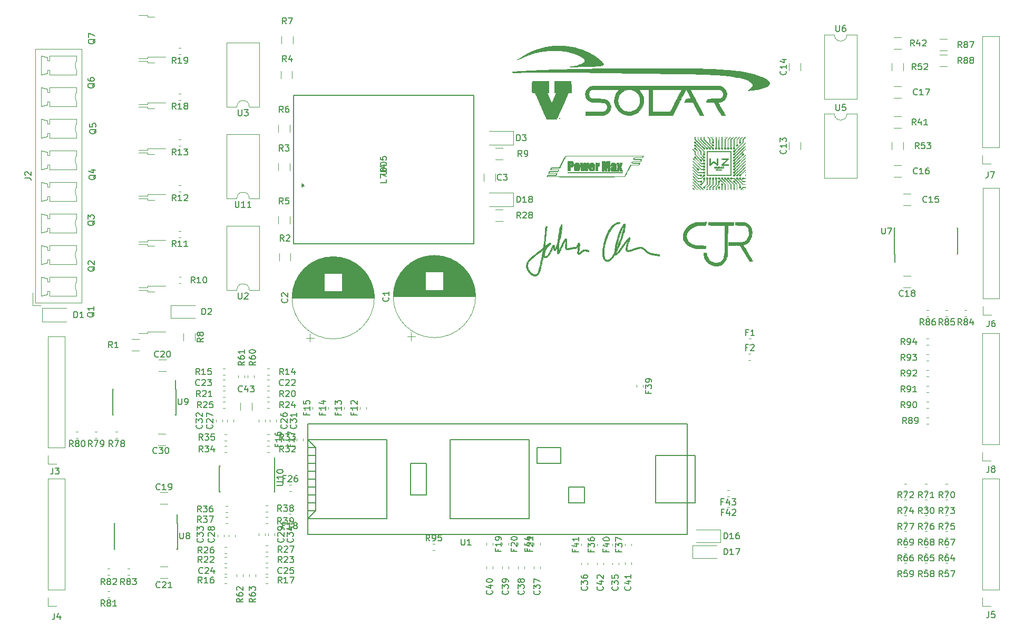
<source format=gbr>
G04 #@! TF.GenerationSoftware,KiCad,Pcbnew,5.1.4*
G04 #@! TF.CreationDate,2019-10-01T18:25:40-04:00*
G04 #@! TF.ProjectId,SolarCarECU,536f6c61-7243-4617-9245-43552e6b6963,rev?*
G04 #@! TF.SameCoordinates,Original*
G04 #@! TF.FileFunction,Legend,Top*
G04 #@! TF.FilePolarity,Positive*
%FSLAX46Y46*%
G04 Gerber Fmt 4.6, Leading zero omitted, Abs format (unit mm)*
G04 Created by KiCad (PCBNEW 5.1.4) date 2019-10-01 18:25:40*
%MOMM*%
%LPD*%
G04 APERTURE LIST*
%ADD10C,0.150000*%
%ADD11C,0.120000*%
%ADD12C,0.152400*%
%ADD13C,0.010000*%
G04 APERTURE END LIST*
D10*
X207523000Y-82339000D02*
X207548000Y-82339000D01*
X207523000Y-78189000D02*
X207628000Y-78189000D01*
X217673000Y-78189000D02*
X217568000Y-78189000D01*
X217673000Y-82339000D02*
X217568000Y-82339000D01*
X207523000Y-82339000D02*
X207523000Y-78189000D01*
X217673000Y-82339000D02*
X217673000Y-78189000D01*
X207548000Y-82339000D02*
X207548000Y-83714000D01*
D11*
X87560000Y-66416000D02*
X88660000Y-66416000D01*
X87560000Y-66146000D02*
X87560000Y-66416000D01*
X86060000Y-66146000D02*
X87560000Y-66146000D01*
X87560000Y-72776000D02*
X90390000Y-72776000D01*
X87560000Y-73046000D02*
X87560000Y-72776000D01*
X86060000Y-73046000D02*
X87560000Y-73046000D01*
X143004000Y-132679221D02*
X143004000Y-133004779D01*
X141984000Y-132679221D02*
X141984000Y-133004779D01*
X158244000Y-129321779D02*
X158244000Y-128996221D01*
X157224000Y-129321779D02*
X157224000Y-128996221D01*
X129239000Y-95675569D02*
X130539000Y-95675569D01*
X129889000Y-96325569D02*
X129889000Y-95025569D01*
X133129000Y-82640000D02*
X134079000Y-82640000D01*
X132754000Y-82680000D02*
X134454000Y-82680000D01*
X132497000Y-82720000D02*
X134711000Y-82720000D01*
X132289000Y-82760000D02*
X134919000Y-82760000D01*
X132110000Y-82800000D02*
X135098000Y-82800000D01*
X131951000Y-82840000D02*
X135257000Y-82840000D01*
X131806000Y-82880000D02*
X135402000Y-82880000D01*
X131673000Y-82920000D02*
X135535000Y-82920000D01*
X131549000Y-82960000D02*
X135659000Y-82960000D01*
X131433000Y-83000000D02*
X135775000Y-83000000D01*
X131323000Y-83040000D02*
X135885000Y-83040000D01*
X131219000Y-83080000D02*
X135989000Y-83080000D01*
X131120000Y-83120000D02*
X136088000Y-83120000D01*
X131025000Y-83160000D02*
X136183000Y-83160000D01*
X130934000Y-83200000D02*
X136274000Y-83200000D01*
X130846000Y-83240000D02*
X136362000Y-83240000D01*
X130762000Y-83280000D02*
X136446000Y-83280000D01*
X130681000Y-83320000D02*
X136527000Y-83320000D01*
X130602000Y-83360000D02*
X136606000Y-83360000D01*
X130526000Y-83400000D02*
X136682000Y-83400000D01*
X130452000Y-83440000D02*
X136756000Y-83440000D01*
X130381000Y-83480000D02*
X136827000Y-83480000D01*
X130311000Y-83520000D02*
X136897000Y-83520000D01*
X130243000Y-83560000D02*
X136965000Y-83560000D01*
X130177000Y-83600000D02*
X137031000Y-83600000D01*
X130113000Y-83640000D02*
X137095000Y-83640000D01*
X130050000Y-83680000D02*
X137158000Y-83680000D01*
X129989000Y-83720000D02*
X137219000Y-83720000D01*
X129929000Y-83760000D02*
X137279000Y-83760000D01*
X129871000Y-83800000D02*
X137337000Y-83800000D01*
X129814000Y-83840000D02*
X137394000Y-83840000D01*
X129758000Y-83880000D02*
X137450000Y-83880000D01*
X129704000Y-83920000D02*
X137504000Y-83920000D01*
X129650000Y-83960000D02*
X137558000Y-83960000D01*
X129598000Y-84000000D02*
X137610000Y-84000000D01*
X129547000Y-84040000D02*
X137661000Y-84040000D01*
X129496000Y-84080000D02*
X137712000Y-84080000D01*
X129447000Y-84120000D02*
X137761000Y-84120000D01*
X129399000Y-84160000D02*
X137809000Y-84160000D01*
X129351000Y-84200000D02*
X137857000Y-84200000D01*
X129305000Y-84240000D02*
X137903000Y-84240000D01*
X129259000Y-84280000D02*
X137949000Y-84280000D01*
X129214000Y-84320000D02*
X137994000Y-84320000D01*
X129170000Y-84360000D02*
X138038000Y-84360000D01*
X129127000Y-84400000D02*
X138081000Y-84400000D01*
X129085000Y-84440000D02*
X138123000Y-84440000D01*
X129043000Y-84480000D02*
X138165000Y-84480000D01*
X129002000Y-84520000D02*
X138206000Y-84520000D01*
X128961000Y-84560000D02*
X138247000Y-84560000D01*
X128922000Y-84600000D02*
X138286000Y-84600000D01*
X128883000Y-84640000D02*
X138325000Y-84640000D01*
X128844000Y-84680000D02*
X138364000Y-84680000D01*
X128807000Y-84720000D02*
X138401000Y-84720000D01*
X128770000Y-84760000D02*
X138438000Y-84760000D01*
X128733000Y-84800000D02*
X138475000Y-84800000D01*
X128697000Y-84840000D02*
X138511000Y-84840000D01*
X128662000Y-84880000D02*
X138546000Y-84880000D01*
X128627000Y-84920000D02*
X138581000Y-84920000D01*
X128593000Y-84960000D02*
X138615000Y-84960000D01*
X128560000Y-85000000D02*
X138648000Y-85000000D01*
X128526000Y-85040000D02*
X138682000Y-85040000D01*
X128494000Y-85080000D02*
X138714000Y-85080000D01*
X128462000Y-85120000D02*
X138746000Y-85120000D01*
X128430000Y-85160000D02*
X138778000Y-85160000D01*
X128399000Y-85200000D02*
X138809000Y-85200000D01*
X128369000Y-85240000D02*
X138839000Y-85240000D01*
X128339000Y-85280000D02*
X138869000Y-85280000D01*
X135044000Y-85320000D02*
X138899000Y-85320000D01*
X128309000Y-85320000D02*
X132164000Y-85320000D01*
X135044000Y-85360000D02*
X138928000Y-85360000D01*
X128280000Y-85360000D02*
X132164000Y-85360000D01*
X135044000Y-85400000D02*
X138957000Y-85400000D01*
X128251000Y-85400000D02*
X132164000Y-85400000D01*
X135044000Y-85440000D02*
X138985000Y-85440000D01*
X128223000Y-85440000D02*
X132164000Y-85440000D01*
X135044000Y-85480000D02*
X139013000Y-85480000D01*
X128195000Y-85480000D02*
X132164000Y-85480000D01*
X135044000Y-85520000D02*
X139040000Y-85520000D01*
X128168000Y-85520000D02*
X132164000Y-85520000D01*
X135044000Y-85560000D02*
X139067000Y-85560000D01*
X128141000Y-85560000D02*
X132164000Y-85560000D01*
X135044000Y-85600000D02*
X139094000Y-85600000D01*
X128114000Y-85600000D02*
X132164000Y-85600000D01*
X135044000Y-85640000D02*
X139120000Y-85640000D01*
X128088000Y-85640000D02*
X132164000Y-85640000D01*
X135044000Y-85680000D02*
X139146000Y-85680000D01*
X128062000Y-85680000D02*
X132164000Y-85680000D01*
X135044000Y-85720000D02*
X139171000Y-85720000D01*
X128037000Y-85720000D02*
X132164000Y-85720000D01*
X135044000Y-85760000D02*
X139196000Y-85760000D01*
X128012000Y-85760000D02*
X132164000Y-85760000D01*
X135044000Y-85800000D02*
X139221000Y-85800000D01*
X127987000Y-85800000D02*
X132164000Y-85800000D01*
X135044000Y-85840000D02*
X139245000Y-85840000D01*
X127963000Y-85840000D02*
X132164000Y-85840000D01*
X135044000Y-85880000D02*
X139268000Y-85880000D01*
X127940000Y-85880000D02*
X132164000Y-85880000D01*
X135044000Y-85920000D02*
X139292000Y-85920000D01*
X127916000Y-85920000D02*
X132164000Y-85920000D01*
X135044000Y-85960000D02*
X139315000Y-85960000D01*
X127893000Y-85960000D02*
X132164000Y-85960000D01*
X135044000Y-86000000D02*
X139337000Y-86000000D01*
X127871000Y-86000000D02*
X132164000Y-86000000D01*
X135044000Y-86040000D02*
X139360000Y-86040000D01*
X127848000Y-86040000D02*
X132164000Y-86040000D01*
X135044000Y-86080000D02*
X139382000Y-86080000D01*
X127826000Y-86080000D02*
X132164000Y-86080000D01*
X135044000Y-86120000D02*
X139403000Y-86120000D01*
X127805000Y-86120000D02*
X132164000Y-86120000D01*
X135044000Y-86160000D02*
X139424000Y-86160000D01*
X127784000Y-86160000D02*
X132164000Y-86160000D01*
X135044000Y-86200000D02*
X139445000Y-86200000D01*
X127763000Y-86200000D02*
X132164000Y-86200000D01*
X135044000Y-86240000D02*
X139466000Y-86240000D01*
X127742000Y-86240000D02*
X132164000Y-86240000D01*
X135044000Y-86280000D02*
X139486000Y-86280000D01*
X127722000Y-86280000D02*
X132164000Y-86280000D01*
X135044000Y-86320000D02*
X139506000Y-86320000D01*
X127702000Y-86320000D02*
X132164000Y-86320000D01*
X135044000Y-86360000D02*
X139525000Y-86360000D01*
X127683000Y-86360000D02*
X132164000Y-86360000D01*
X135044000Y-86400000D02*
X139544000Y-86400000D01*
X127664000Y-86400000D02*
X132164000Y-86400000D01*
X135044000Y-86440000D02*
X139563000Y-86440000D01*
X127645000Y-86440000D02*
X132164000Y-86440000D01*
X135044000Y-86480000D02*
X139582000Y-86480000D01*
X127626000Y-86480000D02*
X132164000Y-86480000D01*
X135044000Y-86520000D02*
X139600000Y-86520000D01*
X127608000Y-86520000D02*
X132164000Y-86520000D01*
X135044000Y-86560000D02*
X139618000Y-86560000D01*
X127590000Y-86560000D02*
X132164000Y-86560000D01*
X135044000Y-86600000D02*
X139635000Y-86600000D01*
X127573000Y-86600000D02*
X132164000Y-86600000D01*
X135044000Y-86640000D02*
X139653000Y-86640000D01*
X127555000Y-86640000D02*
X132164000Y-86640000D01*
X135044000Y-86680000D02*
X139669000Y-86680000D01*
X127539000Y-86680000D02*
X132164000Y-86680000D01*
X135044000Y-86720000D02*
X139686000Y-86720000D01*
X127522000Y-86720000D02*
X132164000Y-86720000D01*
X135044000Y-86760000D02*
X139702000Y-86760000D01*
X127506000Y-86760000D02*
X132164000Y-86760000D01*
X135044000Y-86800000D02*
X139718000Y-86800000D01*
X127490000Y-86800000D02*
X132164000Y-86800000D01*
X135044000Y-86840000D02*
X139734000Y-86840000D01*
X127474000Y-86840000D02*
X132164000Y-86840000D01*
X135044000Y-86880000D02*
X139750000Y-86880000D01*
X127458000Y-86880000D02*
X132164000Y-86880000D01*
X135044000Y-86920000D02*
X139765000Y-86920000D01*
X127443000Y-86920000D02*
X132164000Y-86920000D01*
X135044000Y-86960000D02*
X139779000Y-86960000D01*
X127429000Y-86960000D02*
X132164000Y-86960000D01*
X135044000Y-87000000D02*
X139794000Y-87000000D01*
X127414000Y-87000000D02*
X132164000Y-87000000D01*
X135044000Y-87040000D02*
X139808000Y-87040000D01*
X127400000Y-87040000D02*
X132164000Y-87040000D01*
X135044000Y-87080000D02*
X139822000Y-87080000D01*
X127386000Y-87080000D02*
X132164000Y-87080000D01*
X135044000Y-87120000D02*
X139836000Y-87120000D01*
X127372000Y-87120000D02*
X132164000Y-87120000D01*
X135044000Y-87160000D02*
X139849000Y-87160000D01*
X127359000Y-87160000D02*
X132164000Y-87160000D01*
X135044000Y-87200000D02*
X139862000Y-87200000D01*
X127346000Y-87200000D02*
X132164000Y-87200000D01*
X135044000Y-87240000D02*
X139875000Y-87240000D01*
X127333000Y-87240000D02*
X132164000Y-87240000D01*
X135044000Y-87280000D02*
X139888000Y-87280000D01*
X127320000Y-87280000D02*
X132164000Y-87280000D01*
X135044000Y-87320000D02*
X139900000Y-87320000D01*
X127308000Y-87320000D02*
X132164000Y-87320000D01*
X135044000Y-87360000D02*
X139912000Y-87360000D01*
X127296000Y-87360000D02*
X132164000Y-87360000D01*
X135044000Y-87400000D02*
X139924000Y-87400000D01*
X127284000Y-87400000D02*
X132164000Y-87400000D01*
X135044000Y-87440000D02*
X139935000Y-87440000D01*
X127273000Y-87440000D02*
X132164000Y-87440000D01*
X135044000Y-87480000D02*
X139946000Y-87480000D01*
X127262000Y-87480000D02*
X132164000Y-87480000D01*
X135044000Y-87520000D02*
X139957000Y-87520000D01*
X127251000Y-87520000D02*
X132164000Y-87520000D01*
X135044000Y-87560000D02*
X139968000Y-87560000D01*
X127240000Y-87560000D02*
X132164000Y-87560000D01*
X135044000Y-87600000D02*
X139978000Y-87600000D01*
X127230000Y-87600000D02*
X132164000Y-87600000D01*
X135044000Y-87640000D02*
X139988000Y-87640000D01*
X127220000Y-87640000D02*
X132164000Y-87640000D01*
X135044000Y-87680000D02*
X139998000Y-87680000D01*
X127210000Y-87680000D02*
X132164000Y-87680000D01*
X135044000Y-87720000D02*
X140008000Y-87720000D01*
X127200000Y-87720000D02*
X132164000Y-87720000D01*
X135044000Y-87760000D02*
X140017000Y-87760000D01*
X127191000Y-87760000D02*
X132164000Y-87760000D01*
X135044000Y-87800000D02*
X140026000Y-87800000D01*
X127182000Y-87800000D02*
X132164000Y-87800000D01*
X135044000Y-87840000D02*
X140035000Y-87840000D01*
X127173000Y-87840000D02*
X132164000Y-87840000D01*
X135044000Y-87880000D02*
X140043000Y-87880000D01*
X127165000Y-87880000D02*
X132164000Y-87880000D01*
X135044000Y-87920000D02*
X140052000Y-87920000D01*
X127156000Y-87920000D02*
X132164000Y-87920000D01*
X135044000Y-87960000D02*
X140060000Y-87960000D01*
X127148000Y-87960000D02*
X132164000Y-87960000D01*
X135044000Y-88000000D02*
X140067000Y-88000000D01*
X127141000Y-88000000D02*
X132164000Y-88000000D01*
X135044000Y-88040000D02*
X140075000Y-88040000D01*
X127133000Y-88040000D02*
X132164000Y-88040000D01*
X135044000Y-88080000D02*
X140082000Y-88080000D01*
X127126000Y-88080000D02*
X132164000Y-88080000D01*
X135044000Y-88120000D02*
X140089000Y-88120000D01*
X127119000Y-88120000D02*
X132164000Y-88120000D01*
X135044000Y-88160000D02*
X140096000Y-88160000D01*
X127112000Y-88160000D02*
X132164000Y-88160000D01*
X127106000Y-88200000D02*
X140102000Y-88200000D01*
X127099000Y-88240000D02*
X140109000Y-88240000D01*
X127093000Y-88280000D02*
X140115000Y-88280000D01*
X127088000Y-88320000D02*
X140120000Y-88320000D01*
X127082000Y-88360000D02*
X140126000Y-88360000D01*
X127077000Y-88400000D02*
X140131000Y-88400000D01*
X127072000Y-88440000D02*
X140136000Y-88440000D01*
X127067000Y-88480000D02*
X140141000Y-88480000D01*
X127063000Y-88520000D02*
X140145000Y-88520000D01*
X127059000Y-88561000D02*
X140149000Y-88561000D01*
X127055000Y-88601000D02*
X140153000Y-88601000D01*
X127051000Y-88641000D02*
X140157000Y-88641000D01*
X127047000Y-88681000D02*
X140161000Y-88681000D01*
X127044000Y-88721000D02*
X140164000Y-88721000D01*
X127041000Y-88761000D02*
X140167000Y-88761000D01*
X127038000Y-88801000D02*
X140170000Y-88801000D01*
X127036000Y-88841000D02*
X140172000Y-88841000D01*
X127033000Y-88881000D02*
X140175000Y-88881000D01*
X127031000Y-88921000D02*
X140177000Y-88921000D01*
X127029000Y-88961000D02*
X140179000Y-88961000D01*
X127028000Y-89001000D02*
X140180000Y-89001000D01*
X127027000Y-89041000D02*
X140181000Y-89041000D01*
X127025000Y-89081000D02*
X140183000Y-89081000D01*
X127025000Y-89121000D02*
X140183000Y-89121000D01*
X127024000Y-89161000D02*
X140184000Y-89161000D01*
X127024000Y-89201000D02*
X140184000Y-89201000D01*
X127024000Y-89241000D02*
X140184000Y-89241000D01*
X140224000Y-89241000D02*
G75*
G03X140224000Y-89241000I-6620000J0D01*
G01*
D10*
X157734000Y-122428000D02*
X157734000Y-119888000D01*
X157734000Y-119888000D02*
X155194000Y-119888000D01*
X155194000Y-119888000D02*
X155194000Y-122428000D01*
X155194000Y-122428000D02*
X157734000Y-122428000D01*
X150114000Y-113538000D02*
X153924000Y-113538000D01*
X153924000Y-113538000D02*
X153924000Y-116078000D01*
X153924000Y-116078000D02*
X150114000Y-116078000D01*
X150114000Y-116078000D02*
X150114000Y-113538000D01*
X136144000Y-112268000D02*
X136144000Y-124968000D01*
X148844000Y-124968000D02*
X148844000Y-112268000D01*
X148844000Y-112268000D02*
X136144000Y-112268000D01*
X148844000Y-124968000D02*
X136144000Y-124968000D01*
X114554000Y-113538000D02*
X113284000Y-113538000D01*
X114554000Y-114808000D02*
X113284000Y-114808000D01*
X114554000Y-116078000D02*
X113284000Y-116078000D01*
X114554000Y-117348000D02*
X113284000Y-117348000D01*
X114554000Y-118618000D02*
X113284000Y-118618000D01*
X114554000Y-119888000D02*
X113284000Y-119888000D01*
X114554000Y-121158000D02*
X113284000Y-121158000D01*
X114554000Y-122428000D02*
X113284000Y-122428000D01*
X114554000Y-123698000D02*
X113284000Y-123698000D01*
X113284000Y-112268000D02*
X114554000Y-113538000D01*
X114554000Y-113538000D02*
X114554000Y-123698000D01*
X114554000Y-123698000D02*
X113284000Y-124968000D01*
X113284000Y-124968000D02*
X125984000Y-124968000D01*
X125984000Y-124968000D02*
X125984000Y-112268000D01*
X125984000Y-112268000D02*
X113284000Y-112268000D01*
X113284000Y-127508000D02*
X174244000Y-127508000D01*
X174244000Y-109728000D02*
X113284000Y-109728000D01*
X174244000Y-114808000D02*
X175514000Y-114808000D01*
X175514000Y-114808000D02*
X175514000Y-122428000D01*
X175514000Y-122428000D02*
X174244000Y-122428000D01*
X169164000Y-114808000D02*
X169164000Y-122428000D01*
X169164000Y-122428000D02*
X174244000Y-122428000D01*
X169164000Y-114808000D02*
X174244000Y-114808000D01*
X129794000Y-121158000D02*
X129794000Y-116078000D01*
X129794000Y-116078000D02*
X132334000Y-116078000D01*
X132334000Y-116078000D02*
X132334000Y-121158000D01*
X132334000Y-121158000D02*
X129794000Y-121158000D01*
X113284000Y-127508000D02*
X113284000Y-109728000D01*
X174244000Y-109728000D02*
X174244000Y-127508000D01*
D11*
X69064000Y-90670000D02*
X69064000Y-88670000D01*
X70314000Y-90670000D02*
X69064000Y-90670000D01*
X76064000Y-50570000D02*
X76064000Y-51320000D01*
X71764000Y-50570000D02*
X76064000Y-50570000D01*
X71764000Y-51320000D02*
X71764000Y-50570000D01*
X71414000Y-51320000D02*
X71764000Y-51320000D01*
X71414000Y-50820000D02*
X71414000Y-51320000D01*
X70414000Y-50570000D02*
X71414000Y-50820000D01*
X70414000Y-53570000D02*
X70414000Y-50570000D01*
X71414000Y-53320000D02*
X70414000Y-53570000D01*
X71414000Y-52820000D02*
X71414000Y-53320000D01*
X71764000Y-52820000D02*
X71414000Y-52820000D01*
X71764000Y-53570000D02*
X71764000Y-52820000D01*
X76064000Y-53570000D02*
X71764000Y-53570000D01*
X76064000Y-52820000D02*
X76064000Y-53570000D01*
X76064000Y-55650000D02*
X76064000Y-56400000D01*
X71764000Y-55650000D02*
X76064000Y-55650000D01*
X71764000Y-56400000D02*
X71764000Y-55650000D01*
X71414000Y-56400000D02*
X71764000Y-56400000D01*
X71414000Y-55900000D02*
X71414000Y-56400000D01*
X70414000Y-55650000D02*
X71414000Y-55900000D01*
X70414000Y-58650000D02*
X70414000Y-55650000D01*
X71414000Y-58400000D02*
X70414000Y-58650000D01*
X71414000Y-57900000D02*
X71414000Y-58400000D01*
X71764000Y-57900000D02*
X71414000Y-57900000D01*
X71764000Y-58650000D02*
X71764000Y-57900000D01*
X76064000Y-58650000D02*
X71764000Y-58650000D01*
X76064000Y-57900000D02*
X76064000Y-58650000D01*
X76064000Y-60730000D02*
X76064000Y-61480000D01*
X71764000Y-60730000D02*
X76064000Y-60730000D01*
X71764000Y-61480000D02*
X71764000Y-60730000D01*
X71414000Y-61480000D02*
X71764000Y-61480000D01*
X71414000Y-60980000D02*
X71414000Y-61480000D01*
X70414000Y-60730000D02*
X71414000Y-60980000D01*
X70414000Y-63730000D02*
X70414000Y-60730000D01*
X71414000Y-63480000D02*
X70414000Y-63730000D01*
X71414000Y-62980000D02*
X71414000Y-63480000D01*
X71764000Y-62980000D02*
X71414000Y-62980000D01*
X71764000Y-63730000D02*
X71764000Y-62980000D01*
X76064000Y-63730000D02*
X71764000Y-63730000D01*
X76064000Y-62980000D02*
X76064000Y-63730000D01*
X76064000Y-65810000D02*
X76064000Y-66560000D01*
X71764000Y-65810000D02*
X76064000Y-65810000D01*
X71764000Y-66560000D02*
X71764000Y-65810000D01*
X71414000Y-66560000D02*
X71764000Y-66560000D01*
X71414000Y-66060000D02*
X71414000Y-66560000D01*
X70414000Y-65810000D02*
X71414000Y-66060000D01*
X70414000Y-68810000D02*
X70414000Y-65810000D01*
X71414000Y-68560000D02*
X70414000Y-68810000D01*
X71414000Y-68060000D02*
X71414000Y-68560000D01*
X71764000Y-68060000D02*
X71414000Y-68060000D01*
X71764000Y-68810000D02*
X71764000Y-68060000D01*
X76064000Y-68810000D02*
X71764000Y-68810000D01*
X76064000Y-68060000D02*
X76064000Y-68810000D01*
X76064000Y-70890000D02*
X76064000Y-71640000D01*
X71764000Y-70890000D02*
X76064000Y-70890000D01*
X71764000Y-71640000D02*
X71764000Y-70890000D01*
X71414000Y-71640000D02*
X71764000Y-71640000D01*
X71414000Y-71140000D02*
X71414000Y-71640000D01*
X70414000Y-70890000D02*
X71414000Y-71140000D01*
X70414000Y-73890000D02*
X70414000Y-70890000D01*
X71414000Y-73640000D02*
X70414000Y-73890000D01*
X71414000Y-73140000D02*
X71414000Y-73640000D01*
X71764000Y-73140000D02*
X71414000Y-73140000D01*
X71764000Y-73890000D02*
X71764000Y-73140000D01*
X76064000Y-73890000D02*
X71764000Y-73890000D01*
X76064000Y-73140000D02*
X76064000Y-73890000D01*
X76064000Y-75970000D02*
X76064000Y-76720000D01*
X71764000Y-75970000D02*
X76064000Y-75970000D01*
X71764000Y-76720000D02*
X71764000Y-75970000D01*
X71414000Y-76720000D02*
X71764000Y-76720000D01*
X71414000Y-76220000D02*
X71414000Y-76720000D01*
X70414000Y-75970000D02*
X71414000Y-76220000D01*
X70414000Y-78970000D02*
X70414000Y-75970000D01*
X71414000Y-78720000D02*
X70414000Y-78970000D01*
X71414000Y-78220000D02*
X71414000Y-78720000D01*
X71764000Y-78220000D02*
X71414000Y-78220000D01*
X71764000Y-78970000D02*
X71764000Y-78220000D01*
X76064000Y-78970000D02*
X71764000Y-78970000D01*
X76064000Y-78220000D02*
X76064000Y-78970000D01*
X76064000Y-81050000D02*
X76064000Y-81800000D01*
X71764000Y-81050000D02*
X76064000Y-81050000D01*
X71764000Y-81800000D02*
X71764000Y-81050000D01*
X71414000Y-81800000D02*
X71764000Y-81800000D01*
X71414000Y-81300000D02*
X71414000Y-81800000D01*
X70414000Y-81050000D02*
X71414000Y-81300000D01*
X70414000Y-84050000D02*
X70414000Y-81050000D01*
X71414000Y-83800000D02*
X70414000Y-84050000D01*
X71414000Y-83300000D02*
X71414000Y-83800000D01*
X71764000Y-83300000D02*
X71414000Y-83300000D01*
X71764000Y-84050000D02*
X71764000Y-83300000D01*
X76064000Y-84050000D02*
X71764000Y-84050000D01*
X76064000Y-83300000D02*
X76064000Y-84050000D01*
X76064000Y-86130000D02*
X76064000Y-86880000D01*
X71764000Y-86130000D02*
X76064000Y-86130000D01*
X71764000Y-86880000D02*
X71764000Y-86130000D01*
X71414000Y-86880000D02*
X71764000Y-86880000D01*
X71414000Y-86380000D02*
X71414000Y-86880000D01*
X70414000Y-86130000D02*
X71414000Y-86380000D01*
X70414000Y-89130000D02*
X70414000Y-86130000D01*
X71414000Y-88880000D02*
X70414000Y-89130000D01*
X71414000Y-88380000D02*
X71414000Y-88880000D01*
X71764000Y-88380000D02*
X71414000Y-88380000D01*
X71764000Y-89130000D02*
X71764000Y-88380000D01*
X76064000Y-89130000D02*
X71764000Y-89130000D01*
X76064000Y-88380000D02*
X76064000Y-89130000D01*
X69454000Y-49420000D02*
X69454000Y-90280000D01*
X76924000Y-49420000D02*
X69454000Y-49420000D01*
X76924000Y-90280000D02*
X76924000Y-49420000D01*
X69454000Y-90280000D02*
X76924000Y-90280000D01*
X76063845Y-51320353D02*
G75*
G03X76064000Y-52820000I1700155J-749647D01*
G01*
X76063845Y-56400353D02*
G75*
G03X76064000Y-57900000I1700155J-749647D01*
G01*
X76063845Y-61480353D02*
G75*
G03X76064000Y-62980000I1700155J-749647D01*
G01*
X76063845Y-66560353D02*
G75*
G03X76064000Y-68060000I1700155J-749647D01*
G01*
X76063845Y-71640353D02*
G75*
G03X76064000Y-73140000I1700155J-749647D01*
G01*
X76063845Y-76720353D02*
G75*
G03X76064000Y-78220000I1700155J-749647D01*
G01*
X76063845Y-81800353D02*
G75*
G03X76064000Y-83300000I1700155J-749647D01*
G01*
X76063845Y-86880353D02*
G75*
G03X76064000Y-88380000I1700155J-749647D01*
G01*
X213014779Y-91438000D02*
X212689221Y-91438000D01*
X213014779Y-92458000D02*
X212689221Y-92458000D01*
X216062779Y-91438000D02*
X215737221Y-91438000D01*
X216062779Y-92458000D02*
X215737221Y-92458000D01*
X76362779Y-110996000D02*
X76037221Y-110996000D01*
X76362779Y-112016000D02*
X76037221Y-112016000D01*
X79410779Y-110996000D02*
X79085221Y-110996000D01*
X79410779Y-112016000D02*
X79085221Y-112016000D01*
X209458779Y-124458000D02*
X209133221Y-124458000D01*
X209458779Y-125478000D02*
X209133221Y-125478000D01*
X212760779Y-124458000D02*
X212435221Y-124458000D01*
X212760779Y-125478000D02*
X212435221Y-125478000D01*
X209458779Y-121918000D02*
X209133221Y-121918000D01*
X209458779Y-122938000D02*
X209133221Y-122938000D01*
X209458779Y-119378000D02*
X209133221Y-119378000D01*
X209458779Y-120398000D02*
X209133221Y-120398000D01*
X212760779Y-119378000D02*
X212435221Y-119378000D01*
X212760779Y-120398000D02*
X212435221Y-120398000D01*
X209458779Y-126998000D02*
X209133221Y-126998000D01*
X209458779Y-128018000D02*
X209133221Y-128018000D01*
X212760779Y-126998000D02*
X212435221Y-126998000D01*
X212760779Y-128018000D02*
X212435221Y-128018000D01*
X209458779Y-129538000D02*
X209133221Y-129538000D01*
X209458779Y-130558000D02*
X209133221Y-130558000D01*
X212760779Y-129538000D02*
X212435221Y-129538000D01*
X212760779Y-130558000D02*
X212435221Y-130558000D01*
X104904000Y-134274779D02*
X104904000Y-133949221D01*
X103884000Y-134274779D02*
X103884000Y-133949221D01*
X102872000Y-134274779D02*
X102872000Y-133949221D01*
X101852000Y-134274779D02*
X101852000Y-133949221D01*
X102106000Y-101945221D02*
X102106000Y-102270779D01*
X103126000Y-101945221D02*
X103126000Y-102270779D01*
X103630000Y-101945221D02*
X103630000Y-102270779D01*
X104650000Y-101945221D02*
X104650000Y-102270779D01*
X209458779Y-132078000D02*
X209133221Y-132078000D01*
X209458779Y-133098000D02*
X209133221Y-133098000D01*
X212760779Y-132078000D02*
X212435221Y-132078000D01*
X212760779Y-133098000D02*
X212435221Y-133098000D01*
X212760779Y-121918000D02*
X212435221Y-121918000D01*
X212760779Y-122938000D02*
X212435221Y-122938000D01*
X110892000Y-48608064D02*
X110892000Y-47403936D01*
X109072000Y-48608064D02*
X109072000Y-47403936D01*
X110384000Y-62832064D02*
X110384000Y-61627936D01*
X108564000Y-62832064D02*
X108564000Y-61627936D01*
X110384000Y-77564064D02*
X110384000Y-76359936D01*
X108564000Y-77564064D02*
X108564000Y-76359936D01*
X110765000Y-54196064D02*
X110765000Y-52991936D01*
X108945000Y-54196064D02*
X108945000Y-52991936D01*
X110384000Y-69000064D02*
X110384000Y-67795936D01*
X108564000Y-69000064D02*
X108564000Y-67795936D01*
X110500000Y-83500064D02*
X110500000Y-82295936D01*
X108680000Y-83500064D02*
X108680000Y-82295936D01*
X175042000Y-129302000D02*
X178942000Y-129302000D01*
X175042000Y-131302000D02*
X178942000Y-131302000D01*
X175042000Y-129302000D02*
X175042000Y-131302000D01*
X179542000Y-128762000D02*
X175642000Y-128762000D01*
X179542000Y-126762000D02*
X175642000Y-126762000D01*
X179542000Y-128762000D02*
X179542000Y-126762000D01*
D12*
X110989999Y-80772000D02*
X139945999Y-80772000D01*
X110989999Y-56896000D02*
X139945999Y-56896000D01*
X139945999Y-56896000D02*
X139945999Y-80772000D01*
X110989999Y-56896000D02*
X110989999Y-80772000D01*
D11*
X81117221Y-133987000D02*
X81442779Y-133987000D01*
X81117221Y-132967000D02*
X81442779Y-132967000D01*
X219110779Y-91438000D02*
X218785221Y-91438000D01*
X219110779Y-92458000D02*
X218785221Y-92458000D01*
X81442779Y-136650000D02*
X81117221Y-136650000D01*
X81442779Y-137670000D02*
X81117221Y-137670000D01*
X82712779Y-110996000D02*
X82387221Y-110996000D01*
X82712779Y-112016000D02*
X82387221Y-112016000D01*
X216062779Y-124458000D02*
X215737221Y-124458000D01*
X216062779Y-125478000D02*
X215737221Y-125478000D01*
X216062779Y-121918000D02*
X215737221Y-121918000D01*
X216062779Y-122938000D02*
X215737221Y-122938000D01*
X216062779Y-119378000D02*
X215737221Y-119378000D01*
X216062779Y-120398000D02*
X215737221Y-120398000D01*
X216062779Y-126998000D02*
X215737221Y-126998000D01*
X216062779Y-128018000D02*
X215737221Y-128018000D01*
X216062779Y-129538000D02*
X215737221Y-129538000D01*
X216062779Y-130558000D02*
X215737221Y-130558000D01*
X216062779Y-132078000D02*
X215737221Y-132078000D01*
X216062779Y-133098000D02*
X215737221Y-133098000D01*
X90518064Y-99420000D02*
X89313936Y-99420000D01*
X90518064Y-101240000D02*
X89313936Y-101240000D01*
X90772064Y-120756000D02*
X89567936Y-120756000D01*
X90772064Y-122576000D02*
X89567936Y-122576000D01*
X208947936Y-74570000D02*
X210152064Y-74570000D01*
X208947936Y-72750000D02*
X210152064Y-72750000D01*
X144620064Y-75290000D02*
X143415936Y-75290000D01*
X144620064Y-77110000D02*
X143415936Y-77110000D01*
X144620064Y-65384000D02*
X143415936Y-65384000D01*
X144620064Y-67204000D02*
X143415936Y-67204000D01*
X93324000Y-95155936D02*
X93324000Y-96360064D01*
X95144000Y-95155936D02*
X95144000Y-96360064D01*
X214789936Y-52218000D02*
X215994064Y-52218000D01*
X214789936Y-50398000D02*
X215994064Y-50398000D01*
X214789936Y-49678000D02*
X215994064Y-49678000D01*
X214789936Y-47858000D02*
X215994064Y-47858000D01*
X207116000Y-51721936D02*
X207116000Y-52926064D01*
X208936000Y-51721936D02*
X208936000Y-52926064D01*
X207423936Y-49424000D02*
X208628064Y-49424000D01*
X207423936Y-47604000D02*
X208628064Y-47604000D01*
X207423936Y-62124000D02*
X208628064Y-62124000D01*
X207423936Y-60304000D02*
X208628064Y-60304000D01*
X84995936Y-97938000D02*
X86200064Y-97938000D01*
X84995936Y-96118000D02*
X86200064Y-96118000D01*
X146303000Y-72525000D02*
X142418000Y-72525000D01*
X146303000Y-74795000D02*
X146303000Y-72525000D01*
X142418000Y-74795000D02*
X146303000Y-74795000D01*
X146303000Y-62619000D02*
X142418000Y-62619000D01*
X146303000Y-64889000D02*
X146303000Y-62619000D01*
X142418000Y-64889000D02*
X146303000Y-64889000D01*
X91222000Y-90694000D02*
X95122000Y-90694000D01*
X91222000Y-92694000D02*
X95122000Y-92694000D01*
X91222000Y-90694000D02*
X91222000Y-92694000D01*
X70613000Y-93337000D02*
X74498000Y-93337000D01*
X70613000Y-91067000D02*
X70613000Y-93337000D01*
X74498000Y-91067000D02*
X70613000Y-91067000D01*
X213014779Y-102110000D02*
X212689221Y-102110000D01*
X213014779Y-101090000D02*
X212689221Y-101090000D01*
X213014779Y-109730000D02*
X212689221Y-109730000D01*
X213014779Y-108710000D02*
X212689221Y-108710000D01*
X213014779Y-97030000D02*
X212689221Y-97030000D01*
X213014779Y-96010000D02*
X212689221Y-96010000D01*
X213014779Y-106170000D02*
X212689221Y-106170000D01*
X213014779Y-107190000D02*
X212689221Y-107190000D01*
X213014779Y-103630000D02*
X212689221Y-103630000D01*
X213014779Y-104650000D02*
X212689221Y-104650000D01*
X213014779Y-98550000D02*
X212689221Y-98550000D01*
X213014779Y-99570000D02*
X212689221Y-99570000D01*
X207116000Y-64421936D02*
X207116000Y-65626064D01*
X208936000Y-64421936D02*
X208936000Y-65626064D01*
X84292221Y-132967000D02*
X84617779Y-132967000D01*
X84292221Y-133987000D02*
X84617779Y-133987000D01*
X112983000Y-95882569D02*
X114283000Y-95882569D01*
X113633000Y-96532569D02*
X113633000Y-95232569D01*
X116873000Y-82847000D02*
X117823000Y-82847000D01*
X116498000Y-82887000D02*
X118198000Y-82887000D01*
X116241000Y-82927000D02*
X118455000Y-82927000D01*
X116033000Y-82967000D02*
X118663000Y-82967000D01*
X115854000Y-83007000D02*
X118842000Y-83007000D01*
X115695000Y-83047000D02*
X119001000Y-83047000D01*
X115550000Y-83087000D02*
X119146000Y-83087000D01*
X115417000Y-83127000D02*
X119279000Y-83127000D01*
X115293000Y-83167000D02*
X119403000Y-83167000D01*
X115177000Y-83207000D02*
X119519000Y-83207000D01*
X115067000Y-83247000D02*
X119629000Y-83247000D01*
X114963000Y-83287000D02*
X119733000Y-83287000D01*
X114864000Y-83327000D02*
X119832000Y-83327000D01*
X114769000Y-83367000D02*
X119927000Y-83367000D01*
X114678000Y-83407000D02*
X120018000Y-83407000D01*
X114590000Y-83447000D02*
X120106000Y-83447000D01*
X114506000Y-83487000D02*
X120190000Y-83487000D01*
X114425000Y-83527000D02*
X120271000Y-83527000D01*
X114346000Y-83567000D02*
X120350000Y-83567000D01*
X114270000Y-83607000D02*
X120426000Y-83607000D01*
X114196000Y-83647000D02*
X120500000Y-83647000D01*
X114125000Y-83687000D02*
X120571000Y-83687000D01*
X114055000Y-83727000D02*
X120641000Y-83727000D01*
X113987000Y-83767000D02*
X120709000Y-83767000D01*
X113921000Y-83807000D02*
X120775000Y-83807000D01*
X113857000Y-83847000D02*
X120839000Y-83847000D01*
X113794000Y-83887000D02*
X120902000Y-83887000D01*
X113733000Y-83927000D02*
X120963000Y-83927000D01*
X113673000Y-83967000D02*
X121023000Y-83967000D01*
X113615000Y-84007000D02*
X121081000Y-84007000D01*
X113558000Y-84047000D02*
X121138000Y-84047000D01*
X113502000Y-84087000D02*
X121194000Y-84087000D01*
X113448000Y-84127000D02*
X121248000Y-84127000D01*
X113394000Y-84167000D02*
X121302000Y-84167000D01*
X113342000Y-84207000D02*
X121354000Y-84207000D01*
X113291000Y-84247000D02*
X121405000Y-84247000D01*
X113240000Y-84287000D02*
X121456000Y-84287000D01*
X113191000Y-84327000D02*
X121505000Y-84327000D01*
X113143000Y-84367000D02*
X121553000Y-84367000D01*
X113095000Y-84407000D02*
X121601000Y-84407000D01*
X113049000Y-84447000D02*
X121647000Y-84447000D01*
X113003000Y-84487000D02*
X121693000Y-84487000D01*
X112958000Y-84527000D02*
X121738000Y-84527000D01*
X112914000Y-84567000D02*
X121782000Y-84567000D01*
X112871000Y-84607000D02*
X121825000Y-84607000D01*
X112829000Y-84647000D02*
X121867000Y-84647000D01*
X112787000Y-84687000D02*
X121909000Y-84687000D01*
X112746000Y-84727000D02*
X121950000Y-84727000D01*
X112705000Y-84767000D02*
X121991000Y-84767000D01*
X112666000Y-84807000D02*
X122030000Y-84807000D01*
X112627000Y-84847000D02*
X122069000Y-84847000D01*
X112588000Y-84887000D02*
X122108000Y-84887000D01*
X112551000Y-84927000D02*
X122145000Y-84927000D01*
X112514000Y-84967000D02*
X122182000Y-84967000D01*
X112477000Y-85007000D02*
X122219000Y-85007000D01*
X112441000Y-85047000D02*
X122255000Y-85047000D01*
X112406000Y-85087000D02*
X122290000Y-85087000D01*
X112371000Y-85127000D02*
X122325000Y-85127000D01*
X112337000Y-85167000D02*
X122359000Y-85167000D01*
X112304000Y-85207000D02*
X122392000Y-85207000D01*
X112270000Y-85247000D02*
X122426000Y-85247000D01*
X112238000Y-85287000D02*
X122458000Y-85287000D01*
X112206000Y-85327000D02*
X122490000Y-85327000D01*
X112174000Y-85367000D02*
X122522000Y-85367000D01*
X112143000Y-85407000D02*
X122553000Y-85407000D01*
X112113000Y-85447000D02*
X122583000Y-85447000D01*
X112083000Y-85487000D02*
X122613000Y-85487000D01*
X118788000Y-85527000D02*
X122643000Y-85527000D01*
X112053000Y-85527000D02*
X115908000Y-85527000D01*
X118788000Y-85567000D02*
X122672000Y-85567000D01*
X112024000Y-85567000D02*
X115908000Y-85567000D01*
X118788000Y-85607000D02*
X122701000Y-85607000D01*
X111995000Y-85607000D02*
X115908000Y-85607000D01*
X118788000Y-85647000D02*
X122729000Y-85647000D01*
X111967000Y-85647000D02*
X115908000Y-85647000D01*
X118788000Y-85687000D02*
X122757000Y-85687000D01*
X111939000Y-85687000D02*
X115908000Y-85687000D01*
X118788000Y-85727000D02*
X122784000Y-85727000D01*
X111912000Y-85727000D02*
X115908000Y-85727000D01*
X118788000Y-85767000D02*
X122811000Y-85767000D01*
X111885000Y-85767000D02*
X115908000Y-85767000D01*
X118788000Y-85807000D02*
X122838000Y-85807000D01*
X111858000Y-85807000D02*
X115908000Y-85807000D01*
X118788000Y-85847000D02*
X122864000Y-85847000D01*
X111832000Y-85847000D02*
X115908000Y-85847000D01*
X118788000Y-85887000D02*
X122890000Y-85887000D01*
X111806000Y-85887000D02*
X115908000Y-85887000D01*
X118788000Y-85927000D02*
X122915000Y-85927000D01*
X111781000Y-85927000D02*
X115908000Y-85927000D01*
X118788000Y-85967000D02*
X122940000Y-85967000D01*
X111756000Y-85967000D02*
X115908000Y-85967000D01*
X118788000Y-86007000D02*
X122965000Y-86007000D01*
X111731000Y-86007000D02*
X115908000Y-86007000D01*
X118788000Y-86047000D02*
X122989000Y-86047000D01*
X111707000Y-86047000D02*
X115908000Y-86047000D01*
X118788000Y-86087000D02*
X123012000Y-86087000D01*
X111684000Y-86087000D02*
X115908000Y-86087000D01*
X118788000Y-86127000D02*
X123036000Y-86127000D01*
X111660000Y-86127000D02*
X115908000Y-86127000D01*
X118788000Y-86167000D02*
X123059000Y-86167000D01*
X111637000Y-86167000D02*
X115908000Y-86167000D01*
X118788000Y-86207000D02*
X123081000Y-86207000D01*
X111615000Y-86207000D02*
X115908000Y-86207000D01*
X118788000Y-86247000D02*
X123104000Y-86247000D01*
X111592000Y-86247000D02*
X115908000Y-86247000D01*
X118788000Y-86287000D02*
X123126000Y-86287000D01*
X111570000Y-86287000D02*
X115908000Y-86287000D01*
X118788000Y-86327000D02*
X123147000Y-86327000D01*
X111549000Y-86327000D02*
X115908000Y-86327000D01*
X118788000Y-86367000D02*
X123168000Y-86367000D01*
X111528000Y-86367000D02*
X115908000Y-86367000D01*
X118788000Y-86407000D02*
X123189000Y-86407000D01*
X111507000Y-86407000D02*
X115908000Y-86407000D01*
X118788000Y-86447000D02*
X123210000Y-86447000D01*
X111486000Y-86447000D02*
X115908000Y-86447000D01*
X118788000Y-86487000D02*
X123230000Y-86487000D01*
X111466000Y-86487000D02*
X115908000Y-86487000D01*
X118788000Y-86527000D02*
X123250000Y-86527000D01*
X111446000Y-86527000D02*
X115908000Y-86527000D01*
X118788000Y-86567000D02*
X123269000Y-86567000D01*
X111427000Y-86567000D02*
X115908000Y-86567000D01*
X118788000Y-86607000D02*
X123288000Y-86607000D01*
X111408000Y-86607000D02*
X115908000Y-86607000D01*
X118788000Y-86647000D02*
X123307000Y-86647000D01*
X111389000Y-86647000D02*
X115908000Y-86647000D01*
X118788000Y-86687000D02*
X123326000Y-86687000D01*
X111370000Y-86687000D02*
X115908000Y-86687000D01*
X118788000Y-86727000D02*
X123344000Y-86727000D01*
X111352000Y-86727000D02*
X115908000Y-86727000D01*
X118788000Y-86767000D02*
X123362000Y-86767000D01*
X111334000Y-86767000D02*
X115908000Y-86767000D01*
X118788000Y-86807000D02*
X123379000Y-86807000D01*
X111317000Y-86807000D02*
X115908000Y-86807000D01*
X118788000Y-86847000D02*
X123397000Y-86847000D01*
X111299000Y-86847000D02*
X115908000Y-86847000D01*
X118788000Y-86887000D02*
X123413000Y-86887000D01*
X111283000Y-86887000D02*
X115908000Y-86887000D01*
X118788000Y-86927000D02*
X123430000Y-86927000D01*
X111266000Y-86927000D02*
X115908000Y-86927000D01*
X118788000Y-86967000D02*
X123446000Y-86967000D01*
X111250000Y-86967000D02*
X115908000Y-86967000D01*
X118788000Y-87007000D02*
X123462000Y-87007000D01*
X111234000Y-87007000D02*
X115908000Y-87007000D01*
X118788000Y-87047000D02*
X123478000Y-87047000D01*
X111218000Y-87047000D02*
X115908000Y-87047000D01*
X118788000Y-87087000D02*
X123494000Y-87087000D01*
X111202000Y-87087000D02*
X115908000Y-87087000D01*
X118788000Y-87127000D02*
X123509000Y-87127000D01*
X111187000Y-87127000D02*
X115908000Y-87127000D01*
X118788000Y-87167000D02*
X123523000Y-87167000D01*
X111173000Y-87167000D02*
X115908000Y-87167000D01*
X118788000Y-87207000D02*
X123538000Y-87207000D01*
X111158000Y-87207000D02*
X115908000Y-87207000D01*
X118788000Y-87247000D02*
X123552000Y-87247000D01*
X111144000Y-87247000D02*
X115908000Y-87247000D01*
X118788000Y-87287000D02*
X123566000Y-87287000D01*
X111130000Y-87287000D02*
X115908000Y-87287000D01*
X118788000Y-87327000D02*
X123580000Y-87327000D01*
X111116000Y-87327000D02*
X115908000Y-87327000D01*
X118788000Y-87367000D02*
X123593000Y-87367000D01*
X111103000Y-87367000D02*
X115908000Y-87367000D01*
X118788000Y-87407000D02*
X123606000Y-87407000D01*
X111090000Y-87407000D02*
X115908000Y-87407000D01*
X118788000Y-87447000D02*
X123619000Y-87447000D01*
X111077000Y-87447000D02*
X115908000Y-87447000D01*
X118788000Y-87487000D02*
X123632000Y-87487000D01*
X111064000Y-87487000D02*
X115908000Y-87487000D01*
X118788000Y-87527000D02*
X123644000Y-87527000D01*
X111052000Y-87527000D02*
X115908000Y-87527000D01*
X118788000Y-87567000D02*
X123656000Y-87567000D01*
X111040000Y-87567000D02*
X115908000Y-87567000D01*
X118788000Y-87607000D02*
X123668000Y-87607000D01*
X111028000Y-87607000D02*
X115908000Y-87607000D01*
X118788000Y-87647000D02*
X123679000Y-87647000D01*
X111017000Y-87647000D02*
X115908000Y-87647000D01*
X118788000Y-87687000D02*
X123690000Y-87687000D01*
X111006000Y-87687000D02*
X115908000Y-87687000D01*
X118788000Y-87727000D02*
X123701000Y-87727000D01*
X110995000Y-87727000D02*
X115908000Y-87727000D01*
X118788000Y-87767000D02*
X123712000Y-87767000D01*
X110984000Y-87767000D02*
X115908000Y-87767000D01*
X118788000Y-87807000D02*
X123722000Y-87807000D01*
X110974000Y-87807000D02*
X115908000Y-87807000D01*
X118788000Y-87847000D02*
X123732000Y-87847000D01*
X110964000Y-87847000D02*
X115908000Y-87847000D01*
X118788000Y-87887000D02*
X123742000Y-87887000D01*
X110954000Y-87887000D02*
X115908000Y-87887000D01*
X118788000Y-87927000D02*
X123752000Y-87927000D01*
X110944000Y-87927000D02*
X115908000Y-87927000D01*
X118788000Y-87967000D02*
X123761000Y-87967000D01*
X110935000Y-87967000D02*
X115908000Y-87967000D01*
X118788000Y-88007000D02*
X123770000Y-88007000D01*
X110926000Y-88007000D02*
X115908000Y-88007000D01*
X118788000Y-88047000D02*
X123779000Y-88047000D01*
X110917000Y-88047000D02*
X115908000Y-88047000D01*
X118788000Y-88087000D02*
X123787000Y-88087000D01*
X110909000Y-88087000D02*
X115908000Y-88087000D01*
X118788000Y-88127000D02*
X123796000Y-88127000D01*
X110900000Y-88127000D02*
X115908000Y-88127000D01*
X118788000Y-88167000D02*
X123804000Y-88167000D01*
X110892000Y-88167000D02*
X115908000Y-88167000D01*
X118788000Y-88207000D02*
X123811000Y-88207000D01*
X110885000Y-88207000D02*
X115908000Y-88207000D01*
X118788000Y-88247000D02*
X123819000Y-88247000D01*
X110877000Y-88247000D02*
X115908000Y-88247000D01*
X118788000Y-88287000D02*
X123826000Y-88287000D01*
X110870000Y-88287000D02*
X115908000Y-88287000D01*
X118788000Y-88327000D02*
X123833000Y-88327000D01*
X110863000Y-88327000D02*
X115908000Y-88327000D01*
X118788000Y-88367000D02*
X123840000Y-88367000D01*
X110856000Y-88367000D02*
X115908000Y-88367000D01*
X110850000Y-88407000D02*
X123846000Y-88407000D01*
X110843000Y-88447000D02*
X123853000Y-88447000D01*
X110837000Y-88487000D02*
X123859000Y-88487000D01*
X110832000Y-88527000D02*
X123864000Y-88527000D01*
X110826000Y-88567000D02*
X123870000Y-88567000D01*
X110821000Y-88607000D02*
X123875000Y-88607000D01*
X110816000Y-88647000D02*
X123880000Y-88647000D01*
X110811000Y-88687000D02*
X123885000Y-88687000D01*
X110807000Y-88727000D02*
X123889000Y-88727000D01*
X110803000Y-88768000D02*
X123893000Y-88768000D01*
X110799000Y-88808000D02*
X123897000Y-88808000D01*
X110795000Y-88848000D02*
X123901000Y-88848000D01*
X110791000Y-88888000D02*
X123905000Y-88888000D01*
X110788000Y-88928000D02*
X123908000Y-88928000D01*
X110785000Y-88968000D02*
X123911000Y-88968000D01*
X110782000Y-89008000D02*
X123914000Y-89008000D01*
X110780000Y-89048000D02*
X123916000Y-89048000D01*
X110777000Y-89088000D02*
X123919000Y-89088000D01*
X110775000Y-89128000D02*
X123921000Y-89128000D01*
X110773000Y-89168000D02*
X123923000Y-89168000D01*
X110772000Y-89208000D02*
X123924000Y-89208000D01*
X110771000Y-89248000D02*
X123925000Y-89248000D01*
X110769000Y-89288000D02*
X123927000Y-89288000D01*
X110769000Y-89328000D02*
X123927000Y-89328000D01*
X110768000Y-89368000D02*
X123928000Y-89368000D01*
X110768000Y-89408000D02*
X123928000Y-89408000D01*
X110768000Y-89448000D02*
X123928000Y-89448000D01*
X123968000Y-89448000D02*
G75*
G03X123968000Y-89448000I-6620000J0D01*
G01*
X89183936Y-113178000D02*
X90388064Y-113178000D01*
X89183936Y-111358000D02*
X90388064Y-111358000D01*
X223040000Y-92208000D02*
X221710000Y-92208000D01*
X221710000Y-92208000D02*
X221710000Y-90878000D01*
X221710000Y-89608000D02*
X221710000Y-71768000D01*
X224370000Y-71768000D02*
X221710000Y-71768000D01*
X224370000Y-89608000D02*
X224370000Y-71768000D01*
X224370000Y-89608000D02*
X221710000Y-89608000D01*
X210152064Y-85958000D02*
X208947936Y-85958000D01*
X210152064Y-87778000D02*
X208947936Y-87778000D01*
X89567936Y-134514000D02*
X90772064Y-134514000D01*
X89567936Y-132694000D02*
X90772064Y-132694000D01*
X102468000Y-106331936D02*
X102468000Y-107536064D01*
X104288000Y-106331936D02*
X104288000Y-107536064D01*
X201532000Y-47184000D02*
X199882000Y-47184000D01*
X201532000Y-57464000D02*
X201532000Y-47184000D01*
X196232000Y-57464000D02*
X201532000Y-57464000D01*
X196232000Y-47184000D02*
X196232000Y-57464000D01*
X197882000Y-47184000D02*
X196232000Y-47184000D01*
X199882000Y-47184000D02*
G75*
G02X197882000Y-47184000I-1000000J0D01*
G01*
X201532000Y-59884000D02*
X199882000Y-59884000D01*
X201532000Y-70164000D02*
X201532000Y-59884000D01*
X196232000Y-70164000D02*
X201532000Y-70164000D01*
X196232000Y-59884000D02*
X196232000Y-70164000D01*
X197882000Y-59884000D02*
X196232000Y-59884000D01*
X199882000Y-59884000D02*
G75*
G02X197882000Y-59884000I-1000000J0D01*
G01*
X87560000Y-88514000D02*
X88660000Y-88514000D01*
X87560000Y-88244000D02*
X87560000Y-88514000D01*
X86060000Y-88244000D02*
X87560000Y-88244000D01*
X87560000Y-94874000D02*
X90390000Y-94874000D01*
X87560000Y-95144000D02*
X87560000Y-94874000D01*
X86060000Y-95144000D02*
X87560000Y-95144000D01*
X207423936Y-57298000D02*
X208628064Y-57298000D01*
X207423936Y-55478000D02*
X208628064Y-55478000D01*
X207423936Y-69998000D02*
X208628064Y-69998000D01*
X207423936Y-68178000D02*
X208628064Y-68178000D01*
X192426000Y-52926064D02*
X192426000Y-51721936D01*
X190606000Y-52926064D02*
X190606000Y-51721936D01*
X192426000Y-65626064D02*
X192426000Y-64421936D01*
X190606000Y-65626064D02*
X190606000Y-64421936D01*
X143404000Y-70706064D02*
X143404000Y-69501936D01*
X141584000Y-70706064D02*
X141584000Y-69501936D01*
X72898000Y-138998000D02*
X71568000Y-138998000D01*
X71568000Y-138998000D02*
X71568000Y-137668000D01*
X71568000Y-136398000D02*
X71568000Y-118558000D01*
X74228000Y-118558000D02*
X71568000Y-118558000D01*
X74228000Y-136398000D02*
X74228000Y-118558000D01*
X74228000Y-136398000D02*
X71568000Y-136398000D01*
X100220000Y-58734000D02*
X101870000Y-58734000D01*
X100220000Y-48454000D02*
X100220000Y-58734000D01*
X105520000Y-48454000D02*
X100220000Y-48454000D01*
X105520000Y-58734000D02*
X105520000Y-48454000D01*
X103870000Y-58734000D02*
X105520000Y-58734000D01*
X101870000Y-58734000D02*
G75*
G02X103870000Y-58734000I1000000J0D01*
G01*
X100220000Y-88198000D02*
X101870000Y-88198000D01*
X100220000Y-77918000D02*
X100220000Y-88198000D01*
X105520000Y-77918000D02*
X100220000Y-77918000D01*
X105520000Y-88198000D02*
X105520000Y-77918000D01*
X103870000Y-88198000D02*
X105520000Y-88198000D01*
X101870000Y-88198000D02*
G75*
G02X103870000Y-88198000I1000000J0D01*
G01*
X92547221Y-50294000D02*
X92872779Y-50294000D01*
X92547221Y-49274000D02*
X92872779Y-49274000D01*
X92547221Y-57660000D02*
X92872779Y-57660000D01*
X92547221Y-56640000D02*
X92872779Y-56640000D01*
X92547221Y-79758000D02*
X92872779Y-79758000D01*
X92547221Y-78738000D02*
X92872779Y-78738000D01*
X92572721Y-87124000D02*
X92898279Y-87124000D01*
X92572721Y-86104000D02*
X92898279Y-86104000D01*
X87560000Y-44318000D02*
X88660000Y-44318000D01*
X87560000Y-44048000D02*
X87560000Y-44318000D01*
X86060000Y-44048000D02*
X87560000Y-44048000D01*
X87560000Y-50678000D02*
X90390000Y-50678000D01*
X87560000Y-50948000D02*
X87560000Y-50678000D01*
X86060000Y-50948000D02*
X87560000Y-50948000D01*
X87560000Y-73782000D02*
X88660000Y-73782000D01*
X87560000Y-73512000D02*
X87560000Y-73782000D01*
X86060000Y-73512000D02*
X87560000Y-73512000D01*
X87560000Y-80142000D02*
X90390000Y-80142000D01*
X87560000Y-80412000D02*
X87560000Y-80142000D01*
X86060000Y-80412000D02*
X87560000Y-80412000D01*
X87560000Y-51684000D02*
X88660000Y-51684000D01*
X87560000Y-51414000D02*
X87560000Y-51684000D01*
X86060000Y-51414000D02*
X87560000Y-51414000D01*
X87560000Y-58044000D02*
X90390000Y-58044000D01*
X87560000Y-58314000D02*
X87560000Y-58044000D01*
X86060000Y-58314000D02*
X87560000Y-58314000D01*
X87560000Y-81148000D02*
X88660000Y-81148000D01*
X87560000Y-80878000D02*
X87560000Y-81148000D01*
X86060000Y-80878000D02*
X87560000Y-80878000D01*
X87560000Y-87508000D02*
X90390000Y-87508000D01*
X87560000Y-87778000D02*
X87560000Y-87508000D01*
X86060000Y-87778000D02*
X87560000Y-87778000D01*
X223012000Y-115630000D02*
X221682000Y-115630000D01*
X221682000Y-115630000D02*
X221682000Y-114300000D01*
X221682000Y-113030000D02*
X221682000Y-95190000D01*
X224342000Y-95190000D02*
X221682000Y-95190000D01*
X224342000Y-113030000D02*
X224342000Y-95190000D01*
X224342000Y-113030000D02*
X221682000Y-113030000D01*
X99659221Y-102614000D02*
X99984779Y-102614000D01*
X99659221Y-103634000D02*
X99984779Y-103634000D01*
X105408000Y-109057221D02*
X105408000Y-109382779D01*
X106428000Y-109057221D02*
X106428000Y-109382779D01*
X100220000Y-73466000D02*
X101870000Y-73466000D01*
X100220000Y-63186000D02*
X100220000Y-73466000D01*
X105520000Y-63186000D02*
X100220000Y-63186000D01*
X105520000Y-73466000D02*
X105520000Y-63186000D01*
X103870000Y-73466000D02*
X105520000Y-73466000D01*
X101870000Y-73466000D02*
G75*
G02X103870000Y-73466000I1000000J0D01*
G01*
X92547221Y-65026000D02*
X92872779Y-65026000D01*
X92547221Y-64006000D02*
X92872779Y-64006000D01*
X92547221Y-72392000D02*
X92872779Y-72392000D01*
X92547221Y-71372000D02*
X92872779Y-71372000D01*
X87560000Y-59050000D02*
X88660000Y-59050000D01*
X87560000Y-58780000D02*
X87560000Y-59050000D01*
X86060000Y-58780000D02*
X87560000Y-58780000D01*
X87560000Y-65410000D02*
X90390000Y-65410000D01*
X87560000Y-65680000D02*
X87560000Y-65410000D01*
X86060000Y-65680000D02*
X87560000Y-65680000D01*
X223012000Y-67878000D02*
X221682000Y-67878000D01*
X221682000Y-67878000D02*
X221682000Y-66548000D01*
X221682000Y-65278000D02*
X221682000Y-47438000D01*
X224342000Y-47438000D02*
X221682000Y-47438000D01*
X224342000Y-65278000D02*
X224342000Y-47438000D01*
X224342000Y-65278000D02*
X221682000Y-65278000D01*
X223012000Y-138998000D02*
X221682000Y-138998000D01*
X221682000Y-138998000D02*
X221682000Y-137668000D01*
X221682000Y-136398000D02*
X221682000Y-118558000D01*
X224342000Y-118558000D02*
X221682000Y-118558000D01*
X224342000Y-136398000D02*
X224342000Y-118558000D01*
X224342000Y-136398000D02*
X221682000Y-136398000D01*
X72898000Y-116138000D02*
X71568000Y-116138000D01*
X71568000Y-116138000D02*
X71568000Y-114808000D01*
X71568000Y-113538000D02*
X71568000Y-95698000D01*
X74228000Y-95698000D02*
X71568000Y-95698000D01*
X74228000Y-113538000D02*
X74228000Y-95698000D01*
X74228000Y-113538000D02*
X71568000Y-113538000D01*
X163197000Y-132044221D02*
X163197000Y-132369779D01*
X162177000Y-132044221D02*
X162177000Y-132369779D01*
X164209000Y-132018721D02*
X164209000Y-132344279D01*
X165229000Y-132018721D02*
X165229000Y-132344279D01*
X106842779Y-123827000D02*
X106517221Y-123827000D01*
X106842779Y-122807000D02*
X106517221Y-122807000D01*
X101602000Y-127876918D02*
X101602000Y-127551360D01*
X100582000Y-127876918D02*
X100582000Y-127551360D01*
D10*
X92324000Y-125687000D02*
X92299000Y-125687000D01*
X92324000Y-129837000D02*
X92219000Y-129837000D01*
X82174000Y-129837000D02*
X82279000Y-129837000D01*
X82174000Y-125687000D02*
X82279000Y-125687000D01*
X92324000Y-125687000D02*
X92324000Y-129837000D01*
X82174000Y-125687000D02*
X82174000Y-129837000D01*
X92299000Y-125687000D02*
X92299000Y-124312000D01*
X107974621Y-116520639D02*
X107949621Y-116520639D01*
X107974621Y-120670639D02*
X107859621Y-120670639D01*
X99074621Y-120670639D02*
X99189621Y-120670639D01*
X99074621Y-116520639D02*
X99189621Y-116520639D01*
X107974621Y-116520639D02*
X107974621Y-120670639D01*
X99074621Y-116520639D02*
X99074621Y-120670639D01*
X107949621Y-116520639D02*
X107949621Y-115145639D01*
D11*
X157224000Y-132044221D02*
X157224000Y-132369779D01*
X158244000Y-132044221D02*
X158244000Y-132369779D01*
X107096779Y-103634000D02*
X106771221Y-103634000D01*
X107096779Y-102614000D02*
X106771221Y-102614000D01*
X99913221Y-133860000D02*
X100238779Y-133860000D01*
X99913221Y-132840000D02*
X100238779Y-132840000D01*
X106842779Y-132840000D02*
X106517221Y-132840000D01*
X106842779Y-133860000D02*
X106517221Y-133860000D01*
X100328000Y-109057221D02*
X100328000Y-109382779D01*
X101348000Y-109057221D02*
X101348000Y-109382779D01*
X106428000Y-127670779D02*
X106428000Y-127345221D01*
X105408000Y-127670779D02*
X105408000Y-127345221D01*
X149604000Y-132704721D02*
X149604000Y-133030279D01*
X150624000Y-132704721D02*
X150624000Y-133030279D01*
X107186000Y-109382779D02*
X107186000Y-109057221D01*
X108206000Y-109382779D02*
X108206000Y-109057221D01*
X99570000Y-109382779D02*
X99570000Y-109057221D01*
X98550000Y-109382779D02*
X98550000Y-109057221D01*
X99824000Y-127551360D02*
X99824000Y-127876918D01*
X98804000Y-127551360D02*
X98804000Y-127876918D01*
X107952000Y-127345221D02*
X107952000Y-127670779D01*
X106932000Y-127345221D02*
X106932000Y-127670779D01*
X148084000Y-132679221D02*
X148084000Y-133004779D01*
X147064000Y-132679221D02*
X147064000Y-133004779D01*
X144524000Y-132679221D02*
X144524000Y-133004779D01*
X145544000Y-132679221D02*
X145544000Y-133004779D01*
X107096779Y-101856000D02*
X106771221Y-101856000D01*
X107096779Y-100836000D02*
X106771221Y-100836000D01*
X99659221Y-100836000D02*
X99984779Y-100836000D01*
X99659221Y-101856000D02*
X99984779Y-101856000D01*
X99913221Y-135361639D02*
X100238779Y-135361639D01*
X99913221Y-134341639D02*
X100238779Y-134341639D01*
X106842779Y-135384000D02*
X106517221Y-135384000D01*
X106842779Y-134364000D02*
X106517221Y-134364000D01*
X106771221Y-105412000D02*
X107096779Y-105412000D01*
X106771221Y-104392000D02*
X107096779Y-104392000D01*
X99984779Y-104392000D02*
X99659221Y-104392000D01*
X99984779Y-105412000D02*
X99659221Y-105412000D01*
X100238779Y-132186639D02*
X99913221Y-132186639D01*
X100238779Y-131166639D02*
X99913221Y-131166639D01*
X106517221Y-131062000D02*
X106842779Y-131062000D01*
X106517221Y-132082000D02*
X106842779Y-132082000D01*
X107096779Y-107190000D02*
X106771221Y-107190000D01*
X107096779Y-106170000D02*
X106771221Y-106170000D01*
X99659221Y-107190000D02*
X99984779Y-107190000D01*
X99659221Y-106170000D02*
X99984779Y-106170000D01*
X99913221Y-130558000D02*
X100238779Y-130558000D01*
X99913221Y-129538000D02*
X100238779Y-129538000D01*
X106842779Y-129284000D02*
X106517221Y-129284000D01*
X106842779Y-130304000D02*
X106517221Y-130304000D01*
X107096779Y-113282000D02*
X106771221Y-113282000D01*
X107096779Y-114302000D02*
X106771221Y-114302000D01*
X106771221Y-111377000D02*
X107096779Y-111377000D01*
X106771221Y-112397000D02*
X107096779Y-112397000D01*
X99913221Y-114302000D02*
X100238779Y-114302000D01*
X99913221Y-113282000D02*
X100238779Y-113282000D01*
X100238779Y-112397000D02*
X99913221Y-112397000D01*
X100238779Y-111377000D02*
X99913221Y-111377000D01*
X100034342Y-123931639D02*
X100359900Y-123931639D01*
X100034342Y-122911639D02*
X100359900Y-122911639D01*
X100359900Y-125732000D02*
X100034342Y-125732000D01*
X100359900Y-124712000D02*
X100034342Y-124712000D01*
X106517221Y-124712000D02*
X106842779Y-124712000D01*
X106517221Y-125732000D02*
X106842779Y-125732000D01*
D10*
X92045000Y-104097000D02*
X92045000Y-102722000D01*
X81920000Y-104097000D02*
X81920000Y-108247000D01*
X92070000Y-104097000D02*
X92070000Y-108247000D01*
X81920000Y-104097000D02*
X82025000Y-104097000D01*
X81920000Y-108247000D02*
X82025000Y-108247000D01*
X92070000Y-108247000D02*
X91965000Y-108247000D01*
X92070000Y-104097000D02*
X92045000Y-104097000D01*
D11*
X160784000Y-132044221D02*
X160784000Y-132369779D01*
X159764000Y-132044221D02*
X159764000Y-132369779D01*
D13*
G36*
X153856595Y-54613117D02*
G01*
X154088109Y-54613642D01*
X154246797Y-54614128D01*
X155558066Y-54618467D01*
X155562446Y-55528274D01*
X155566827Y-56438081D01*
X155528580Y-56446965D01*
X155496349Y-56450985D01*
X155439097Y-56454910D01*
X155365668Y-56458225D01*
X155304281Y-56460024D01*
X155118229Y-56464200D01*
X155083444Y-56531934D01*
X155059705Y-56581287D01*
X155029455Y-56648442D01*
X154998812Y-56719777D01*
X154995624Y-56727429D01*
X154961026Y-56809223D01*
X154922210Y-56898672D01*
X154889129Y-56972963D01*
X154853144Y-57052516D01*
X154823771Y-57118320D01*
X154793843Y-57186539D01*
X154765601Y-57251600D01*
X154746309Y-57295203D01*
X154718166Y-57357677D01*
X154686526Y-57427149D01*
X154679103Y-57443337D01*
X154651647Y-57503863D01*
X154630634Y-57551602D01*
X154619334Y-57579061D01*
X154618266Y-57582665D01*
X154611581Y-57600100D01*
X154593788Y-57640492D01*
X154568284Y-57696196D01*
X154559000Y-57716112D01*
X154531676Y-57775641D01*
X154511012Y-57822881D01*
X154500431Y-57849931D01*
X154499733Y-57852999D01*
X154493195Y-57872845D01*
X154476307Y-57913372D01*
X154459402Y-57951149D01*
X154427964Y-58019803D01*
X154393156Y-58096066D01*
X154376738Y-58132134D01*
X154343998Y-58203648D01*
X154307722Y-58282141D01*
X154290069Y-58320034D01*
X154266784Y-58371288D01*
X154250727Y-58409466D01*
X154245733Y-58424686D01*
X154239208Y-58443827D01*
X154221970Y-58485319D01*
X154197525Y-58540774D01*
X154193329Y-58550052D01*
X154149960Y-58646009D01*
X154109636Y-58736205D01*
X154064871Y-58837405D01*
X154054803Y-58860267D01*
X153988526Y-59010713D01*
X153933115Y-59136188D01*
X153885880Y-59242754D01*
X153844129Y-59336475D01*
X153805172Y-59423415D01*
X153789988Y-59457167D01*
X153760052Y-59523892D01*
X153729519Y-59592551D01*
X153695304Y-59670148D01*
X153654319Y-59763687D01*
X153603478Y-59880172D01*
X153594109Y-59901667D01*
X153557311Y-59985837D01*
X153523391Y-60062929D01*
X153495602Y-60125585D01*
X153477198Y-60166447D01*
X153474348Y-60172600D01*
X153459066Y-60206215D01*
X153433421Y-60263734D01*
X153400576Y-60338017D01*
X153363697Y-60421922D01*
X153350527Y-60452000D01*
X153250536Y-60680600D01*
X152436875Y-60684995D01*
X151623213Y-60689391D01*
X151596740Y-60651594D01*
X151577066Y-60619251D01*
X151570266Y-60601004D01*
X151563525Y-60580697D01*
X151545595Y-60537937D01*
X151519917Y-60480814D01*
X151511000Y-60461621D01*
X151483716Y-60402433D01*
X151463065Y-60355900D01*
X151452453Y-60329756D01*
X151451733Y-60326965D01*
X151445226Y-60308744D01*
X151428033Y-60267996D01*
X151403643Y-60212949D01*
X151399329Y-60203415D01*
X151367994Y-60134239D01*
X151337183Y-60066020D01*
X151314663Y-60015967D01*
X151285725Y-59951523D01*
X151255386Y-59884111D01*
X151249942Y-59872034D01*
X151229902Y-59827088D01*
X151196554Y-59751611D01*
X151149852Y-59645498D01*
X151089751Y-59508645D01*
X151016206Y-59340949D01*
X150935431Y-59156600D01*
X150915902Y-59112482D01*
X150889445Y-59053280D01*
X150871184Y-59012667D01*
X150842895Y-58949264D01*
X150808503Y-58871247D01*
X150775282Y-58795115D01*
X150774163Y-58792534D01*
X150737764Y-58709616D01*
X150696629Y-58617526D01*
X150662101Y-58541530D01*
X150635560Y-58482898D01*
X150615598Y-58437036D01*
X150605612Y-58411807D01*
X150605066Y-58409514D01*
X150598370Y-58391523D01*
X150580551Y-58350670D01*
X150555013Y-58294690D01*
X150545800Y-58274912D01*
X150518537Y-58215909D01*
X150497893Y-58169756D01*
X150487264Y-58144102D01*
X150486533Y-58141465D01*
X150479919Y-58124007D01*
X150462302Y-58083484D01*
X150437022Y-58027514D01*
X150427266Y-58006299D01*
X150400125Y-57946674D01*
X150379521Y-57899761D01*
X150368799Y-57873241D01*
X150368000Y-57870241D01*
X150361359Y-57852323D01*
X150343722Y-57811607D01*
X150318514Y-57755939D01*
X150310723Y-57739080D01*
X150273449Y-57657681D01*
X150232153Y-57565872D01*
X150198032Y-57488667D01*
X150163307Y-57409728D01*
X150125706Y-57325241D01*
X150093628Y-57254066D01*
X150062637Y-57184532D01*
X150026095Y-57100403D01*
X149991269Y-57018434D01*
X149987131Y-57008533D01*
X149954411Y-56931882D01*
X149920120Y-56854473D01*
X149890787Y-56790993D01*
X149886345Y-56781783D01*
X149863068Y-56732730D01*
X149847357Y-56697164D01*
X149843066Y-56684841D01*
X149836518Y-56666558D01*
X149819271Y-56626003D01*
X149794921Y-56571606D01*
X149792460Y-56566224D01*
X149741855Y-56455734D01*
X149533380Y-56455734D01*
X149426115Y-56453960D01*
X149352229Y-56448623D01*
X149311423Y-56439695D01*
X149304586Y-56435414D01*
X149299482Y-56413739D01*
X149295046Y-56362178D01*
X149291273Y-56284602D01*
X149288157Y-56184882D01*
X149285692Y-56066888D01*
X149283873Y-55934492D01*
X149282693Y-55791564D01*
X149282148Y-55641976D01*
X149282230Y-55489598D01*
X149282935Y-55338301D01*
X149284256Y-55191957D01*
X149286188Y-55054437D01*
X149288724Y-54929610D01*
X149291860Y-54821349D01*
X149295589Y-54733525D01*
X149299905Y-54670007D01*
X149304803Y-54634668D01*
X149307295Y-54628901D01*
X149322363Y-54625092D01*
X149358625Y-54621838D01*
X149417457Y-54619124D01*
X149500237Y-54616935D01*
X149608342Y-54615254D01*
X149743149Y-54614067D01*
X149906034Y-54613359D01*
X150098376Y-54613113D01*
X150321550Y-54613315D01*
X150576935Y-54613949D01*
X150632329Y-54614128D01*
X151934333Y-54618467D01*
X151938716Y-55523308D01*
X151939560Y-55730009D01*
X151939901Y-55905122D01*
X151939696Y-56050924D01*
X151938905Y-56169692D01*
X151937484Y-56263701D01*
X151935393Y-56335228D01*
X151932588Y-56386550D01*
X151929029Y-56419942D01*
X151924672Y-56437681D01*
X151921783Y-56441682D01*
X151894097Y-56449082D01*
X151844771Y-56454105D01*
X151800983Y-56455474D01*
X151701500Y-56455734D01*
X151712425Y-56510361D01*
X151727035Y-56561654D01*
X151749524Y-56620171D01*
X151755379Y-56633127D01*
X151803585Y-56737529D01*
X151849604Y-56840542D01*
X151888665Y-56931360D01*
X151908869Y-56980765D01*
X151930718Y-57033298D01*
X151961105Y-57102959D01*
X151994119Y-57176242D01*
X152000189Y-57189435D01*
X152027804Y-57250118D01*
X152048931Y-57298253D01*
X152060273Y-57326257D01*
X152061333Y-57330085D01*
X152067834Y-57348648D01*
X152084767Y-57388744D01*
X152105294Y-57434682D01*
X152137838Y-57506019D01*
X152172598Y-57582260D01*
X152189960Y-57620363D01*
X152211933Y-57670042D01*
X152226713Y-57706219D01*
X152230666Y-57718778D01*
X152237209Y-57737752D01*
X152254250Y-57778141D01*
X152274891Y-57824149D01*
X152325154Y-57934681D01*
X152361087Y-58016173D01*
X152383285Y-58069988D01*
X152388961Y-58085567D01*
X152407342Y-58112401D01*
X152433307Y-58106232D01*
X152466853Y-58067064D01*
X152507978Y-57994900D01*
X152556679Y-57889744D01*
X152603200Y-57776533D01*
X152625019Y-57723950D01*
X152655385Y-57654250D01*
X152688391Y-57580948D01*
X152694456Y-57567766D01*
X152722071Y-57507082D01*
X152743198Y-57458948D01*
X152754540Y-57430943D01*
X152755599Y-57427115D01*
X152762101Y-57408552D01*
X152779034Y-57368456D01*
X152799560Y-57322518D01*
X152832105Y-57251181D01*
X152866865Y-57174941D01*
X152884227Y-57136837D01*
X152906200Y-57087158D01*
X152920980Y-57050981D01*
X152924933Y-57038422D01*
X152931413Y-57019274D01*
X152948152Y-56979238D01*
X152964951Y-56941518D01*
X153009829Y-56842742D01*
X153043427Y-56768051D01*
X153068666Y-56710784D01*
X153088465Y-56664279D01*
X153105744Y-56621876D01*
X153112279Y-56605394D01*
X153137541Y-56536540D01*
X153145769Y-56492792D01*
X153134116Y-56468506D01*
X153099735Y-56458035D01*
X153039781Y-56455735D01*
X153036811Y-56455734D01*
X152973269Y-56453587D01*
X152936473Y-56446107D01*
X152919513Y-56431732D01*
X152918278Y-56428949D01*
X152915799Y-56405870D01*
X152913691Y-56353112D01*
X152911944Y-56274550D01*
X152910552Y-56174060D01*
X152909505Y-56055516D01*
X152908795Y-55922794D01*
X152908416Y-55779769D01*
X152908358Y-55630316D01*
X152908613Y-55478311D01*
X152909174Y-55327628D01*
X152910032Y-55182142D01*
X152911179Y-55045729D01*
X152912608Y-54922264D01*
X152914309Y-54815623D01*
X152916276Y-54729679D01*
X152918499Y-54668309D01*
X152920972Y-54635388D01*
X152922023Y-54631062D01*
X152931005Y-54627005D01*
X152953696Y-54623516D01*
X152991995Y-54620570D01*
X153047801Y-54618143D01*
X153123011Y-54616210D01*
X153219525Y-54614748D01*
X153339242Y-54613732D01*
X153484060Y-54613137D01*
X153655878Y-54612940D01*
X153856595Y-54613117D01*
X153856595Y-54613117D01*
G37*
X153856595Y-54613117D02*
X154088109Y-54613642D01*
X154246797Y-54614128D01*
X155558066Y-54618467D01*
X155562446Y-55528274D01*
X155566827Y-56438081D01*
X155528580Y-56446965D01*
X155496349Y-56450985D01*
X155439097Y-56454910D01*
X155365668Y-56458225D01*
X155304281Y-56460024D01*
X155118229Y-56464200D01*
X155083444Y-56531934D01*
X155059705Y-56581287D01*
X155029455Y-56648442D01*
X154998812Y-56719777D01*
X154995624Y-56727429D01*
X154961026Y-56809223D01*
X154922210Y-56898672D01*
X154889129Y-56972963D01*
X154853144Y-57052516D01*
X154823771Y-57118320D01*
X154793843Y-57186539D01*
X154765601Y-57251600D01*
X154746309Y-57295203D01*
X154718166Y-57357677D01*
X154686526Y-57427149D01*
X154679103Y-57443337D01*
X154651647Y-57503863D01*
X154630634Y-57551602D01*
X154619334Y-57579061D01*
X154618266Y-57582665D01*
X154611581Y-57600100D01*
X154593788Y-57640492D01*
X154568284Y-57696196D01*
X154559000Y-57716112D01*
X154531676Y-57775641D01*
X154511012Y-57822881D01*
X154500431Y-57849931D01*
X154499733Y-57852999D01*
X154493195Y-57872845D01*
X154476307Y-57913372D01*
X154459402Y-57951149D01*
X154427964Y-58019803D01*
X154393156Y-58096066D01*
X154376738Y-58132134D01*
X154343998Y-58203648D01*
X154307722Y-58282141D01*
X154290069Y-58320034D01*
X154266784Y-58371288D01*
X154250727Y-58409466D01*
X154245733Y-58424686D01*
X154239208Y-58443827D01*
X154221970Y-58485319D01*
X154197525Y-58540774D01*
X154193329Y-58550052D01*
X154149960Y-58646009D01*
X154109636Y-58736205D01*
X154064871Y-58837405D01*
X154054803Y-58860267D01*
X153988526Y-59010713D01*
X153933115Y-59136188D01*
X153885880Y-59242754D01*
X153844129Y-59336475D01*
X153805172Y-59423415D01*
X153789988Y-59457167D01*
X153760052Y-59523892D01*
X153729519Y-59592551D01*
X153695304Y-59670148D01*
X153654319Y-59763687D01*
X153603478Y-59880172D01*
X153594109Y-59901667D01*
X153557311Y-59985837D01*
X153523391Y-60062929D01*
X153495602Y-60125585D01*
X153477198Y-60166447D01*
X153474348Y-60172600D01*
X153459066Y-60206215D01*
X153433421Y-60263734D01*
X153400576Y-60338017D01*
X153363697Y-60421922D01*
X153350527Y-60452000D01*
X153250536Y-60680600D01*
X152436875Y-60684995D01*
X151623213Y-60689391D01*
X151596740Y-60651594D01*
X151577066Y-60619251D01*
X151570266Y-60601004D01*
X151563525Y-60580697D01*
X151545595Y-60537937D01*
X151519917Y-60480814D01*
X151511000Y-60461621D01*
X151483716Y-60402433D01*
X151463065Y-60355900D01*
X151452453Y-60329756D01*
X151451733Y-60326965D01*
X151445226Y-60308744D01*
X151428033Y-60267996D01*
X151403643Y-60212949D01*
X151399329Y-60203415D01*
X151367994Y-60134239D01*
X151337183Y-60066020D01*
X151314663Y-60015967D01*
X151285725Y-59951523D01*
X151255386Y-59884111D01*
X151249942Y-59872034D01*
X151229902Y-59827088D01*
X151196554Y-59751611D01*
X151149852Y-59645498D01*
X151089751Y-59508645D01*
X151016206Y-59340949D01*
X150935431Y-59156600D01*
X150915902Y-59112482D01*
X150889445Y-59053280D01*
X150871184Y-59012667D01*
X150842895Y-58949264D01*
X150808503Y-58871247D01*
X150775282Y-58795115D01*
X150774163Y-58792534D01*
X150737764Y-58709616D01*
X150696629Y-58617526D01*
X150662101Y-58541530D01*
X150635560Y-58482898D01*
X150615598Y-58437036D01*
X150605612Y-58411807D01*
X150605066Y-58409514D01*
X150598370Y-58391523D01*
X150580551Y-58350670D01*
X150555013Y-58294690D01*
X150545800Y-58274912D01*
X150518537Y-58215909D01*
X150497893Y-58169756D01*
X150487264Y-58144102D01*
X150486533Y-58141465D01*
X150479919Y-58124007D01*
X150462302Y-58083484D01*
X150437022Y-58027514D01*
X150427266Y-58006299D01*
X150400125Y-57946674D01*
X150379521Y-57899761D01*
X150368799Y-57873241D01*
X150368000Y-57870241D01*
X150361359Y-57852323D01*
X150343722Y-57811607D01*
X150318514Y-57755939D01*
X150310723Y-57739080D01*
X150273449Y-57657681D01*
X150232153Y-57565872D01*
X150198032Y-57488667D01*
X150163307Y-57409728D01*
X150125706Y-57325241D01*
X150093628Y-57254066D01*
X150062637Y-57184532D01*
X150026095Y-57100403D01*
X149991269Y-57018434D01*
X149987131Y-57008533D01*
X149954411Y-56931882D01*
X149920120Y-56854473D01*
X149890787Y-56790993D01*
X149886345Y-56781783D01*
X149863068Y-56732730D01*
X149847357Y-56697164D01*
X149843066Y-56684841D01*
X149836518Y-56666558D01*
X149819271Y-56626003D01*
X149794921Y-56571606D01*
X149792460Y-56566224D01*
X149741855Y-56455734D01*
X149533380Y-56455734D01*
X149426115Y-56453960D01*
X149352229Y-56448623D01*
X149311423Y-56439695D01*
X149304586Y-56435414D01*
X149299482Y-56413739D01*
X149295046Y-56362178D01*
X149291273Y-56284602D01*
X149288157Y-56184882D01*
X149285692Y-56066888D01*
X149283873Y-55934492D01*
X149282693Y-55791564D01*
X149282148Y-55641976D01*
X149282230Y-55489598D01*
X149282935Y-55338301D01*
X149284256Y-55191957D01*
X149286188Y-55054437D01*
X149288724Y-54929610D01*
X149291860Y-54821349D01*
X149295589Y-54733525D01*
X149299905Y-54670007D01*
X149304803Y-54634668D01*
X149307295Y-54628901D01*
X149322363Y-54625092D01*
X149358625Y-54621838D01*
X149417457Y-54619124D01*
X149500237Y-54616935D01*
X149608342Y-54615254D01*
X149743149Y-54614067D01*
X149906034Y-54613359D01*
X150098376Y-54613113D01*
X150321550Y-54613315D01*
X150576935Y-54613949D01*
X150632329Y-54614128D01*
X151934333Y-54618467D01*
X151938716Y-55523308D01*
X151939560Y-55730009D01*
X151939901Y-55905122D01*
X151939696Y-56050924D01*
X151938905Y-56169692D01*
X151937484Y-56263701D01*
X151935393Y-56335228D01*
X151932588Y-56386550D01*
X151929029Y-56419942D01*
X151924672Y-56437681D01*
X151921783Y-56441682D01*
X151894097Y-56449082D01*
X151844771Y-56454105D01*
X151800983Y-56455474D01*
X151701500Y-56455734D01*
X151712425Y-56510361D01*
X151727035Y-56561654D01*
X151749524Y-56620171D01*
X151755379Y-56633127D01*
X151803585Y-56737529D01*
X151849604Y-56840542D01*
X151888665Y-56931360D01*
X151908869Y-56980765D01*
X151930718Y-57033298D01*
X151961105Y-57102959D01*
X151994119Y-57176242D01*
X152000189Y-57189435D01*
X152027804Y-57250118D01*
X152048931Y-57298253D01*
X152060273Y-57326257D01*
X152061333Y-57330085D01*
X152067834Y-57348648D01*
X152084767Y-57388744D01*
X152105294Y-57434682D01*
X152137838Y-57506019D01*
X152172598Y-57582260D01*
X152189960Y-57620363D01*
X152211933Y-57670042D01*
X152226713Y-57706219D01*
X152230666Y-57718778D01*
X152237209Y-57737752D01*
X152254250Y-57778141D01*
X152274891Y-57824149D01*
X152325154Y-57934681D01*
X152361087Y-58016173D01*
X152383285Y-58069988D01*
X152388961Y-58085567D01*
X152407342Y-58112401D01*
X152433307Y-58106232D01*
X152466853Y-58067064D01*
X152507978Y-57994900D01*
X152556679Y-57889744D01*
X152603200Y-57776533D01*
X152625019Y-57723950D01*
X152655385Y-57654250D01*
X152688391Y-57580948D01*
X152694456Y-57567766D01*
X152722071Y-57507082D01*
X152743198Y-57458948D01*
X152754540Y-57430943D01*
X152755599Y-57427115D01*
X152762101Y-57408552D01*
X152779034Y-57368456D01*
X152799560Y-57322518D01*
X152832105Y-57251181D01*
X152866865Y-57174941D01*
X152884227Y-57136837D01*
X152906200Y-57087158D01*
X152920980Y-57050981D01*
X152924933Y-57038422D01*
X152931413Y-57019274D01*
X152948152Y-56979238D01*
X152964951Y-56941518D01*
X153009829Y-56842742D01*
X153043427Y-56768051D01*
X153068666Y-56710784D01*
X153088465Y-56664279D01*
X153105744Y-56621876D01*
X153112279Y-56605394D01*
X153137541Y-56536540D01*
X153145769Y-56492792D01*
X153134116Y-56468506D01*
X153099735Y-56458035D01*
X153039781Y-56455735D01*
X153036811Y-56455734D01*
X152973269Y-56453587D01*
X152936473Y-56446107D01*
X152919513Y-56431732D01*
X152918278Y-56428949D01*
X152915799Y-56405870D01*
X152913691Y-56353112D01*
X152911944Y-56274550D01*
X152910552Y-56174060D01*
X152909505Y-56055516D01*
X152908795Y-55922794D01*
X152908416Y-55779769D01*
X152908358Y-55630316D01*
X152908613Y-55478311D01*
X152909174Y-55327628D01*
X152910032Y-55182142D01*
X152911179Y-55045729D01*
X152912608Y-54922264D01*
X152914309Y-54815623D01*
X152916276Y-54729679D01*
X152918499Y-54668309D01*
X152920972Y-54635388D01*
X152922023Y-54631062D01*
X152931005Y-54627005D01*
X152953696Y-54623516D01*
X152991995Y-54620570D01*
X153047801Y-54618143D01*
X153123011Y-54616210D01*
X153219525Y-54614748D01*
X153339242Y-54613732D01*
X153484060Y-54613137D01*
X153655878Y-54612940D01*
X153856595Y-54613117D01*
G36*
X153769116Y-60565917D02*
G01*
X153771599Y-60578001D01*
X153766019Y-60602467D01*
X153751357Y-60595132D01*
X153746923Y-60588637D01*
X153749046Y-60566889D01*
X153754390Y-60562238D01*
X153769116Y-60565917D01*
X153769116Y-60565917D01*
G37*
X153769116Y-60565917D02*
X153771599Y-60578001D01*
X153766019Y-60602467D01*
X153751357Y-60595132D01*
X153746923Y-60588637D01*
X153749046Y-60566889D01*
X153754390Y-60562238D01*
X153769116Y-60565917D01*
G36*
X153630488Y-60559245D02*
G01*
X153632515Y-60579341D01*
X153630488Y-60581822D01*
X153620422Y-60579498D01*
X153619199Y-60570534D01*
X153625395Y-60556595D01*
X153630488Y-60559245D01*
X153630488Y-60559245D01*
G37*
X153630488Y-60559245D02*
X153632515Y-60579341D01*
X153630488Y-60581822D01*
X153620422Y-60579498D01*
X153619199Y-60570534D01*
X153625395Y-60556595D01*
X153630488Y-60559245D01*
G36*
X175187097Y-55357130D02*
G01*
X175571331Y-55357199D01*
X175931299Y-55357315D01*
X176267800Y-55357478D01*
X176581634Y-55357690D01*
X176873603Y-55357954D01*
X177144505Y-55358271D01*
X177395140Y-55358643D01*
X177626309Y-55359071D01*
X177838812Y-55359558D01*
X178033449Y-55360105D01*
X178211019Y-55360715D01*
X178372323Y-55361388D01*
X178518161Y-55362126D01*
X178649332Y-55362932D01*
X178766638Y-55363807D01*
X178870877Y-55364754D01*
X178962850Y-55365773D01*
X179043357Y-55366866D01*
X179113197Y-55368036D01*
X179173172Y-55369284D01*
X179224080Y-55370612D01*
X179266723Y-55372021D01*
X179301899Y-55373514D01*
X179330409Y-55375093D01*
X179353053Y-55376758D01*
X179370631Y-55378513D01*
X179383943Y-55380358D01*
X179391733Y-55381829D01*
X179500945Y-55410250D01*
X179619363Y-55448825D01*
X179734440Y-55492963D01*
X179833627Y-55538075D01*
X179865866Y-55555265D01*
X180034140Y-55669488D01*
X180183143Y-55809530D01*
X180310582Y-55971902D01*
X180414161Y-56153116D01*
X180491583Y-56349683D01*
X180540554Y-56558117D01*
X180544859Y-56586967D01*
X180552598Y-56665073D01*
X180551757Y-56739108D01*
X180541808Y-56824288D01*
X180535208Y-56864610D01*
X180482216Y-57074900D01*
X180399200Y-57271579D01*
X180288145Y-57452096D01*
X180151036Y-57613902D01*
X179989857Y-57754446D01*
X179806594Y-57871181D01*
X179717190Y-57915381D01*
X179642118Y-57944152D01*
X179548308Y-57972483D01*
X179446816Y-57997767D01*
X179348699Y-58017394D01*
X179265013Y-58028754D01*
X179229229Y-58030534D01*
X179187441Y-58036272D01*
X179171158Y-58050810D01*
X179184333Y-58070137D01*
X179187906Y-58072479D01*
X179203197Y-58094447D01*
X179218481Y-58134360D01*
X179219622Y-58138365D01*
X179230642Y-58162435D01*
X179257264Y-58213134D01*
X179298013Y-58287842D01*
X179351414Y-58383942D01*
X179415994Y-58498816D01*
X179490278Y-58629844D01*
X179572792Y-58774409D01*
X179662061Y-58929891D01*
X179756612Y-59093674D01*
X179787515Y-59147016D01*
X179882729Y-59311327D01*
X179972750Y-59466873D01*
X180056167Y-59611203D01*
X180131567Y-59741861D01*
X180197538Y-59856396D01*
X180252667Y-59952353D01*
X180295541Y-60027280D01*
X180324749Y-60078723D01*
X180338877Y-60104229D01*
X180340000Y-60106596D01*
X180323948Y-60108728D01*
X180279322Y-60110583D01*
X180211411Y-60112045D01*
X180125507Y-60113000D01*
X180029132Y-60113334D01*
X179718264Y-60113334D01*
X179485220Y-59711167D01*
X179423288Y-59604373D01*
X179347820Y-59474373D01*
X179262334Y-59327219D01*
X179170348Y-59168965D01*
X179075381Y-59005662D01*
X178980951Y-58843365D01*
X178890576Y-58688125D01*
X178880002Y-58669969D01*
X178507828Y-58030937D01*
X177243144Y-58022067D01*
X177398852Y-57734200D01*
X177554559Y-57446334D01*
X178502779Y-57437833D01*
X178706778Y-57435952D01*
X178879753Y-57434184D01*
X179024548Y-57432414D01*
X179144006Y-57430525D01*
X179240969Y-57428402D01*
X179318281Y-57425928D01*
X179378783Y-57422988D01*
X179425320Y-57419466D01*
X179460733Y-57415245D01*
X179487866Y-57410211D01*
X179509562Y-57404246D01*
X179528662Y-57397235D01*
X179532039Y-57395855D01*
X179664600Y-57323262D01*
X179778159Y-57224583D01*
X179868419Y-57104198D01*
X179918207Y-57002381D01*
X179935064Y-56954122D01*
X179946219Y-56906201D01*
X179952769Y-56849739D01*
X179955811Y-56775861D01*
X179956457Y-56692800D01*
X179955528Y-56597063D01*
X179952014Y-56526300D01*
X179944823Y-56471653D01*
X179932866Y-56424262D01*
X179918398Y-56383732D01*
X179849096Y-56251033D01*
X179754015Y-56139616D01*
X179635065Y-56051260D01*
X179494154Y-55987746D01*
X179493333Y-55987472D01*
X179478952Y-55983115D01*
X179462162Y-55979178D01*
X179441239Y-55975634D01*
X179414456Y-55972459D01*
X179380087Y-55969628D01*
X179336408Y-55967114D01*
X179281693Y-55964892D01*
X179214216Y-55962938D01*
X179132251Y-55961226D01*
X179034074Y-55959730D01*
X178917959Y-55958425D01*
X178782180Y-55957285D01*
X178625011Y-55956286D01*
X178444728Y-55955402D01*
X178239604Y-55954607D01*
X178007914Y-55953876D01*
X177747932Y-55953185D01*
X177457934Y-55952506D01*
X177136193Y-55951816D01*
X177057178Y-55951652D01*
X176728514Y-55950988D01*
X176432069Y-55950432D01*
X176166197Y-55950003D01*
X175929251Y-55949719D01*
X175719584Y-55949597D01*
X175535549Y-55949655D01*
X175375498Y-55949911D01*
X175237786Y-55950383D01*
X175120765Y-55951089D01*
X175022789Y-55952046D01*
X174942209Y-55953273D01*
X174877381Y-55954787D01*
X174826655Y-55956606D01*
X174788387Y-55958748D01*
X174760928Y-55961231D01*
X174742632Y-55964073D01*
X174731852Y-55967291D01*
X174726941Y-55970904D01*
X174726252Y-55974929D01*
X174726893Y-55976908D01*
X174741112Y-56012731D01*
X174759296Y-56061154D01*
X174761917Y-56068333D01*
X174771679Y-56088773D01*
X174795998Y-56137052D01*
X174833742Y-56210995D01*
X174883781Y-56308428D01*
X174944982Y-56427177D01*
X175016214Y-56565067D01*
X175096345Y-56719923D01*
X175184245Y-56889572D01*
X175278781Y-57071837D01*
X175378822Y-57264546D01*
X175483236Y-57465523D01*
X175590892Y-57672594D01*
X175700658Y-57883584D01*
X175811404Y-58096319D01*
X175921997Y-58308625D01*
X176031305Y-58518326D01*
X176138198Y-58723248D01*
X176241543Y-58921218D01*
X176340210Y-59110059D01*
X176433067Y-59287598D01*
X176518981Y-59451660D01*
X176596823Y-59600071D01*
X176665459Y-59730655D01*
X176723759Y-59841240D01*
X176770592Y-59929649D01*
X176794247Y-59974008D01*
X176869245Y-60114083D01*
X176555015Y-60109475D01*
X176240784Y-60104867D01*
X175841893Y-59342867D01*
X175758217Y-59183009D01*
X175674456Y-59022970D01*
X175592887Y-58867096D01*
X175515783Y-58719738D01*
X175445421Y-58585242D01*
X175384075Y-58467957D01*
X175334020Y-58372233D01*
X175299247Y-58305700D01*
X175155492Y-58030533D01*
X174454212Y-58030534D01*
X174303811Y-58030384D01*
X174164459Y-58029956D01*
X174039678Y-58029282D01*
X173932992Y-58028394D01*
X173847923Y-58027325D01*
X173787993Y-58026107D01*
X173756726Y-58024773D01*
X173752933Y-58024104D01*
X173760349Y-58003151D01*
X173780589Y-57958384D01*
X173810640Y-57895726D01*
X173847488Y-57821098D01*
X173888121Y-57740424D01*
X173929524Y-57659625D01*
X173968686Y-57584625D01*
X174002592Y-57521346D01*
X174028230Y-57475710D01*
X174042586Y-57453639D01*
X174043661Y-57452673D01*
X174066545Y-57448517D01*
X174118111Y-57444813D01*
X174193179Y-57441749D01*
X174286565Y-57439513D01*
X174393087Y-57438294D01*
X174444778Y-57438126D01*
X174567350Y-57437890D01*
X174660010Y-57437156D01*
X174726712Y-57435601D01*
X174771409Y-57432903D01*
X174798055Y-57428739D01*
X174810604Y-57422787D01*
X174813010Y-57414724D01*
X174811022Y-57408234D01*
X174797862Y-57375176D01*
X174778615Y-57325286D01*
X174768819Y-57299487D01*
X174752581Y-57262396D01*
X174723163Y-57201205D01*
X174682612Y-57119800D01*
X174632976Y-57022064D01*
X174576303Y-56911881D01*
X174514641Y-56793136D01*
X174450038Y-56669712D01*
X174384541Y-56545494D01*
X174320197Y-56424365D01*
X174259056Y-56310210D01*
X174203164Y-56206913D01*
X174154569Y-56118359D01*
X174115319Y-56048430D01*
X174087462Y-56001011D01*
X174073282Y-55980216D01*
X174048721Y-55948609D01*
X174040285Y-55926567D01*
X174033590Y-55922222D01*
X174021246Y-55939267D01*
X173997447Y-55974273D01*
X173982603Y-55990067D01*
X173972483Y-56006851D01*
X173947628Y-56051930D01*
X173908954Y-56123564D01*
X173857379Y-56220015D01*
X173793821Y-56339546D01*
X173719198Y-56480417D01*
X173634427Y-56640891D01*
X173540425Y-56819230D01*
X173438110Y-57013695D01*
X173328400Y-57222548D01*
X173212213Y-57444052D01*
X173090465Y-57676467D01*
X172964075Y-57918055D01*
X172889802Y-58060167D01*
X171817121Y-60113334D01*
X168029466Y-60113334D01*
X168029466Y-55947733D01*
X168622133Y-55947733D01*
X168622133Y-59537600D01*
X170036066Y-59537600D01*
X170322434Y-59537398D01*
X170577057Y-59536793D01*
X170799678Y-59535789D01*
X170990040Y-59534388D01*
X171147886Y-59532595D01*
X171272959Y-59530411D01*
X171365001Y-59527840D01*
X171423757Y-59524885D01*
X171448968Y-59521549D01*
X171450000Y-59520667D01*
X171463477Y-59505132D01*
X171472343Y-59503734D01*
X171483039Y-59488993D01*
X171508307Y-59445985D01*
X171547174Y-59376533D01*
X171598668Y-59282458D01*
X171661818Y-59165582D01*
X171735651Y-59027728D01*
X171819196Y-58870717D01*
X171911479Y-58696373D01*
X172011530Y-58506516D01*
X172118375Y-58302969D01*
X172231044Y-58087553D01*
X172348563Y-57862092D01*
X172364444Y-57831567D01*
X172480940Y-57607641D01*
X172593885Y-57390630D01*
X172702199Y-57182604D01*
X172804801Y-56985636D01*
X172900610Y-56801796D01*
X172988548Y-56633154D01*
X173067533Y-56481783D01*
X173136484Y-56349752D01*
X173194323Y-56239133D01*
X173239968Y-56151997D01*
X173272339Y-56090415D01*
X173290355Y-56056457D01*
X173291921Y-56053567D01*
X173349641Y-55947733D01*
X168622133Y-55947733D01*
X168029466Y-55947733D01*
X167220900Y-55948301D01*
X166412333Y-55948869D01*
X166475833Y-56000744D01*
X166513000Y-56034194D01*
X166535860Y-56060717D01*
X166539333Y-56068830D01*
X166549747Y-56087970D01*
X166577697Y-56125941D01*
X166618247Y-56176241D01*
X166643666Y-56206265D01*
X166811592Y-56426567D01*
X166955749Y-56668234D01*
X167073699Y-56926323D01*
X167163003Y-57195894D01*
X167193229Y-57319788D01*
X167210364Y-57428234D01*
X167221175Y-57559583D01*
X167225661Y-57703469D01*
X167223822Y-57849524D01*
X167215659Y-57987382D01*
X167201171Y-58106675D01*
X167193229Y-58148612D01*
X167115321Y-58430670D01*
X167007473Y-58698898D01*
X166870862Y-58951058D01*
X166706668Y-59184912D01*
X166556953Y-59356573D01*
X166394899Y-59513525D01*
X166231568Y-59645398D01*
X166056698Y-59759767D01*
X165887400Y-59850820D01*
X165632371Y-59963410D01*
X165384769Y-60044275D01*
X165141275Y-60093805D01*
X164898573Y-60112392D01*
X164653344Y-60100428D01*
X164402272Y-60058305D01*
X164312917Y-60036643D01*
X164043222Y-59949206D01*
X163787352Y-59832043D01*
X163547679Y-59687090D01*
X163326576Y-59516282D01*
X163126414Y-59321557D01*
X162949566Y-59104850D01*
X162798404Y-58868096D01*
X162736785Y-58750200D01*
X162624171Y-58486400D01*
X162545120Y-58225182D01*
X162499536Y-57965395D01*
X162489054Y-57742667D01*
X163079395Y-57742667D01*
X163084350Y-57911539D01*
X163100131Y-58059444D01*
X163129051Y-58198190D01*
X163173418Y-58339589D01*
X163219061Y-58456500D01*
X163301085Y-58619835D01*
X163409042Y-58783458D01*
X163536106Y-58939057D01*
X163675455Y-59078319D01*
X163820265Y-59192933D01*
X163827923Y-59198136D01*
X164017562Y-59308586D01*
X164227517Y-59400270D01*
X164447811Y-59469564D01*
X164668469Y-59512848D01*
X164707912Y-59517647D01*
X164799301Y-59525139D01*
X164886160Y-59525955D01*
X164979969Y-59519632D01*
X165092211Y-59505709D01*
X165125400Y-59500852D01*
X165327962Y-59456459D01*
X165533701Y-59385380D01*
X165732550Y-59292011D01*
X165914449Y-59180748D01*
X165993704Y-59121541D01*
X166164636Y-58963609D01*
X166310278Y-58785863D01*
X166430149Y-58591543D01*
X166523768Y-58383888D01*
X166590655Y-58166139D01*
X166630327Y-57941534D01*
X166642305Y-57713314D01*
X166626107Y-57484719D01*
X166581252Y-57258987D01*
X166507259Y-57039359D01*
X166403648Y-56829075D01*
X166347461Y-56738703D01*
X166219317Y-56572974D01*
X166064784Y-56418019D01*
X165890965Y-56279582D01*
X165704964Y-56163405D01*
X165539165Y-56085071D01*
X165416359Y-56038006D01*
X165311606Y-56003838D01*
X165214610Y-55980618D01*
X165115073Y-55966401D01*
X165002696Y-55959238D01*
X164867183Y-55957181D01*
X164862933Y-55957178D01*
X164736775Y-55958294D01*
X164634697Y-55962938D01*
X164546955Y-55972874D01*
X164463810Y-55989866D01*
X164375518Y-56015678D01*
X164272339Y-56052073D01*
X164211000Y-56075219D01*
X163989654Y-56176846D01*
X163787322Y-56304383D01*
X163606210Y-56455628D01*
X163448529Y-56628378D01*
X163316486Y-56820432D01*
X163212289Y-57029586D01*
X163186050Y-57097380D01*
X163145069Y-57217340D01*
X163115710Y-57322395D01*
X163096237Y-57423062D01*
X163084909Y-57529859D01*
X163079989Y-57653303D01*
X163079395Y-57742667D01*
X162489054Y-57742667D01*
X162487323Y-57705888D01*
X162508384Y-57445508D01*
X162562623Y-57183106D01*
X162595913Y-57070015D01*
X162693620Y-56812461D01*
X162816938Y-56566992D01*
X162962162Y-56340450D01*
X163057788Y-56217035D01*
X163104371Y-56159788D01*
X163141449Y-56111666D01*
X163164405Y-56078815D01*
X163169600Y-56068167D01*
X163181140Y-56045988D01*
X163193251Y-56033851D01*
X163209011Y-56002874D01*
X163208210Y-55980978D01*
X163206384Y-55976005D01*
X163202458Y-55971556D01*
X163194644Y-55967600D01*
X163181155Y-55964109D01*
X163160202Y-55961055D01*
X163129999Y-55958409D01*
X163088758Y-55956142D01*
X163034692Y-55954226D01*
X162966013Y-55952632D01*
X162880933Y-55951330D01*
X162777665Y-55950294D01*
X162654422Y-55949493D01*
X162509417Y-55948899D01*
X162340861Y-55948484D01*
X162146967Y-55948218D01*
X161925948Y-55948074D01*
X161676016Y-55948022D01*
X161395384Y-55948034D01*
X161156791Y-55948069D01*
X160835172Y-55948266D01*
X160535398Y-55948741D01*
X160258617Y-55949487D01*
X160005976Y-55950492D01*
X159778624Y-55951748D01*
X159577706Y-55953247D01*
X159404372Y-55954978D01*
X159259767Y-55956933D01*
X159145039Y-55959103D01*
X159061336Y-55961477D01*
X159009805Y-55964048D01*
X158996899Y-55965339D01*
X158849951Y-55999638D01*
X158724629Y-56057931D01*
X158616712Y-56142326D01*
X158591967Y-56167741D01*
X158522815Y-56253026D01*
X158473469Y-56341410D01*
X158440859Y-56441160D01*
X158421917Y-56560546D01*
X158415987Y-56642000D01*
X158419516Y-56819244D01*
X158448976Y-56974709D01*
X158504365Y-57108391D01*
X158585680Y-57220287D01*
X158692918Y-57310391D01*
X158826077Y-57378701D01*
X158931073Y-57412608D01*
X158961352Y-57418989D01*
X159000762Y-57424252D01*
X159052463Y-57428493D01*
X159119617Y-57431808D01*
X159205384Y-57434294D01*
X159312926Y-57436046D01*
X159445404Y-57437160D01*
X159605979Y-57437733D01*
X159761758Y-57437867D01*
X159928489Y-57438300D01*
X160088978Y-57439540D01*
X160238857Y-57441499D01*
X160373759Y-57444087D01*
X160489316Y-57447216D01*
X160581161Y-57450797D01*
X160644926Y-57454742D01*
X160658866Y-57456087D01*
X160883300Y-57496505D01*
X161090659Y-57565031D01*
X161279348Y-57660325D01*
X161447775Y-57781048D01*
X161594348Y-57925861D01*
X161717475Y-58093426D01*
X161815562Y-58282405D01*
X161886031Y-58487734D01*
X161917875Y-58672077D01*
X161918031Y-58861887D01*
X161887420Y-59053486D01*
X161826964Y-59243194D01*
X161737581Y-59427334D01*
X161620194Y-59602227D01*
X161600979Y-59626507D01*
X161470461Y-59761864D01*
X161311632Y-59880451D01*
X161126212Y-59981160D01*
X160934399Y-60056806D01*
X160790466Y-60104867D01*
X157920266Y-60114253D01*
X157920266Y-59537600D01*
X159270699Y-59537577D01*
X159527379Y-59537473D01*
X159752436Y-59537146D01*
X159948117Y-59536560D01*
X160116665Y-59535676D01*
X160260325Y-59534460D01*
X160381342Y-59532874D01*
X160481959Y-59530881D01*
X160564422Y-59528444D01*
X160630976Y-59525528D01*
X160683863Y-59522094D01*
X160725331Y-59518107D01*
X160757621Y-59513529D01*
X160759495Y-59513203D01*
X160912919Y-59473394D01*
X161041328Y-59411458D01*
X161146738Y-59325677D01*
X161231163Y-59214331D01*
X161296619Y-59075699D01*
X161307250Y-59045620D01*
X161323609Y-58991754D01*
X161333846Y-58940846D01*
X161338923Y-58883185D01*
X161339801Y-58809061D01*
X161338182Y-58733267D01*
X161334935Y-58643917D01*
X161330157Y-58579684D01*
X161322240Y-58531819D01*
X161309578Y-58491570D01*
X161290561Y-58450189D01*
X161283736Y-58436934D01*
X161219366Y-58332177D01*
X161143320Y-58238451D01*
X161062627Y-58163515D01*
X160998240Y-58121694D01*
X160957504Y-58101994D01*
X160917324Y-58085362D01*
X160874522Y-58071538D01*
X160825921Y-58060262D01*
X160768343Y-58051274D01*
X160698609Y-58044313D01*
X160613541Y-58039121D01*
X160509963Y-58035437D01*
X160384696Y-58033001D01*
X160234562Y-58031554D01*
X160056383Y-58030835D01*
X159884533Y-58030605D01*
X159695121Y-58030380D01*
X159536130Y-58029889D01*
X159404114Y-58029014D01*
X159295627Y-58027637D01*
X159207222Y-58025639D01*
X159135455Y-58022902D01*
X159076879Y-58019308D01*
X159028049Y-58014738D01*
X158985518Y-58009073D01*
X158945841Y-58002196D01*
X158922523Y-57997552D01*
X158728110Y-57941249D01*
X158545852Y-57856806D01*
X158378387Y-57747355D01*
X158228350Y-57616027D01*
X158098378Y-57465952D01*
X157991107Y-57300262D01*
X157909172Y-57122087D01*
X157855211Y-56934560D01*
X157831859Y-56740809D01*
X157831093Y-56701267D01*
X157835179Y-56582638D01*
X157849654Y-56475614D01*
X157877042Y-56370162D01*
X157919864Y-56256252D01*
X157971637Y-56142467D01*
X158069818Y-55966778D01*
X158184776Y-55815861D01*
X158319667Y-55687022D01*
X158477647Y-55577569D01*
X158661875Y-55484811D01*
X158809392Y-55427938D01*
X158995533Y-55363533D01*
X169130133Y-55358887D01*
X169834099Y-55358569D01*
X170504998Y-55358278D01*
X171143631Y-55358014D01*
X171750797Y-55357781D01*
X172327297Y-55357578D01*
X172873930Y-55357410D01*
X173391496Y-55357276D01*
X173880796Y-55357180D01*
X174342630Y-55357122D01*
X174777797Y-55357105D01*
X175187097Y-55357130D01*
X175187097Y-55357130D01*
G37*
X175187097Y-55357130D02*
X175571331Y-55357199D01*
X175931299Y-55357315D01*
X176267800Y-55357478D01*
X176581634Y-55357690D01*
X176873603Y-55357954D01*
X177144505Y-55358271D01*
X177395140Y-55358643D01*
X177626309Y-55359071D01*
X177838812Y-55359558D01*
X178033449Y-55360105D01*
X178211019Y-55360715D01*
X178372323Y-55361388D01*
X178518161Y-55362126D01*
X178649332Y-55362932D01*
X178766638Y-55363807D01*
X178870877Y-55364754D01*
X178962850Y-55365773D01*
X179043357Y-55366866D01*
X179113197Y-55368036D01*
X179173172Y-55369284D01*
X179224080Y-55370612D01*
X179266723Y-55372021D01*
X179301899Y-55373514D01*
X179330409Y-55375093D01*
X179353053Y-55376758D01*
X179370631Y-55378513D01*
X179383943Y-55380358D01*
X179391733Y-55381829D01*
X179500945Y-55410250D01*
X179619363Y-55448825D01*
X179734440Y-55492963D01*
X179833627Y-55538075D01*
X179865866Y-55555265D01*
X180034140Y-55669488D01*
X180183143Y-55809530D01*
X180310582Y-55971902D01*
X180414161Y-56153116D01*
X180491583Y-56349683D01*
X180540554Y-56558117D01*
X180544859Y-56586967D01*
X180552598Y-56665073D01*
X180551757Y-56739108D01*
X180541808Y-56824288D01*
X180535208Y-56864610D01*
X180482216Y-57074900D01*
X180399200Y-57271579D01*
X180288145Y-57452096D01*
X180151036Y-57613902D01*
X179989857Y-57754446D01*
X179806594Y-57871181D01*
X179717190Y-57915381D01*
X179642118Y-57944152D01*
X179548308Y-57972483D01*
X179446816Y-57997767D01*
X179348699Y-58017394D01*
X179265013Y-58028754D01*
X179229229Y-58030534D01*
X179187441Y-58036272D01*
X179171158Y-58050810D01*
X179184333Y-58070137D01*
X179187906Y-58072479D01*
X179203197Y-58094447D01*
X179218481Y-58134360D01*
X179219622Y-58138365D01*
X179230642Y-58162435D01*
X179257264Y-58213134D01*
X179298013Y-58287842D01*
X179351414Y-58383942D01*
X179415994Y-58498816D01*
X179490278Y-58629844D01*
X179572792Y-58774409D01*
X179662061Y-58929891D01*
X179756612Y-59093674D01*
X179787515Y-59147016D01*
X179882729Y-59311327D01*
X179972750Y-59466873D01*
X180056167Y-59611203D01*
X180131567Y-59741861D01*
X180197538Y-59856396D01*
X180252667Y-59952353D01*
X180295541Y-60027280D01*
X180324749Y-60078723D01*
X180338877Y-60104229D01*
X180340000Y-60106596D01*
X180323948Y-60108728D01*
X180279322Y-60110583D01*
X180211411Y-60112045D01*
X180125507Y-60113000D01*
X180029132Y-60113334D01*
X179718264Y-60113334D01*
X179485220Y-59711167D01*
X179423288Y-59604373D01*
X179347820Y-59474373D01*
X179262334Y-59327219D01*
X179170348Y-59168965D01*
X179075381Y-59005662D01*
X178980951Y-58843365D01*
X178890576Y-58688125D01*
X178880002Y-58669969D01*
X178507828Y-58030937D01*
X177243144Y-58022067D01*
X177398852Y-57734200D01*
X177554559Y-57446334D01*
X178502779Y-57437833D01*
X178706778Y-57435952D01*
X178879753Y-57434184D01*
X179024548Y-57432414D01*
X179144006Y-57430525D01*
X179240969Y-57428402D01*
X179318281Y-57425928D01*
X179378783Y-57422988D01*
X179425320Y-57419466D01*
X179460733Y-57415245D01*
X179487866Y-57410211D01*
X179509562Y-57404246D01*
X179528662Y-57397235D01*
X179532039Y-57395855D01*
X179664600Y-57323262D01*
X179778159Y-57224583D01*
X179868419Y-57104198D01*
X179918207Y-57002381D01*
X179935064Y-56954122D01*
X179946219Y-56906201D01*
X179952769Y-56849739D01*
X179955811Y-56775861D01*
X179956457Y-56692800D01*
X179955528Y-56597063D01*
X179952014Y-56526300D01*
X179944823Y-56471653D01*
X179932866Y-56424262D01*
X179918398Y-56383732D01*
X179849096Y-56251033D01*
X179754015Y-56139616D01*
X179635065Y-56051260D01*
X179494154Y-55987746D01*
X179493333Y-55987472D01*
X179478952Y-55983115D01*
X179462162Y-55979178D01*
X179441239Y-55975634D01*
X179414456Y-55972459D01*
X179380087Y-55969628D01*
X179336408Y-55967114D01*
X179281693Y-55964892D01*
X179214216Y-55962938D01*
X179132251Y-55961226D01*
X179034074Y-55959730D01*
X178917959Y-55958425D01*
X178782180Y-55957285D01*
X178625011Y-55956286D01*
X178444728Y-55955402D01*
X178239604Y-55954607D01*
X178007914Y-55953876D01*
X177747932Y-55953185D01*
X177457934Y-55952506D01*
X177136193Y-55951816D01*
X177057178Y-55951652D01*
X176728514Y-55950988D01*
X176432069Y-55950432D01*
X176166197Y-55950003D01*
X175929251Y-55949719D01*
X175719584Y-55949597D01*
X175535549Y-55949655D01*
X175375498Y-55949911D01*
X175237786Y-55950383D01*
X175120765Y-55951089D01*
X175022789Y-55952046D01*
X174942209Y-55953273D01*
X174877381Y-55954787D01*
X174826655Y-55956606D01*
X174788387Y-55958748D01*
X174760928Y-55961231D01*
X174742632Y-55964073D01*
X174731852Y-55967291D01*
X174726941Y-55970904D01*
X174726252Y-55974929D01*
X174726893Y-55976908D01*
X174741112Y-56012731D01*
X174759296Y-56061154D01*
X174761917Y-56068333D01*
X174771679Y-56088773D01*
X174795998Y-56137052D01*
X174833742Y-56210995D01*
X174883781Y-56308428D01*
X174944982Y-56427177D01*
X175016214Y-56565067D01*
X175096345Y-56719923D01*
X175184245Y-56889572D01*
X175278781Y-57071837D01*
X175378822Y-57264546D01*
X175483236Y-57465523D01*
X175590892Y-57672594D01*
X175700658Y-57883584D01*
X175811404Y-58096319D01*
X175921997Y-58308625D01*
X176031305Y-58518326D01*
X176138198Y-58723248D01*
X176241543Y-58921218D01*
X176340210Y-59110059D01*
X176433067Y-59287598D01*
X176518981Y-59451660D01*
X176596823Y-59600071D01*
X176665459Y-59730655D01*
X176723759Y-59841240D01*
X176770592Y-59929649D01*
X176794247Y-59974008D01*
X176869245Y-60114083D01*
X176555015Y-60109475D01*
X176240784Y-60104867D01*
X175841893Y-59342867D01*
X175758217Y-59183009D01*
X175674456Y-59022970D01*
X175592887Y-58867096D01*
X175515783Y-58719738D01*
X175445421Y-58585242D01*
X175384075Y-58467957D01*
X175334020Y-58372233D01*
X175299247Y-58305700D01*
X175155492Y-58030533D01*
X174454212Y-58030534D01*
X174303811Y-58030384D01*
X174164459Y-58029956D01*
X174039678Y-58029282D01*
X173932992Y-58028394D01*
X173847923Y-58027325D01*
X173787993Y-58026107D01*
X173756726Y-58024773D01*
X173752933Y-58024104D01*
X173760349Y-58003151D01*
X173780589Y-57958384D01*
X173810640Y-57895726D01*
X173847488Y-57821098D01*
X173888121Y-57740424D01*
X173929524Y-57659625D01*
X173968686Y-57584625D01*
X174002592Y-57521346D01*
X174028230Y-57475710D01*
X174042586Y-57453639D01*
X174043661Y-57452673D01*
X174066545Y-57448517D01*
X174118111Y-57444813D01*
X174193179Y-57441749D01*
X174286565Y-57439513D01*
X174393087Y-57438294D01*
X174444778Y-57438126D01*
X174567350Y-57437890D01*
X174660010Y-57437156D01*
X174726712Y-57435601D01*
X174771409Y-57432903D01*
X174798055Y-57428739D01*
X174810604Y-57422787D01*
X174813010Y-57414724D01*
X174811022Y-57408234D01*
X174797862Y-57375176D01*
X174778615Y-57325286D01*
X174768819Y-57299487D01*
X174752581Y-57262396D01*
X174723163Y-57201205D01*
X174682612Y-57119800D01*
X174632976Y-57022064D01*
X174576303Y-56911881D01*
X174514641Y-56793136D01*
X174450038Y-56669712D01*
X174384541Y-56545494D01*
X174320197Y-56424365D01*
X174259056Y-56310210D01*
X174203164Y-56206913D01*
X174154569Y-56118359D01*
X174115319Y-56048430D01*
X174087462Y-56001011D01*
X174073282Y-55980216D01*
X174048721Y-55948609D01*
X174040285Y-55926567D01*
X174033590Y-55922222D01*
X174021246Y-55939267D01*
X173997447Y-55974273D01*
X173982603Y-55990067D01*
X173972483Y-56006851D01*
X173947628Y-56051930D01*
X173908954Y-56123564D01*
X173857379Y-56220015D01*
X173793821Y-56339546D01*
X173719198Y-56480417D01*
X173634427Y-56640891D01*
X173540425Y-56819230D01*
X173438110Y-57013695D01*
X173328400Y-57222548D01*
X173212213Y-57444052D01*
X173090465Y-57676467D01*
X172964075Y-57918055D01*
X172889802Y-58060167D01*
X171817121Y-60113334D01*
X168029466Y-60113334D01*
X168029466Y-55947733D01*
X168622133Y-55947733D01*
X168622133Y-59537600D01*
X170036066Y-59537600D01*
X170322434Y-59537398D01*
X170577057Y-59536793D01*
X170799678Y-59535789D01*
X170990040Y-59534388D01*
X171147886Y-59532595D01*
X171272959Y-59530411D01*
X171365001Y-59527840D01*
X171423757Y-59524885D01*
X171448968Y-59521549D01*
X171450000Y-59520667D01*
X171463477Y-59505132D01*
X171472343Y-59503734D01*
X171483039Y-59488993D01*
X171508307Y-59445985D01*
X171547174Y-59376533D01*
X171598668Y-59282458D01*
X171661818Y-59165582D01*
X171735651Y-59027728D01*
X171819196Y-58870717D01*
X171911479Y-58696373D01*
X172011530Y-58506516D01*
X172118375Y-58302969D01*
X172231044Y-58087553D01*
X172348563Y-57862092D01*
X172364444Y-57831567D01*
X172480940Y-57607641D01*
X172593885Y-57390630D01*
X172702199Y-57182604D01*
X172804801Y-56985636D01*
X172900610Y-56801796D01*
X172988548Y-56633154D01*
X173067533Y-56481783D01*
X173136484Y-56349752D01*
X173194323Y-56239133D01*
X173239968Y-56151997D01*
X173272339Y-56090415D01*
X173290355Y-56056457D01*
X173291921Y-56053567D01*
X173349641Y-55947733D01*
X168622133Y-55947733D01*
X168029466Y-55947733D01*
X167220900Y-55948301D01*
X166412333Y-55948869D01*
X166475833Y-56000744D01*
X166513000Y-56034194D01*
X166535860Y-56060717D01*
X166539333Y-56068830D01*
X166549747Y-56087970D01*
X166577697Y-56125941D01*
X166618247Y-56176241D01*
X166643666Y-56206265D01*
X166811592Y-56426567D01*
X166955749Y-56668234D01*
X167073699Y-56926323D01*
X167163003Y-57195894D01*
X167193229Y-57319788D01*
X167210364Y-57428234D01*
X167221175Y-57559583D01*
X167225661Y-57703469D01*
X167223822Y-57849524D01*
X167215659Y-57987382D01*
X167201171Y-58106675D01*
X167193229Y-58148612D01*
X167115321Y-58430670D01*
X167007473Y-58698898D01*
X166870862Y-58951058D01*
X166706668Y-59184912D01*
X166556953Y-59356573D01*
X166394899Y-59513525D01*
X166231568Y-59645398D01*
X166056698Y-59759767D01*
X165887400Y-59850820D01*
X165632371Y-59963410D01*
X165384769Y-60044275D01*
X165141275Y-60093805D01*
X164898573Y-60112392D01*
X164653344Y-60100428D01*
X164402272Y-60058305D01*
X164312917Y-60036643D01*
X164043222Y-59949206D01*
X163787352Y-59832043D01*
X163547679Y-59687090D01*
X163326576Y-59516282D01*
X163126414Y-59321557D01*
X162949566Y-59104850D01*
X162798404Y-58868096D01*
X162736785Y-58750200D01*
X162624171Y-58486400D01*
X162545120Y-58225182D01*
X162499536Y-57965395D01*
X162489054Y-57742667D01*
X163079395Y-57742667D01*
X163084350Y-57911539D01*
X163100131Y-58059444D01*
X163129051Y-58198190D01*
X163173418Y-58339589D01*
X163219061Y-58456500D01*
X163301085Y-58619835D01*
X163409042Y-58783458D01*
X163536106Y-58939057D01*
X163675455Y-59078319D01*
X163820265Y-59192933D01*
X163827923Y-59198136D01*
X164017562Y-59308586D01*
X164227517Y-59400270D01*
X164447811Y-59469564D01*
X164668469Y-59512848D01*
X164707912Y-59517647D01*
X164799301Y-59525139D01*
X164886160Y-59525955D01*
X164979969Y-59519632D01*
X165092211Y-59505709D01*
X165125400Y-59500852D01*
X165327962Y-59456459D01*
X165533701Y-59385380D01*
X165732550Y-59292011D01*
X165914449Y-59180748D01*
X165993704Y-59121541D01*
X166164636Y-58963609D01*
X166310278Y-58785863D01*
X166430149Y-58591543D01*
X166523768Y-58383888D01*
X166590655Y-58166139D01*
X166630327Y-57941534D01*
X166642305Y-57713314D01*
X166626107Y-57484719D01*
X166581252Y-57258987D01*
X166507259Y-57039359D01*
X166403648Y-56829075D01*
X166347461Y-56738703D01*
X166219317Y-56572974D01*
X166064784Y-56418019D01*
X165890965Y-56279582D01*
X165704964Y-56163405D01*
X165539165Y-56085071D01*
X165416359Y-56038006D01*
X165311606Y-56003838D01*
X165214610Y-55980618D01*
X165115073Y-55966401D01*
X165002696Y-55959238D01*
X164867183Y-55957181D01*
X164862933Y-55957178D01*
X164736775Y-55958294D01*
X164634697Y-55962938D01*
X164546955Y-55972874D01*
X164463810Y-55989866D01*
X164375518Y-56015678D01*
X164272339Y-56052073D01*
X164211000Y-56075219D01*
X163989654Y-56176846D01*
X163787322Y-56304383D01*
X163606210Y-56455628D01*
X163448529Y-56628378D01*
X163316486Y-56820432D01*
X163212289Y-57029586D01*
X163186050Y-57097380D01*
X163145069Y-57217340D01*
X163115710Y-57322395D01*
X163096237Y-57423062D01*
X163084909Y-57529859D01*
X163079989Y-57653303D01*
X163079395Y-57742667D01*
X162489054Y-57742667D01*
X162487323Y-57705888D01*
X162508384Y-57445508D01*
X162562623Y-57183106D01*
X162595913Y-57070015D01*
X162693620Y-56812461D01*
X162816938Y-56566992D01*
X162962162Y-56340450D01*
X163057788Y-56217035D01*
X163104371Y-56159788D01*
X163141449Y-56111666D01*
X163164405Y-56078815D01*
X163169600Y-56068167D01*
X163181140Y-56045988D01*
X163193251Y-56033851D01*
X163209011Y-56002874D01*
X163208210Y-55980978D01*
X163206384Y-55976005D01*
X163202458Y-55971556D01*
X163194644Y-55967600D01*
X163181155Y-55964109D01*
X163160202Y-55961055D01*
X163129999Y-55958409D01*
X163088758Y-55956142D01*
X163034692Y-55954226D01*
X162966013Y-55952632D01*
X162880933Y-55951330D01*
X162777665Y-55950294D01*
X162654422Y-55949493D01*
X162509417Y-55948899D01*
X162340861Y-55948484D01*
X162146967Y-55948218D01*
X161925948Y-55948074D01*
X161676016Y-55948022D01*
X161395384Y-55948034D01*
X161156791Y-55948069D01*
X160835172Y-55948266D01*
X160535398Y-55948741D01*
X160258617Y-55949487D01*
X160005976Y-55950492D01*
X159778624Y-55951748D01*
X159577706Y-55953247D01*
X159404372Y-55954978D01*
X159259767Y-55956933D01*
X159145039Y-55959103D01*
X159061336Y-55961477D01*
X159009805Y-55964048D01*
X158996899Y-55965339D01*
X158849951Y-55999638D01*
X158724629Y-56057931D01*
X158616712Y-56142326D01*
X158591967Y-56167741D01*
X158522815Y-56253026D01*
X158473469Y-56341410D01*
X158440859Y-56441160D01*
X158421917Y-56560546D01*
X158415987Y-56642000D01*
X158419516Y-56819244D01*
X158448976Y-56974709D01*
X158504365Y-57108391D01*
X158585680Y-57220287D01*
X158692918Y-57310391D01*
X158826077Y-57378701D01*
X158931073Y-57412608D01*
X158961352Y-57418989D01*
X159000762Y-57424252D01*
X159052463Y-57428493D01*
X159119617Y-57431808D01*
X159205384Y-57434294D01*
X159312926Y-57436046D01*
X159445404Y-57437160D01*
X159605979Y-57437733D01*
X159761758Y-57437867D01*
X159928489Y-57438300D01*
X160088978Y-57439540D01*
X160238857Y-57441499D01*
X160373759Y-57444087D01*
X160489316Y-57447216D01*
X160581161Y-57450797D01*
X160644926Y-57454742D01*
X160658866Y-57456087D01*
X160883300Y-57496505D01*
X161090659Y-57565031D01*
X161279348Y-57660325D01*
X161447775Y-57781048D01*
X161594348Y-57925861D01*
X161717475Y-58093426D01*
X161815562Y-58282405D01*
X161886031Y-58487734D01*
X161917875Y-58672077D01*
X161918031Y-58861887D01*
X161887420Y-59053486D01*
X161826964Y-59243194D01*
X161737581Y-59427334D01*
X161620194Y-59602227D01*
X161600979Y-59626507D01*
X161470461Y-59761864D01*
X161311632Y-59880451D01*
X161126212Y-59981160D01*
X160934399Y-60056806D01*
X160790466Y-60104867D01*
X157920266Y-60114253D01*
X157920266Y-59537600D01*
X159270699Y-59537577D01*
X159527379Y-59537473D01*
X159752436Y-59537146D01*
X159948117Y-59536560D01*
X160116665Y-59535676D01*
X160260325Y-59534460D01*
X160381342Y-59532874D01*
X160481959Y-59530881D01*
X160564422Y-59528444D01*
X160630976Y-59525528D01*
X160683863Y-59522094D01*
X160725331Y-59518107D01*
X160757621Y-59513529D01*
X160759495Y-59513203D01*
X160912919Y-59473394D01*
X161041328Y-59411458D01*
X161146738Y-59325677D01*
X161231163Y-59214331D01*
X161296619Y-59075699D01*
X161307250Y-59045620D01*
X161323609Y-58991754D01*
X161333846Y-58940846D01*
X161338923Y-58883185D01*
X161339801Y-58809061D01*
X161338182Y-58733267D01*
X161334935Y-58643917D01*
X161330157Y-58579684D01*
X161322240Y-58531819D01*
X161309578Y-58491570D01*
X161290561Y-58450189D01*
X161283736Y-58436934D01*
X161219366Y-58332177D01*
X161143320Y-58238451D01*
X161062627Y-58163515D01*
X160998240Y-58121694D01*
X160957504Y-58101994D01*
X160917324Y-58085362D01*
X160874522Y-58071538D01*
X160825921Y-58060262D01*
X160768343Y-58051274D01*
X160698609Y-58044313D01*
X160613541Y-58039121D01*
X160509963Y-58035437D01*
X160384696Y-58033001D01*
X160234562Y-58031554D01*
X160056383Y-58030835D01*
X159884533Y-58030605D01*
X159695121Y-58030380D01*
X159536130Y-58029889D01*
X159404114Y-58029014D01*
X159295627Y-58027637D01*
X159207222Y-58025639D01*
X159135455Y-58022902D01*
X159076879Y-58019308D01*
X159028049Y-58014738D01*
X158985518Y-58009073D01*
X158945841Y-58002196D01*
X158922523Y-57997552D01*
X158728110Y-57941249D01*
X158545852Y-57856806D01*
X158378387Y-57747355D01*
X158228350Y-57616027D01*
X158098378Y-57465952D01*
X157991107Y-57300262D01*
X157909172Y-57122087D01*
X157855211Y-56934560D01*
X157831859Y-56740809D01*
X157831093Y-56701267D01*
X157835179Y-56582638D01*
X157849654Y-56475614D01*
X157877042Y-56370162D01*
X157919864Y-56256252D01*
X157971637Y-56142467D01*
X158069818Y-55966778D01*
X158184776Y-55815861D01*
X158319667Y-55687022D01*
X158477647Y-55577569D01*
X158661875Y-55484811D01*
X158809392Y-55427938D01*
X158995533Y-55363533D01*
X169130133Y-55358887D01*
X169834099Y-55358569D01*
X170504998Y-55358278D01*
X171143631Y-55358014D01*
X171750797Y-55357781D01*
X172327297Y-55357578D01*
X172873930Y-55357410D01*
X173391496Y-55357276D01*
X173880796Y-55357180D01*
X174342630Y-55357122D01*
X174777797Y-55357105D01*
X175187097Y-55357130D01*
G36*
X168044408Y-52570351D02*
G01*
X168518797Y-52570451D01*
X168990960Y-52570648D01*
X169459305Y-52570942D01*
X169922244Y-52571333D01*
X170378185Y-52571820D01*
X170825538Y-52572404D01*
X171262714Y-52573083D01*
X171688122Y-52573859D01*
X172100172Y-52574730D01*
X172497274Y-52575697D01*
X172877838Y-52576760D01*
X173240272Y-52577918D01*
X173582988Y-52579171D01*
X173904395Y-52580519D01*
X174202903Y-52581962D01*
X174476922Y-52583500D01*
X174724861Y-52585132D01*
X174945130Y-52586859D01*
X175136140Y-52588680D01*
X175296299Y-52590595D01*
X175412399Y-52592393D01*
X175935505Y-52602504D01*
X176428821Y-52613687D01*
X176896411Y-52626146D01*
X177342342Y-52640081D01*
X177770679Y-52655695D01*
X178185486Y-52673190D01*
X178590829Y-52692768D01*
X178990773Y-52714632D01*
X179389384Y-52738984D01*
X179790726Y-52766025D01*
X180198866Y-52795958D01*
X180617868Y-52828985D01*
X181051797Y-52865309D01*
X181254400Y-52882905D01*
X181733558Y-52928460D01*
X182184164Y-52978848D01*
X182611305Y-53035001D01*
X183020070Y-53097851D01*
X183415548Y-53168330D01*
X183802826Y-53247370D01*
X184186994Y-53335905D01*
X184573139Y-53434865D01*
X184966351Y-53545183D01*
X185123666Y-53591772D01*
X185394344Y-53674317D01*
X185635205Y-53750649D01*
X185849457Y-53822062D01*
X186040308Y-53889850D01*
X186210965Y-53955307D01*
X186364636Y-54019728D01*
X186504527Y-54084407D01*
X186633848Y-54150637D01*
X186755805Y-54219713D01*
X186873606Y-54292929D01*
X186893200Y-54305716D01*
X186993554Y-54377885D01*
X187092796Y-54460608D01*
X187187121Y-54549585D01*
X187272723Y-54640517D01*
X187345800Y-54729103D01*
X187402546Y-54811042D01*
X187439157Y-54882035D01*
X187451834Y-54937180D01*
X187440725Y-54990785D01*
X187411134Y-55059514D01*
X187368083Y-55134116D01*
X187316597Y-55205335D01*
X187289099Y-55236956D01*
X187169222Y-55344742D01*
X187016427Y-55447243D01*
X186831279Y-55544254D01*
X186614344Y-55635572D01*
X186366188Y-55720993D01*
X186087376Y-55800313D01*
X185778474Y-55873328D01*
X185440046Y-55939834D01*
X185249479Y-55972280D01*
X185075963Y-55998435D01*
X184885904Y-56023733D01*
X184689343Y-56047049D01*
X184496323Y-56067260D01*
X184316885Y-56083240D01*
X184166933Y-56093544D01*
X183955266Y-56105225D01*
X184107666Y-55989635D01*
X184194718Y-55923411D01*
X184261032Y-55872166D01*
X184312961Y-55830549D01*
X184356854Y-55793210D01*
X184399062Y-55754801D01*
X184445937Y-55709972D01*
X184485320Y-55671521D01*
X184585522Y-55561171D01*
X184654502Y-55457377D01*
X184661125Y-55444418D01*
X184688615Y-55384852D01*
X184703327Y-55337721D01*
X184708094Y-55288169D01*
X184705748Y-55221336D01*
X184705229Y-55213099D01*
X184694390Y-55130842D01*
X184671043Y-55055865D01*
X184632151Y-54984215D01*
X184574680Y-54911940D01*
X184495592Y-54835088D01*
X184391853Y-54749707D01*
X184291261Y-54674202D01*
X184137234Y-54575206D01*
X183950625Y-54478871D01*
X183732637Y-54385513D01*
X183484473Y-54295445D01*
X183207337Y-54208982D01*
X182902431Y-54126439D01*
X182570960Y-54048130D01*
X182214125Y-53974370D01*
X181833131Y-53905473D01*
X181429181Y-53841755D01*
X181003477Y-53783529D01*
X180780266Y-53756271D01*
X180537483Y-53728581D01*
X180296600Y-53702821D01*
X180055266Y-53678858D01*
X179811133Y-53656556D01*
X179561851Y-53635784D01*
X179305071Y-53616406D01*
X179038444Y-53598290D01*
X178759621Y-53581301D01*
X178466251Y-53565305D01*
X178155987Y-53550170D01*
X177826478Y-53535761D01*
X177475376Y-53521944D01*
X177100331Y-53508586D01*
X176698993Y-53495553D01*
X176269014Y-53482711D01*
X175808044Y-53469927D01*
X175700266Y-53467057D01*
X175499677Y-53461720D01*
X175290244Y-53456091D01*
X175077955Y-53450335D01*
X174868799Y-53444615D01*
X174668764Y-53439096D01*
X174483840Y-53433943D01*
X174320014Y-53429320D01*
X174183277Y-53425392D01*
X174167799Y-53424941D01*
X174076679Y-53422654D01*
X173954479Y-53420174D01*
X173803988Y-53417538D01*
X173627992Y-53414780D01*
X173429278Y-53411935D01*
X173210634Y-53409037D01*
X172974846Y-53406121D01*
X172724702Y-53403223D01*
X172462989Y-53400376D01*
X172192493Y-53397616D01*
X171916002Y-53394977D01*
X171636304Y-53392494D01*
X171433066Y-53390811D01*
X171056186Y-53387765D01*
X170698172Y-53384816D01*
X170356987Y-53381938D01*
X170030593Y-53379102D01*
X169716950Y-53376280D01*
X169414019Y-53373447D01*
X169119763Y-53370574D01*
X168832143Y-53367634D01*
X168549120Y-53364600D01*
X168268656Y-53361444D01*
X167988711Y-53358138D01*
X167707248Y-53354656D01*
X167422228Y-53350969D01*
X167131612Y-53347051D01*
X166833362Y-53342874D01*
X166525439Y-53338411D01*
X166205805Y-53333634D01*
X165872420Y-53328516D01*
X165523247Y-53323029D01*
X165156247Y-53317147D01*
X164769381Y-53310841D01*
X164360611Y-53304084D01*
X163927897Y-53296849D01*
X163469203Y-53289108D01*
X162982488Y-53280834D01*
X162465715Y-53272000D01*
X161992733Y-53263883D01*
X161376428Y-53253334D01*
X160792324Y-53243434D01*
X160238761Y-53234165D01*
X159714081Y-53225512D01*
X159216624Y-53217456D01*
X158744731Y-53209981D01*
X158296742Y-53203070D01*
X157870999Y-53196706D01*
X157465842Y-53190872D01*
X157079612Y-53185551D01*
X156710649Y-53180726D01*
X156357294Y-53176380D01*
X156017889Y-53172497D01*
X155690773Y-53169059D01*
X155374288Y-53166049D01*
X155066774Y-53163450D01*
X154766573Y-53161246D01*
X154472024Y-53159420D01*
X154181468Y-53157954D01*
X153893247Y-53156831D01*
X153605701Y-53156036D01*
X153317171Y-53155550D01*
X153025997Y-53155356D01*
X152730520Y-53155439D01*
X152429082Y-53155780D01*
X152120022Y-53156363D01*
X151801682Y-53157171D01*
X151604133Y-53157761D01*
X151211049Y-53159105D01*
X150848619Y-53160589D01*
X150513631Y-53162253D01*
X150202873Y-53164135D01*
X149913132Y-53166272D01*
X149641196Y-53168703D01*
X149383853Y-53171467D01*
X149137891Y-53174600D01*
X148900098Y-53178143D01*
X148667260Y-53182131D01*
X148436166Y-53186605D01*
X148203604Y-53191602D01*
X147966360Y-53197160D01*
X147721224Y-53203318D01*
X147678170Y-53204437D01*
X147415939Y-53211314D01*
X147185516Y-53217348D01*
X146984850Y-53222476D01*
X146811890Y-53226633D01*
X146664587Y-53229755D01*
X146540889Y-53231778D01*
X146438746Y-53232638D01*
X146356108Y-53232270D01*
X146290925Y-53230612D01*
X146241146Y-53227599D01*
X146204720Y-53223167D01*
X146179598Y-53217251D01*
X146163728Y-53209788D01*
X146155061Y-53200713D01*
X146151546Y-53189964D01*
X146151132Y-53177475D01*
X146151770Y-53163182D01*
X146151859Y-53156757D01*
X146152160Y-53138433D01*
X146155134Y-53122899D01*
X146163496Y-53109753D01*
X146179959Y-53098594D01*
X146207238Y-53089020D01*
X146248046Y-53080630D01*
X146305098Y-53073021D01*
X146381108Y-53065792D01*
X146478790Y-53058541D01*
X146600858Y-53050867D01*
X146750026Y-53042367D01*
X146929008Y-53032640D01*
X147025278Y-53027472D01*
X147218187Y-53017123D01*
X147424532Y-53006052D01*
X147636972Y-52994652D01*
X147848166Y-52983318D01*
X148050770Y-52972443D01*
X148237444Y-52962421D01*
X148400846Y-52953647D01*
X148463000Y-52950309D01*
X149082745Y-52918003D01*
X149710435Y-52887262D01*
X150347787Y-52858035D01*
X150996517Y-52830269D01*
X151658342Y-52803913D01*
X152334978Y-52778915D01*
X153028141Y-52755223D01*
X153739548Y-52732786D01*
X154470915Y-52711552D01*
X155223959Y-52691469D01*
X156000396Y-52672485D01*
X156801943Y-52654549D01*
X157630316Y-52637609D01*
X158487232Y-52621613D01*
X159374406Y-52606509D01*
X160293556Y-52592246D01*
X160384066Y-52590911D01*
X160537885Y-52588940D01*
X160722871Y-52587069D01*
X160937434Y-52585298D01*
X161179983Y-52583627D01*
X161448929Y-52582055D01*
X161742682Y-52580584D01*
X162059651Y-52579211D01*
X162398245Y-52577938D01*
X162756876Y-52576764D01*
X163133952Y-52575689D01*
X163527883Y-52574713D01*
X163937080Y-52573835D01*
X164359952Y-52573056D01*
X164794909Y-52572376D01*
X165240360Y-52571793D01*
X165694716Y-52571308D01*
X166156387Y-52570922D01*
X166623781Y-52570633D01*
X167095310Y-52570441D01*
X167569382Y-52570348D01*
X168044408Y-52570351D01*
X168044408Y-52570351D01*
G37*
X168044408Y-52570351D02*
X168518797Y-52570451D01*
X168990960Y-52570648D01*
X169459305Y-52570942D01*
X169922244Y-52571333D01*
X170378185Y-52571820D01*
X170825538Y-52572404D01*
X171262714Y-52573083D01*
X171688122Y-52573859D01*
X172100172Y-52574730D01*
X172497274Y-52575697D01*
X172877838Y-52576760D01*
X173240272Y-52577918D01*
X173582988Y-52579171D01*
X173904395Y-52580519D01*
X174202903Y-52581962D01*
X174476922Y-52583500D01*
X174724861Y-52585132D01*
X174945130Y-52586859D01*
X175136140Y-52588680D01*
X175296299Y-52590595D01*
X175412399Y-52592393D01*
X175935505Y-52602504D01*
X176428821Y-52613687D01*
X176896411Y-52626146D01*
X177342342Y-52640081D01*
X177770679Y-52655695D01*
X178185486Y-52673190D01*
X178590829Y-52692768D01*
X178990773Y-52714632D01*
X179389384Y-52738984D01*
X179790726Y-52766025D01*
X180198866Y-52795958D01*
X180617868Y-52828985D01*
X181051797Y-52865309D01*
X181254400Y-52882905D01*
X181733558Y-52928460D01*
X182184164Y-52978848D01*
X182611305Y-53035001D01*
X183020070Y-53097851D01*
X183415548Y-53168330D01*
X183802826Y-53247370D01*
X184186994Y-53335905D01*
X184573139Y-53434865D01*
X184966351Y-53545183D01*
X185123666Y-53591772D01*
X185394344Y-53674317D01*
X185635205Y-53750649D01*
X185849457Y-53822062D01*
X186040308Y-53889850D01*
X186210965Y-53955307D01*
X186364636Y-54019728D01*
X186504527Y-54084407D01*
X186633848Y-54150637D01*
X186755805Y-54219713D01*
X186873606Y-54292929D01*
X186893200Y-54305716D01*
X186993554Y-54377885D01*
X187092796Y-54460608D01*
X187187121Y-54549585D01*
X187272723Y-54640517D01*
X187345800Y-54729103D01*
X187402546Y-54811042D01*
X187439157Y-54882035D01*
X187451834Y-54937180D01*
X187440725Y-54990785D01*
X187411134Y-55059514D01*
X187368083Y-55134116D01*
X187316597Y-55205335D01*
X187289099Y-55236956D01*
X187169222Y-55344742D01*
X187016427Y-55447243D01*
X186831279Y-55544254D01*
X186614344Y-55635572D01*
X186366188Y-55720993D01*
X186087376Y-55800313D01*
X185778474Y-55873328D01*
X185440046Y-55939834D01*
X185249479Y-55972280D01*
X185075963Y-55998435D01*
X184885904Y-56023733D01*
X184689343Y-56047049D01*
X184496323Y-56067260D01*
X184316885Y-56083240D01*
X184166933Y-56093544D01*
X183955266Y-56105225D01*
X184107666Y-55989635D01*
X184194718Y-55923411D01*
X184261032Y-55872166D01*
X184312961Y-55830549D01*
X184356854Y-55793210D01*
X184399062Y-55754801D01*
X184445937Y-55709972D01*
X184485320Y-55671521D01*
X184585522Y-55561171D01*
X184654502Y-55457377D01*
X184661125Y-55444418D01*
X184688615Y-55384852D01*
X184703327Y-55337721D01*
X184708094Y-55288169D01*
X184705748Y-55221336D01*
X184705229Y-55213099D01*
X184694390Y-55130842D01*
X184671043Y-55055865D01*
X184632151Y-54984215D01*
X184574680Y-54911940D01*
X184495592Y-54835088D01*
X184391853Y-54749707D01*
X184291261Y-54674202D01*
X184137234Y-54575206D01*
X183950625Y-54478871D01*
X183732637Y-54385513D01*
X183484473Y-54295445D01*
X183207337Y-54208982D01*
X182902431Y-54126439D01*
X182570960Y-54048130D01*
X182214125Y-53974370D01*
X181833131Y-53905473D01*
X181429181Y-53841755D01*
X181003477Y-53783529D01*
X180780266Y-53756271D01*
X180537483Y-53728581D01*
X180296600Y-53702821D01*
X180055266Y-53678858D01*
X179811133Y-53656556D01*
X179561851Y-53635784D01*
X179305071Y-53616406D01*
X179038444Y-53598290D01*
X178759621Y-53581301D01*
X178466251Y-53565305D01*
X178155987Y-53550170D01*
X177826478Y-53535761D01*
X177475376Y-53521944D01*
X177100331Y-53508586D01*
X176698993Y-53495553D01*
X176269014Y-53482711D01*
X175808044Y-53469927D01*
X175700266Y-53467057D01*
X175499677Y-53461720D01*
X175290244Y-53456091D01*
X175077955Y-53450335D01*
X174868799Y-53444615D01*
X174668764Y-53439096D01*
X174483840Y-53433943D01*
X174320014Y-53429320D01*
X174183277Y-53425392D01*
X174167799Y-53424941D01*
X174076679Y-53422654D01*
X173954479Y-53420174D01*
X173803988Y-53417538D01*
X173627992Y-53414780D01*
X173429278Y-53411935D01*
X173210634Y-53409037D01*
X172974846Y-53406121D01*
X172724702Y-53403223D01*
X172462989Y-53400376D01*
X172192493Y-53397616D01*
X171916002Y-53394977D01*
X171636304Y-53392494D01*
X171433066Y-53390811D01*
X171056186Y-53387765D01*
X170698172Y-53384816D01*
X170356987Y-53381938D01*
X170030593Y-53379102D01*
X169716950Y-53376280D01*
X169414019Y-53373447D01*
X169119763Y-53370574D01*
X168832143Y-53367634D01*
X168549120Y-53364600D01*
X168268656Y-53361444D01*
X167988711Y-53358138D01*
X167707248Y-53354656D01*
X167422228Y-53350969D01*
X167131612Y-53347051D01*
X166833362Y-53342874D01*
X166525439Y-53338411D01*
X166205805Y-53333634D01*
X165872420Y-53328516D01*
X165523247Y-53323029D01*
X165156247Y-53317147D01*
X164769381Y-53310841D01*
X164360611Y-53304084D01*
X163927897Y-53296849D01*
X163469203Y-53289108D01*
X162982488Y-53280834D01*
X162465715Y-53272000D01*
X161992733Y-53263883D01*
X161376428Y-53253334D01*
X160792324Y-53243434D01*
X160238761Y-53234165D01*
X159714081Y-53225512D01*
X159216624Y-53217456D01*
X158744731Y-53209981D01*
X158296742Y-53203070D01*
X157870999Y-53196706D01*
X157465842Y-53190872D01*
X157079612Y-53185551D01*
X156710649Y-53180726D01*
X156357294Y-53176380D01*
X156017889Y-53172497D01*
X155690773Y-53169059D01*
X155374288Y-53166049D01*
X155066774Y-53163450D01*
X154766573Y-53161246D01*
X154472024Y-53159420D01*
X154181468Y-53157954D01*
X153893247Y-53156831D01*
X153605701Y-53156036D01*
X153317171Y-53155550D01*
X153025997Y-53155356D01*
X152730520Y-53155439D01*
X152429082Y-53155780D01*
X152120022Y-53156363D01*
X151801682Y-53157171D01*
X151604133Y-53157761D01*
X151211049Y-53159105D01*
X150848619Y-53160589D01*
X150513631Y-53162253D01*
X150202873Y-53164135D01*
X149913132Y-53166272D01*
X149641196Y-53168703D01*
X149383853Y-53171467D01*
X149137891Y-53174600D01*
X148900098Y-53178143D01*
X148667260Y-53182131D01*
X148436166Y-53186605D01*
X148203604Y-53191602D01*
X147966360Y-53197160D01*
X147721224Y-53203318D01*
X147678170Y-53204437D01*
X147415939Y-53211314D01*
X147185516Y-53217348D01*
X146984850Y-53222476D01*
X146811890Y-53226633D01*
X146664587Y-53229755D01*
X146540889Y-53231778D01*
X146438746Y-53232638D01*
X146356108Y-53232270D01*
X146290925Y-53230612D01*
X146241146Y-53227599D01*
X146204720Y-53223167D01*
X146179598Y-53217251D01*
X146163728Y-53209788D01*
X146155061Y-53200713D01*
X146151546Y-53189964D01*
X146151132Y-53177475D01*
X146151770Y-53163182D01*
X146151859Y-53156757D01*
X146152160Y-53138433D01*
X146155134Y-53122899D01*
X146163496Y-53109753D01*
X146179959Y-53098594D01*
X146207238Y-53089020D01*
X146248046Y-53080630D01*
X146305098Y-53073021D01*
X146381108Y-53065792D01*
X146478790Y-53058541D01*
X146600858Y-53050867D01*
X146750026Y-53042367D01*
X146929008Y-53032640D01*
X147025278Y-53027472D01*
X147218187Y-53017123D01*
X147424532Y-53006052D01*
X147636972Y-52994652D01*
X147848166Y-52983318D01*
X148050770Y-52972443D01*
X148237444Y-52962421D01*
X148400846Y-52953647D01*
X148463000Y-52950309D01*
X149082745Y-52918003D01*
X149710435Y-52887262D01*
X150347787Y-52858035D01*
X150996517Y-52830269D01*
X151658342Y-52803913D01*
X152334978Y-52778915D01*
X153028141Y-52755223D01*
X153739548Y-52732786D01*
X154470915Y-52711552D01*
X155223959Y-52691469D01*
X156000396Y-52672485D01*
X156801943Y-52654549D01*
X157630316Y-52637609D01*
X158487232Y-52621613D01*
X159374406Y-52606509D01*
X160293556Y-52592246D01*
X160384066Y-52590911D01*
X160537885Y-52588940D01*
X160722871Y-52587069D01*
X160937434Y-52585298D01*
X161179983Y-52583627D01*
X161448929Y-52582055D01*
X161742682Y-52580584D01*
X162059651Y-52579211D01*
X162398245Y-52577938D01*
X162756876Y-52576764D01*
X163133952Y-52575689D01*
X163527883Y-52574713D01*
X163937080Y-52573835D01*
X164359952Y-52573056D01*
X164794909Y-52572376D01*
X165240360Y-52571793D01*
X165694716Y-52571308D01*
X166156387Y-52570922D01*
X166623781Y-52570633D01*
X167095310Y-52570441D01*
X167569382Y-52570348D01*
X168044408Y-52570351D01*
G36*
X154443862Y-48938823D02*
G01*
X155024161Y-48997927D01*
X155601225Y-49090360D01*
X156174349Y-49216229D01*
X156184600Y-49218795D01*
X156545338Y-49316848D01*
X156913828Y-49431356D01*
X157285167Y-49560229D01*
X157654452Y-49701375D01*
X158016780Y-49852704D01*
X158367248Y-50012126D01*
X158700954Y-50177549D01*
X159012996Y-50346883D01*
X159298469Y-50518037D01*
X159425586Y-50600871D01*
X159601746Y-50724078D01*
X159776576Y-50855756D01*
X159946836Y-50992876D01*
X160109288Y-51132411D01*
X160260694Y-51271332D01*
X160397816Y-51406608D01*
X160517416Y-51535212D01*
X160616254Y-51654116D01*
X160691094Y-51760289D01*
X160721052Y-51812547D01*
X160737439Y-51848231D01*
X160739819Y-51875548D01*
X160727033Y-51908830D01*
X160710823Y-51939035D01*
X160666245Y-51998269D01*
X160610381Y-52044121D01*
X160606732Y-52046229D01*
X160542760Y-52073353D01*
X160453675Y-52099011D01*
X160348230Y-52121250D01*
X160235174Y-52138116D01*
X160163933Y-52145106D01*
X160099316Y-52150094D01*
X160012596Y-52156857D01*
X159915427Y-52164484D01*
X159825266Y-52171602D01*
X159744365Y-52177077D01*
X159632713Y-52183210D01*
X159493416Y-52189887D01*
X159329581Y-52196997D01*
X159144314Y-52204425D01*
X158940723Y-52212059D01*
X158721913Y-52219787D01*
X158490991Y-52227495D01*
X158251063Y-52235071D01*
X158005238Y-52242402D01*
X157756620Y-52249375D01*
X157508316Y-52255877D01*
X157496933Y-52256164D01*
X157318021Y-52260753D01*
X157125874Y-52265851D01*
X156928561Y-52271232D01*
X156734150Y-52276671D01*
X156550710Y-52281944D01*
X156386309Y-52286823D01*
X156269266Y-52290441D01*
X156060922Y-52296795D01*
X155884428Y-52301604D01*
X155737802Y-52304860D01*
X155619064Y-52306557D01*
X155526233Y-52306687D01*
X155457326Y-52305244D01*
X155410362Y-52302219D01*
X155383360Y-52297607D01*
X155374339Y-52291400D01*
X155376371Y-52287255D01*
X155399489Y-52278278D01*
X155449798Y-52266881D01*
X155520821Y-52254283D01*
X155606078Y-52241702D01*
X155646458Y-52236482D01*
X155888451Y-52202024D01*
X156131569Y-52158878D01*
X156369072Y-52108611D01*
X156594223Y-52052793D01*
X156800284Y-51992991D01*
X156980518Y-51930775D01*
X157011687Y-51918651D01*
X157144500Y-51861821D01*
X157272566Y-51799413D01*
X157391049Y-51734365D01*
X157495112Y-51669617D01*
X157579921Y-51608105D01*
X157640638Y-51552770D01*
X157664670Y-51521875D01*
X157694307Y-51453327D01*
X157715200Y-51364933D01*
X157725023Y-51270100D01*
X157722362Y-51189349D01*
X157716106Y-51148753D01*
X157705181Y-51116331D01*
X157684613Y-51084741D01*
X157649424Y-51046639D01*
X157594639Y-50994683D01*
X157583373Y-50984272D01*
X157397986Y-50831134D01*
X157179219Y-50683012D01*
X156927197Y-50539968D01*
X156642042Y-50402065D01*
X156323879Y-50269367D01*
X155972830Y-50141937D01*
X155871333Y-50108084D01*
X155570063Y-50014430D01*
X155274882Y-49933456D01*
X154978503Y-49863650D01*
X154673640Y-49803499D01*
X154353004Y-49751487D01*
X154009309Y-49706102D01*
X153847799Y-49687722D01*
X153731601Y-49677738D01*
X153587232Y-49669601D01*
X153420341Y-49663311D01*
X153236573Y-49658869D01*
X153041576Y-49656275D01*
X152840996Y-49655530D01*
X152640479Y-49656634D01*
X152445673Y-49659587D01*
X152262225Y-49664390D01*
X152095780Y-49671043D01*
X151951985Y-49679547D01*
X151858133Y-49687572D01*
X151185027Y-49772708D01*
X150523876Y-49889321D01*
X149873574Y-50037733D01*
X149233014Y-50218265D01*
X148601090Y-50431236D01*
X147976698Y-50676968D01*
X147358730Y-50955782D01*
X147176670Y-51044808D01*
X147092464Y-51086251D01*
X147019438Y-51121308D01*
X146962679Y-51147608D01*
X146927273Y-51162782D01*
X146917798Y-51165443D01*
X146928199Y-51153571D01*
X146964248Y-51126550D01*
X147022488Y-51086544D01*
X147099459Y-51035718D01*
X147191705Y-50976238D01*
X147295768Y-50910268D01*
X147408189Y-50839973D01*
X147525510Y-50767518D01*
X147644274Y-50695069D01*
X147761022Y-50624789D01*
X147872297Y-50558844D01*
X147974641Y-50499399D01*
X148048133Y-50457770D01*
X148617611Y-50157322D01*
X149191590Y-49889025D01*
X149769365Y-49652987D01*
X150350234Y-49449313D01*
X150933494Y-49278112D01*
X151518440Y-49139491D01*
X152104370Y-49033556D01*
X152690581Y-48960414D01*
X153276368Y-48920174D01*
X153861030Y-48912941D01*
X154443862Y-48938823D01*
X154443862Y-48938823D01*
G37*
X154443862Y-48938823D02*
X155024161Y-48997927D01*
X155601225Y-49090360D01*
X156174349Y-49216229D01*
X156184600Y-49218795D01*
X156545338Y-49316848D01*
X156913828Y-49431356D01*
X157285167Y-49560229D01*
X157654452Y-49701375D01*
X158016780Y-49852704D01*
X158367248Y-50012126D01*
X158700954Y-50177549D01*
X159012996Y-50346883D01*
X159298469Y-50518037D01*
X159425586Y-50600871D01*
X159601746Y-50724078D01*
X159776576Y-50855756D01*
X159946836Y-50992876D01*
X160109288Y-51132411D01*
X160260694Y-51271332D01*
X160397816Y-51406608D01*
X160517416Y-51535212D01*
X160616254Y-51654116D01*
X160691094Y-51760289D01*
X160721052Y-51812547D01*
X160737439Y-51848231D01*
X160739819Y-51875548D01*
X160727033Y-51908830D01*
X160710823Y-51939035D01*
X160666245Y-51998269D01*
X160610381Y-52044121D01*
X160606732Y-52046229D01*
X160542760Y-52073353D01*
X160453675Y-52099011D01*
X160348230Y-52121250D01*
X160235174Y-52138116D01*
X160163933Y-52145106D01*
X160099316Y-52150094D01*
X160012596Y-52156857D01*
X159915427Y-52164484D01*
X159825266Y-52171602D01*
X159744365Y-52177077D01*
X159632713Y-52183210D01*
X159493416Y-52189887D01*
X159329581Y-52196997D01*
X159144314Y-52204425D01*
X158940723Y-52212059D01*
X158721913Y-52219787D01*
X158490991Y-52227495D01*
X158251063Y-52235071D01*
X158005238Y-52242402D01*
X157756620Y-52249375D01*
X157508316Y-52255877D01*
X157496933Y-52256164D01*
X157318021Y-52260753D01*
X157125874Y-52265851D01*
X156928561Y-52271232D01*
X156734150Y-52276671D01*
X156550710Y-52281944D01*
X156386309Y-52286823D01*
X156269266Y-52290441D01*
X156060922Y-52296795D01*
X155884428Y-52301604D01*
X155737802Y-52304860D01*
X155619064Y-52306557D01*
X155526233Y-52306687D01*
X155457326Y-52305244D01*
X155410362Y-52302219D01*
X155383360Y-52297607D01*
X155374339Y-52291400D01*
X155376371Y-52287255D01*
X155399489Y-52278278D01*
X155449798Y-52266881D01*
X155520821Y-52254283D01*
X155606078Y-52241702D01*
X155646458Y-52236482D01*
X155888451Y-52202024D01*
X156131569Y-52158878D01*
X156369072Y-52108611D01*
X156594223Y-52052793D01*
X156800284Y-51992991D01*
X156980518Y-51930775D01*
X157011687Y-51918651D01*
X157144500Y-51861821D01*
X157272566Y-51799413D01*
X157391049Y-51734365D01*
X157495112Y-51669617D01*
X157579921Y-51608105D01*
X157640638Y-51552770D01*
X157664670Y-51521875D01*
X157694307Y-51453327D01*
X157715200Y-51364933D01*
X157725023Y-51270100D01*
X157722362Y-51189349D01*
X157716106Y-51148753D01*
X157705181Y-51116331D01*
X157684613Y-51084741D01*
X157649424Y-51046639D01*
X157594639Y-50994683D01*
X157583373Y-50984272D01*
X157397986Y-50831134D01*
X157179219Y-50683012D01*
X156927197Y-50539968D01*
X156642042Y-50402065D01*
X156323879Y-50269367D01*
X155972830Y-50141937D01*
X155871333Y-50108084D01*
X155570063Y-50014430D01*
X155274882Y-49933456D01*
X154978503Y-49863650D01*
X154673640Y-49803499D01*
X154353004Y-49751487D01*
X154009309Y-49706102D01*
X153847799Y-49687722D01*
X153731601Y-49677738D01*
X153587232Y-49669601D01*
X153420341Y-49663311D01*
X153236573Y-49658869D01*
X153041576Y-49656275D01*
X152840996Y-49655530D01*
X152640479Y-49656634D01*
X152445673Y-49659587D01*
X152262225Y-49664390D01*
X152095780Y-49671043D01*
X151951985Y-49679547D01*
X151858133Y-49687572D01*
X151185027Y-49772708D01*
X150523876Y-49889321D01*
X149873574Y-50037733D01*
X149233014Y-50218265D01*
X148601090Y-50431236D01*
X147976698Y-50676968D01*
X147358730Y-50955782D01*
X147176670Y-51044808D01*
X147092464Y-51086251D01*
X147019438Y-51121308D01*
X146962679Y-51147608D01*
X146927273Y-51162782D01*
X146917798Y-51165443D01*
X146928199Y-51153571D01*
X146964248Y-51126550D01*
X147022488Y-51086544D01*
X147099459Y-51035718D01*
X147191705Y-50976238D01*
X147295768Y-50910268D01*
X147408189Y-50839973D01*
X147525510Y-50767518D01*
X147644274Y-50695069D01*
X147761022Y-50624789D01*
X147872297Y-50558844D01*
X147974641Y-50499399D01*
X148048133Y-50457770D01*
X148617611Y-50157322D01*
X149191590Y-49889025D01*
X149769365Y-49652987D01*
X150350234Y-49449313D01*
X150933494Y-49278112D01*
X151518440Y-49139491D01*
X152104370Y-49033556D01*
X152690581Y-48960414D01*
X153276368Y-48920174D01*
X153861030Y-48912941D01*
X154443862Y-48938823D01*
G36*
X161481034Y-66590367D02*
G01*
X161979557Y-66590468D01*
X162465361Y-66590633D01*
X162936792Y-66590860D01*
X163392193Y-66591145D01*
X163829911Y-66591486D01*
X164248288Y-66591880D01*
X164645671Y-66592325D01*
X165020403Y-66592817D01*
X165370829Y-66593355D01*
X165695294Y-66593934D01*
X165992142Y-66594554D01*
X166259718Y-66595210D01*
X166496366Y-66595900D01*
X166700432Y-66596622D01*
X166870259Y-66597373D01*
X167004192Y-66598150D01*
X167100577Y-66598949D01*
X167157757Y-66599770D01*
X167174334Y-66600515D01*
X167165638Y-66623115D01*
X167142711Y-66673233D01*
X167110296Y-66740542D01*
X167106290Y-66748682D01*
X167038247Y-66886666D01*
X165722652Y-66886666D01*
X165665326Y-67003552D01*
X165635206Y-67066485D01*
X165614444Y-67112769D01*
X165608000Y-67130552D01*
X165628312Y-67133065D01*
X165685825Y-67135351D01*
X165775409Y-67137329D01*
X165891932Y-67138918D01*
X166030264Y-67140039D01*
X166185273Y-67140610D01*
X166253584Y-67140666D01*
X166413989Y-67141166D01*
X166559822Y-67142579D01*
X166685957Y-67144782D01*
X166787271Y-67147647D01*
X166858641Y-67151048D01*
X166894941Y-67154859D01*
X166898498Y-67156541D01*
X166888871Y-67181538D01*
X166863941Y-67233607D01*
X166828608Y-67302621D01*
X166819123Y-67320583D01*
X166740417Y-67468750D01*
X165426029Y-67479924D01*
X165368848Y-67596514D01*
X165338770Y-67659364D01*
X165318057Y-67705556D01*
X165311667Y-67723218D01*
X165331978Y-67725732D01*
X165389491Y-67728018D01*
X165479075Y-67729996D01*
X165595599Y-67731585D01*
X165733931Y-67732705D01*
X165888940Y-67733276D01*
X165957250Y-67733333D01*
X166117656Y-67733832D01*
X166263488Y-67735246D01*
X166389624Y-67737449D01*
X166490938Y-67740313D01*
X166562308Y-67743714D01*
X166598608Y-67747525D01*
X166602164Y-67749208D01*
X166592538Y-67774205D01*
X166567608Y-67826274D01*
X166532274Y-67895288D01*
X166522789Y-67913250D01*
X166444084Y-68061416D01*
X165787558Y-68067002D01*
X165131033Y-68072589D01*
X164708058Y-68922721D01*
X164618520Y-69101541D01*
X164532697Y-69270766D01*
X164452820Y-69426156D01*
X164381117Y-69563469D01*
X164319817Y-69678463D01*
X164271150Y-69766898D01*
X164237343Y-69824532D01*
X164223733Y-69844257D01*
X164170706Y-69897051D01*
X164115431Y-69939221D01*
X164103076Y-69946331D01*
X164093110Y-69949370D01*
X164074449Y-69952207D01*
X164045713Y-69954847D01*
X164005520Y-69957298D01*
X163952490Y-69959567D01*
X163885243Y-69961659D01*
X163802398Y-69963583D01*
X163702574Y-69965344D01*
X163584390Y-69966950D01*
X163446467Y-69968406D01*
X163287423Y-69969721D01*
X163105878Y-69970900D01*
X162900451Y-69971951D01*
X162669762Y-69972880D01*
X162412430Y-69973694D01*
X162127074Y-69974400D01*
X161812314Y-69975005D01*
X161466769Y-69975514D01*
X161089059Y-69975936D01*
X160677803Y-69976276D01*
X160231620Y-69976542D01*
X159749130Y-69976740D01*
X159228953Y-69976878D01*
X158669706Y-69976961D01*
X158070011Y-69976997D01*
X157840885Y-69977000D01*
X157331307Y-69976946D01*
X156832795Y-69976788D01*
X156347006Y-69976531D01*
X155875593Y-69976178D01*
X155420212Y-69975733D01*
X154982518Y-69975202D01*
X154564166Y-69974587D01*
X154166812Y-69973894D01*
X153792111Y-69973126D01*
X153441718Y-69972289D01*
X153117287Y-69971385D01*
X152820475Y-69970419D01*
X152552936Y-69969396D01*
X152316326Y-69968320D01*
X152112300Y-69967194D01*
X151942512Y-69966024D01*
X151808619Y-69964813D01*
X151712275Y-69963566D01*
X151655135Y-69962287D01*
X151638595Y-69961125D01*
X151648248Y-69935707D01*
X151653572Y-69924649D01*
X151722667Y-69924649D01*
X151743556Y-69925476D01*
X151805114Y-69926286D01*
X151905677Y-69927074D01*
X152043580Y-69927839D01*
X152217158Y-69928578D01*
X152424748Y-69929288D01*
X152664684Y-69929966D01*
X152935303Y-69930610D01*
X153234939Y-69931216D01*
X153561930Y-69931783D01*
X153914609Y-69932308D01*
X154291313Y-69932787D01*
X154690377Y-69933218D01*
X155110137Y-69933598D01*
X155548929Y-69933925D01*
X156005087Y-69934196D01*
X156476949Y-69934408D01*
X156962848Y-69934559D01*
X157461121Y-69934645D01*
X157858415Y-69934666D01*
X158471575Y-69934644D01*
X159043777Y-69934573D01*
X159576401Y-69934446D01*
X160070821Y-69934257D01*
X160528415Y-69933999D01*
X160950560Y-69933665D01*
X161338633Y-69933250D01*
X161694010Y-69932745D01*
X162018068Y-69932145D01*
X162312185Y-69931442D01*
X162577736Y-69930631D01*
X162816099Y-69929705D01*
X163028651Y-69928656D01*
X163216768Y-69927478D01*
X163381827Y-69926165D01*
X163525206Y-69924710D01*
X163648280Y-69923106D01*
X163752426Y-69921346D01*
X163839023Y-69919425D01*
X163909445Y-69917335D01*
X163965071Y-69915069D01*
X164007276Y-69912622D01*
X164037439Y-69909985D01*
X164056935Y-69907154D01*
X164065970Y-69904664D01*
X164124658Y-69873459D01*
X164170009Y-69838275D01*
X164172226Y-69835872D01*
X164188487Y-69809453D01*
X164221511Y-69749043D01*
X164269266Y-69658582D01*
X164329719Y-69542010D01*
X164400840Y-69403269D01*
X164480594Y-69246300D01*
X164566951Y-69075042D01*
X164647928Y-68913375D01*
X165089179Y-68029666D01*
X166403515Y-68029666D01*
X166460841Y-67912781D01*
X166490961Y-67849848D01*
X166511723Y-67803564D01*
X166518167Y-67785781D01*
X166497855Y-67783267D01*
X166440342Y-67780981D01*
X166350758Y-67779003D01*
X166234235Y-67777414D01*
X166095903Y-67776294D01*
X165940894Y-67775723D01*
X165872584Y-67775666D01*
X165712139Y-67775344D01*
X165566232Y-67774433D01*
X165439995Y-67773013D01*
X165338560Y-67771166D01*
X165267056Y-67768973D01*
X165230615Y-67766516D01*
X165227000Y-67765433D01*
X165235760Y-67743052D01*
X165259097Y-67692334D01*
X165292595Y-67622778D01*
X165305725Y-67596100D01*
X165384450Y-67437000D01*
X166699848Y-67437000D01*
X166757174Y-67320114D01*
X166787294Y-67257181D01*
X166808057Y-67210897D01*
X166814500Y-67193114D01*
X166794189Y-67190600D01*
X166736676Y-67188314D01*
X166647092Y-67186337D01*
X166530568Y-67184747D01*
X166392236Y-67183627D01*
X166237227Y-67183056D01*
X166168917Y-67183000D01*
X166008472Y-67182678D01*
X165862565Y-67181766D01*
X165736329Y-67180346D01*
X165634893Y-67178499D01*
X165563389Y-67176306D01*
X165526949Y-67173849D01*
X165523334Y-67172766D01*
X165532094Y-67150385D01*
X165555431Y-67099668D01*
X165588929Y-67030111D01*
X165602058Y-67003433D01*
X165680783Y-66844333D01*
X166996565Y-66844333D01*
X167043116Y-66748517D01*
X167069822Y-66691722D01*
X167086660Y-66652404D01*
X167089667Y-66642683D01*
X167068778Y-66641856D01*
X167007219Y-66641047D01*
X166906656Y-66640258D01*
X166768752Y-66639493D01*
X166595171Y-66638755D01*
X166387578Y-66638045D01*
X166147637Y-66637367D01*
X165877013Y-66636723D01*
X165577368Y-66636117D01*
X165250368Y-66635550D01*
X164897677Y-66635025D01*
X164520959Y-66634546D01*
X164121877Y-66634115D01*
X163702098Y-66633735D01*
X163263284Y-66633407D01*
X162807099Y-66633136D01*
X162335209Y-66632924D01*
X161849276Y-66632774D01*
X161350966Y-66632687D01*
X160952329Y-66632666D01*
X160316223Y-66632705D01*
X159721331Y-66632826D01*
X159166534Y-66633033D01*
X158650712Y-66633330D01*
X158172748Y-66633723D01*
X157731521Y-66634215D01*
X157325912Y-66634811D01*
X156954804Y-66635516D01*
X156617075Y-66636335D01*
X156311608Y-66637271D01*
X156037282Y-66638330D01*
X155792980Y-66639515D01*
X155577581Y-66640833D01*
X155389967Y-66642286D01*
X155229019Y-66643880D01*
X155093617Y-66645620D01*
X154982643Y-66647509D01*
X154894977Y-66649552D01*
X154829500Y-66651754D01*
X154785093Y-66654120D01*
X154760636Y-66656654D01*
X154755788Y-66657872D01*
X154696454Y-66689712D01*
X154654152Y-66720183D01*
X154636299Y-66746247D01*
X154601793Y-66806365D01*
X154552691Y-66896613D01*
X154491050Y-67013071D01*
X154418927Y-67151817D01*
X154338379Y-67308930D01*
X154251463Y-67480487D01*
X154167758Y-67647476D01*
X153723795Y-68537666D01*
X152403103Y-68537666D01*
X152348635Y-68656641D01*
X152320119Y-68720124D01*
X152300402Y-68766305D01*
X152294167Y-68783641D01*
X152314478Y-68785635D01*
X152371992Y-68787449D01*
X152461576Y-68789018D01*
X152578099Y-68790279D01*
X152716432Y-68791168D01*
X152871441Y-68791621D01*
X152939750Y-68791666D01*
X153100195Y-68791988D01*
X153246102Y-68792900D01*
X153372338Y-68794320D01*
X153473774Y-68796167D01*
X153545278Y-68798359D01*
X153581718Y-68800817D01*
X153585334Y-68801899D01*
X153576573Y-68824280D01*
X153553236Y-68874998D01*
X153519738Y-68944555D01*
X153506609Y-68971233D01*
X153427884Y-69130333D01*
X152112486Y-69130333D01*
X152055160Y-69247218D01*
X152025039Y-69310151D01*
X152004277Y-69356435D01*
X151997834Y-69374218D01*
X152018145Y-69376732D01*
X152075658Y-69379018D01*
X152165242Y-69380996D01*
X152281766Y-69382585D01*
X152420097Y-69383705D01*
X152575106Y-69384276D01*
X152643417Y-69384333D01*
X152803862Y-69384655D01*
X152949768Y-69385566D01*
X153076005Y-69386986D01*
X153177441Y-69388833D01*
X153248945Y-69391026D01*
X153285385Y-69393483D01*
X153289000Y-69394566D01*
X153280240Y-69416947D01*
X153256903Y-69467665D01*
X153223405Y-69537221D01*
X153210275Y-69563899D01*
X153131550Y-69723000D01*
X151815769Y-69723000D01*
X151769218Y-69818816D01*
X151742511Y-69875611D01*
X151725673Y-69914928D01*
X151722667Y-69924649D01*
X151653572Y-69924649D01*
X151672981Y-69884343D01*
X151707387Y-69818250D01*
X151775584Y-69691250D01*
X152432777Y-69685662D01*
X153089971Y-69680075D01*
X153147152Y-69563485D01*
X153177230Y-69500635D01*
X153197943Y-69454443D01*
X153204334Y-69436781D01*
X153184022Y-69434267D01*
X153126509Y-69431981D01*
X153036925Y-69430003D01*
X152920401Y-69428414D01*
X152782070Y-69427294D01*
X152627061Y-69426723D01*
X152558750Y-69426666D01*
X152398345Y-69426167D01*
X152252512Y-69424753D01*
X152126377Y-69422550D01*
X152025062Y-69419686D01*
X151953693Y-69416285D01*
X151917393Y-69412474D01*
X151913836Y-69410791D01*
X151923462Y-69385794D01*
X151948393Y-69333725D01*
X151983726Y-69264711D01*
X151993211Y-69246750D01*
X152071917Y-69098583D01*
X152729111Y-69092996D01*
X153386305Y-69087408D01*
X153443486Y-68970818D01*
X153473564Y-68907968D01*
X153494276Y-68861776D01*
X153500667Y-68844114D01*
X153480355Y-68841600D01*
X153422842Y-68839314D01*
X153333258Y-68837337D01*
X153216735Y-68835747D01*
X153078403Y-68834627D01*
X152923394Y-68834056D01*
X152855084Y-68834000D01*
X152694678Y-68833500D01*
X152548845Y-68832086D01*
X152422710Y-68829884D01*
X152321396Y-68827019D01*
X152250026Y-68823618D01*
X152213726Y-68819807D01*
X152210169Y-68818125D01*
X152219796Y-68793128D01*
X152244726Y-68741059D01*
X152280059Y-68672045D01*
X152289544Y-68654083D01*
X152368250Y-68505916D01*
X153024776Y-68500330D01*
X153681301Y-68494744D01*
X154104276Y-67644612D01*
X154193814Y-67465792D01*
X154279636Y-67296566D01*
X154359514Y-67141176D01*
X154431217Y-67003864D01*
X154492516Y-66888869D01*
X154541184Y-66800434D01*
X154574990Y-66742800D01*
X154588601Y-66723075D01*
X154641628Y-66670281D01*
X154696902Y-66628111D01*
X154709258Y-66621002D01*
X154719223Y-66617962D01*
X154737884Y-66615125D01*
X154766621Y-66612485D01*
X154806814Y-66610034D01*
X154859843Y-66607765D01*
X154927090Y-66605673D01*
X155009936Y-66603749D01*
X155109760Y-66601988D01*
X155227943Y-66600383D01*
X155365867Y-66598926D01*
X155524911Y-66597611D01*
X155706456Y-66596432D01*
X155911883Y-66595381D01*
X156142572Y-66594452D01*
X156399904Y-66593638D01*
X156685260Y-66592932D01*
X157000020Y-66592328D01*
X157345564Y-66591818D01*
X157723275Y-66591397D01*
X158134531Y-66591056D01*
X158580713Y-66590790D01*
X159063203Y-66590592D01*
X159583381Y-66590454D01*
X160142627Y-66590371D01*
X160742322Y-66590335D01*
X160971449Y-66590333D01*
X161481034Y-66590367D01*
X161481034Y-66590367D01*
G37*
X161481034Y-66590367D02*
X161979557Y-66590468D01*
X162465361Y-66590633D01*
X162936792Y-66590860D01*
X163392193Y-66591145D01*
X163829911Y-66591486D01*
X164248288Y-66591880D01*
X164645671Y-66592325D01*
X165020403Y-66592817D01*
X165370829Y-66593355D01*
X165695294Y-66593934D01*
X165992142Y-66594554D01*
X166259718Y-66595210D01*
X166496366Y-66595900D01*
X166700432Y-66596622D01*
X166870259Y-66597373D01*
X167004192Y-66598150D01*
X167100577Y-66598949D01*
X167157757Y-66599770D01*
X167174334Y-66600515D01*
X167165638Y-66623115D01*
X167142711Y-66673233D01*
X167110296Y-66740542D01*
X167106290Y-66748682D01*
X167038247Y-66886666D01*
X165722652Y-66886666D01*
X165665326Y-67003552D01*
X165635206Y-67066485D01*
X165614444Y-67112769D01*
X165608000Y-67130552D01*
X165628312Y-67133065D01*
X165685825Y-67135351D01*
X165775409Y-67137329D01*
X165891932Y-67138918D01*
X166030264Y-67140039D01*
X166185273Y-67140610D01*
X166253584Y-67140666D01*
X166413989Y-67141166D01*
X166559822Y-67142579D01*
X166685957Y-67144782D01*
X166787271Y-67147647D01*
X166858641Y-67151048D01*
X166894941Y-67154859D01*
X166898498Y-67156541D01*
X166888871Y-67181538D01*
X166863941Y-67233607D01*
X166828608Y-67302621D01*
X166819123Y-67320583D01*
X166740417Y-67468750D01*
X165426029Y-67479924D01*
X165368848Y-67596514D01*
X165338770Y-67659364D01*
X165318057Y-67705556D01*
X165311667Y-67723218D01*
X165331978Y-67725732D01*
X165389491Y-67728018D01*
X165479075Y-67729996D01*
X165595599Y-67731585D01*
X165733931Y-67732705D01*
X165888940Y-67733276D01*
X165957250Y-67733333D01*
X166117656Y-67733832D01*
X166263488Y-67735246D01*
X166389624Y-67737449D01*
X166490938Y-67740313D01*
X166562308Y-67743714D01*
X166598608Y-67747525D01*
X166602164Y-67749208D01*
X166592538Y-67774205D01*
X166567608Y-67826274D01*
X166532274Y-67895288D01*
X166522789Y-67913250D01*
X166444084Y-68061416D01*
X165787558Y-68067002D01*
X165131033Y-68072589D01*
X164708058Y-68922721D01*
X164618520Y-69101541D01*
X164532697Y-69270766D01*
X164452820Y-69426156D01*
X164381117Y-69563469D01*
X164319817Y-69678463D01*
X164271150Y-69766898D01*
X164237343Y-69824532D01*
X164223733Y-69844257D01*
X164170706Y-69897051D01*
X164115431Y-69939221D01*
X164103076Y-69946331D01*
X164093110Y-69949370D01*
X164074449Y-69952207D01*
X164045713Y-69954847D01*
X164005520Y-69957298D01*
X163952490Y-69959567D01*
X163885243Y-69961659D01*
X163802398Y-69963583D01*
X163702574Y-69965344D01*
X163584390Y-69966950D01*
X163446467Y-69968406D01*
X163287423Y-69969721D01*
X163105878Y-69970900D01*
X162900451Y-69971951D01*
X162669762Y-69972880D01*
X162412430Y-69973694D01*
X162127074Y-69974400D01*
X161812314Y-69975005D01*
X161466769Y-69975514D01*
X161089059Y-69975936D01*
X160677803Y-69976276D01*
X160231620Y-69976542D01*
X159749130Y-69976740D01*
X159228953Y-69976878D01*
X158669706Y-69976961D01*
X158070011Y-69976997D01*
X157840885Y-69977000D01*
X157331307Y-69976946D01*
X156832795Y-69976788D01*
X156347006Y-69976531D01*
X155875593Y-69976178D01*
X155420212Y-69975733D01*
X154982518Y-69975202D01*
X154564166Y-69974587D01*
X154166812Y-69973894D01*
X153792111Y-69973126D01*
X153441718Y-69972289D01*
X153117287Y-69971385D01*
X152820475Y-69970419D01*
X152552936Y-69969396D01*
X152316326Y-69968320D01*
X152112300Y-69967194D01*
X151942512Y-69966024D01*
X151808619Y-69964813D01*
X151712275Y-69963566D01*
X151655135Y-69962287D01*
X151638595Y-69961125D01*
X151648248Y-69935707D01*
X151653572Y-69924649D01*
X151722667Y-69924649D01*
X151743556Y-69925476D01*
X151805114Y-69926286D01*
X151905677Y-69927074D01*
X152043580Y-69927839D01*
X152217158Y-69928578D01*
X152424748Y-69929288D01*
X152664684Y-69929966D01*
X152935303Y-69930610D01*
X153234939Y-69931216D01*
X153561930Y-69931783D01*
X153914609Y-69932308D01*
X154291313Y-69932787D01*
X154690377Y-69933218D01*
X155110137Y-69933598D01*
X155548929Y-69933925D01*
X156005087Y-69934196D01*
X156476949Y-69934408D01*
X156962848Y-69934559D01*
X157461121Y-69934645D01*
X157858415Y-69934666D01*
X158471575Y-69934644D01*
X159043777Y-69934573D01*
X159576401Y-69934446D01*
X160070821Y-69934257D01*
X160528415Y-69933999D01*
X160950560Y-69933665D01*
X161338633Y-69933250D01*
X161694010Y-69932745D01*
X162018068Y-69932145D01*
X162312185Y-69931442D01*
X162577736Y-69930631D01*
X162816099Y-69929705D01*
X163028651Y-69928656D01*
X163216768Y-69927478D01*
X163381827Y-69926165D01*
X163525206Y-69924710D01*
X163648280Y-69923106D01*
X163752426Y-69921346D01*
X163839023Y-69919425D01*
X163909445Y-69917335D01*
X163965071Y-69915069D01*
X164007276Y-69912622D01*
X164037439Y-69909985D01*
X164056935Y-69907154D01*
X164065970Y-69904664D01*
X164124658Y-69873459D01*
X164170009Y-69838275D01*
X164172226Y-69835872D01*
X164188487Y-69809453D01*
X164221511Y-69749043D01*
X164269266Y-69658582D01*
X164329719Y-69542010D01*
X164400840Y-69403269D01*
X164480594Y-69246300D01*
X164566951Y-69075042D01*
X164647928Y-68913375D01*
X165089179Y-68029666D01*
X166403515Y-68029666D01*
X166460841Y-67912781D01*
X166490961Y-67849848D01*
X166511723Y-67803564D01*
X166518167Y-67785781D01*
X166497855Y-67783267D01*
X166440342Y-67780981D01*
X166350758Y-67779003D01*
X166234235Y-67777414D01*
X166095903Y-67776294D01*
X165940894Y-67775723D01*
X165872584Y-67775666D01*
X165712139Y-67775344D01*
X165566232Y-67774433D01*
X165439995Y-67773013D01*
X165338560Y-67771166D01*
X165267056Y-67768973D01*
X165230615Y-67766516D01*
X165227000Y-67765433D01*
X165235760Y-67743052D01*
X165259097Y-67692334D01*
X165292595Y-67622778D01*
X165305725Y-67596100D01*
X165384450Y-67437000D01*
X166699848Y-67437000D01*
X166757174Y-67320114D01*
X166787294Y-67257181D01*
X166808057Y-67210897D01*
X166814500Y-67193114D01*
X166794189Y-67190600D01*
X166736676Y-67188314D01*
X166647092Y-67186337D01*
X166530568Y-67184747D01*
X166392236Y-67183627D01*
X166237227Y-67183056D01*
X166168917Y-67183000D01*
X166008472Y-67182678D01*
X165862565Y-67181766D01*
X165736329Y-67180346D01*
X165634893Y-67178499D01*
X165563389Y-67176306D01*
X165526949Y-67173849D01*
X165523334Y-67172766D01*
X165532094Y-67150385D01*
X165555431Y-67099668D01*
X165588929Y-67030111D01*
X165602058Y-67003433D01*
X165680783Y-66844333D01*
X166996565Y-66844333D01*
X167043116Y-66748517D01*
X167069822Y-66691722D01*
X167086660Y-66652404D01*
X167089667Y-66642683D01*
X167068778Y-66641856D01*
X167007219Y-66641047D01*
X166906656Y-66640258D01*
X166768752Y-66639493D01*
X166595171Y-66638755D01*
X166387578Y-66638045D01*
X166147637Y-66637367D01*
X165877013Y-66636723D01*
X165577368Y-66636117D01*
X165250368Y-66635550D01*
X164897677Y-66635025D01*
X164520959Y-66634546D01*
X164121877Y-66634115D01*
X163702098Y-66633735D01*
X163263284Y-66633407D01*
X162807099Y-66633136D01*
X162335209Y-66632924D01*
X161849276Y-66632774D01*
X161350966Y-66632687D01*
X160952329Y-66632666D01*
X160316223Y-66632705D01*
X159721331Y-66632826D01*
X159166534Y-66633033D01*
X158650712Y-66633330D01*
X158172748Y-66633723D01*
X157731521Y-66634215D01*
X157325912Y-66634811D01*
X156954804Y-66635516D01*
X156617075Y-66636335D01*
X156311608Y-66637271D01*
X156037282Y-66638330D01*
X155792980Y-66639515D01*
X155577581Y-66640833D01*
X155389967Y-66642286D01*
X155229019Y-66643880D01*
X155093617Y-66645620D01*
X154982643Y-66647509D01*
X154894977Y-66649552D01*
X154829500Y-66651754D01*
X154785093Y-66654120D01*
X154760636Y-66656654D01*
X154755788Y-66657872D01*
X154696454Y-66689712D01*
X154654152Y-66720183D01*
X154636299Y-66746247D01*
X154601793Y-66806365D01*
X154552691Y-66896613D01*
X154491050Y-67013071D01*
X154418927Y-67151817D01*
X154338379Y-67308930D01*
X154251463Y-67480487D01*
X154167758Y-67647476D01*
X153723795Y-68537666D01*
X152403103Y-68537666D01*
X152348635Y-68656641D01*
X152320119Y-68720124D01*
X152300402Y-68766305D01*
X152294167Y-68783641D01*
X152314478Y-68785635D01*
X152371992Y-68787449D01*
X152461576Y-68789018D01*
X152578099Y-68790279D01*
X152716432Y-68791168D01*
X152871441Y-68791621D01*
X152939750Y-68791666D01*
X153100195Y-68791988D01*
X153246102Y-68792900D01*
X153372338Y-68794320D01*
X153473774Y-68796167D01*
X153545278Y-68798359D01*
X153581718Y-68800817D01*
X153585334Y-68801899D01*
X153576573Y-68824280D01*
X153553236Y-68874998D01*
X153519738Y-68944555D01*
X153506609Y-68971233D01*
X153427884Y-69130333D01*
X152112486Y-69130333D01*
X152055160Y-69247218D01*
X152025039Y-69310151D01*
X152004277Y-69356435D01*
X151997834Y-69374218D01*
X152018145Y-69376732D01*
X152075658Y-69379018D01*
X152165242Y-69380996D01*
X152281766Y-69382585D01*
X152420097Y-69383705D01*
X152575106Y-69384276D01*
X152643417Y-69384333D01*
X152803862Y-69384655D01*
X152949768Y-69385566D01*
X153076005Y-69386986D01*
X153177441Y-69388833D01*
X153248945Y-69391026D01*
X153285385Y-69393483D01*
X153289000Y-69394566D01*
X153280240Y-69416947D01*
X153256903Y-69467665D01*
X153223405Y-69537221D01*
X153210275Y-69563899D01*
X153131550Y-69723000D01*
X151815769Y-69723000D01*
X151769218Y-69818816D01*
X151742511Y-69875611D01*
X151725673Y-69914928D01*
X151722667Y-69924649D01*
X151653572Y-69924649D01*
X151672981Y-69884343D01*
X151707387Y-69818250D01*
X151775584Y-69691250D01*
X152432777Y-69685662D01*
X153089971Y-69680075D01*
X153147152Y-69563485D01*
X153177230Y-69500635D01*
X153197943Y-69454443D01*
X153204334Y-69436781D01*
X153184022Y-69434267D01*
X153126509Y-69431981D01*
X153036925Y-69430003D01*
X152920401Y-69428414D01*
X152782070Y-69427294D01*
X152627061Y-69426723D01*
X152558750Y-69426666D01*
X152398345Y-69426167D01*
X152252512Y-69424753D01*
X152126377Y-69422550D01*
X152025062Y-69419686D01*
X151953693Y-69416285D01*
X151917393Y-69412474D01*
X151913836Y-69410791D01*
X151923462Y-69385794D01*
X151948393Y-69333725D01*
X151983726Y-69264711D01*
X151993211Y-69246750D01*
X152071917Y-69098583D01*
X152729111Y-69092996D01*
X153386305Y-69087408D01*
X153443486Y-68970818D01*
X153473564Y-68907968D01*
X153494276Y-68861776D01*
X153500667Y-68844114D01*
X153480355Y-68841600D01*
X153422842Y-68839314D01*
X153333258Y-68837337D01*
X153216735Y-68835747D01*
X153078403Y-68834627D01*
X152923394Y-68834056D01*
X152855084Y-68834000D01*
X152694678Y-68833500D01*
X152548845Y-68832086D01*
X152422710Y-68829884D01*
X152321396Y-68827019D01*
X152250026Y-68823618D01*
X152213726Y-68819807D01*
X152210169Y-68818125D01*
X152219796Y-68793128D01*
X152244726Y-68741059D01*
X152280059Y-68672045D01*
X152289544Y-68654083D01*
X152368250Y-68505916D01*
X153024776Y-68500330D01*
X153681301Y-68494744D01*
X154104276Y-67644612D01*
X154193814Y-67465792D01*
X154279636Y-67296566D01*
X154359514Y-67141176D01*
X154431217Y-67003864D01*
X154492516Y-66888869D01*
X154541184Y-66800434D01*
X154574990Y-66742800D01*
X154588601Y-66723075D01*
X154641628Y-66670281D01*
X154696902Y-66628111D01*
X154709258Y-66621002D01*
X154719223Y-66617962D01*
X154737884Y-66615125D01*
X154766621Y-66612485D01*
X154806814Y-66610034D01*
X154859843Y-66607765D01*
X154927090Y-66605673D01*
X155009936Y-66603749D01*
X155109760Y-66601988D01*
X155227943Y-66600383D01*
X155365867Y-66598926D01*
X155524911Y-66597611D01*
X155706456Y-66596432D01*
X155911883Y-66595381D01*
X156142572Y-66594452D01*
X156399904Y-66593638D01*
X156685260Y-66592932D01*
X157000020Y-66592328D01*
X157345564Y-66591818D01*
X157723275Y-66591397D01*
X158134531Y-66591056D01*
X158580713Y-66590790D01*
X159063203Y-66590592D01*
X159583381Y-66590454D01*
X160142627Y-66590371D01*
X160742322Y-66590335D01*
X160971449Y-66590333D01*
X161481034Y-66590367D01*
G36*
X157914348Y-69215082D02*
G01*
X158267694Y-69215343D01*
X158582510Y-69215803D01*
X158860696Y-69216480D01*
X159104155Y-69217396D01*
X159314787Y-69218570D01*
X159494494Y-69220022D01*
X159645177Y-69221772D01*
X159768738Y-69223840D01*
X159867076Y-69226245D01*
X159942095Y-69229008D01*
X159995695Y-69232148D01*
X160029778Y-69235686D01*
X160046244Y-69239641D01*
X160048375Y-69241458D01*
X160062978Y-69254954D01*
X160081889Y-69236166D01*
X160103245Y-69215083D01*
X160122445Y-69231181D01*
X160125834Y-69236166D01*
X160146285Y-69256804D01*
X160165213Y-69239617D01*
X160166246Y-69238025D01*
X160185772Y-69220037D01*
X160211261Y-69234240D01*
X160220675Y-69243317D01*
X160244374Y-69273063D01*
X160235893Y-69297549D01*
X160220675Y-69313682D01*
X160191170Y-69336437D01*
X160171564Y-69326618D01*
X160166246Y-69318974D01*
X160147024Y-69300161D01*
X160126969Y-69319141D01*
X160125834Y-69320833D01*
X160105548Y-69341916D01*
X160085531Y-69325818D01*
X160081889Y-69320833D01*
X160060527Y-69301658D01*
X160048375Y-69315541D01*
X160038837Y-69319680D01*
X160012493Y-69323393D01*
X159967442Y-69326700D01*
X159901782Y-69329622D01*
X159813612Y-69332177D01*
X159701031Y-69334386D01*
X159562137Y-69336269D01*
X159395030Y-69337845D01*
X159197807Y-69339135D01*
X158968568Y-69340159D01*
X158705411Y-69340935D01*
X158406435Y-69341485D01*
X158069738Y-69341829D01*
X157693420Y-69341985D01*
X157520570Y-69342000D01*
X155003500Y-69342000D01*
X155003500Y-69278500D01*
X160083500Y-69278500D01*
X160099607Y-69299051D01*
X160104667Y-69299666D01*
X160125218Y-69283559D01*
X160125834Y-69278500D01*
X160168167Y-69278500D01*
X160184274Y-69299051D01*
X160189334Y-69299666D01*
X160209885Y-69283559D01*
X160210500Y-69278500D01*
X160194393Y-69257948D01*
X160189334Y-69257333D01*
X160168782Y-69273440D01*
X160168167Y-69278500D01*
X160125834Y-69278500D01*
X160109726Y-69257948D01*
X160104667Y-69257333D01*
X160084115Y-69273440D01*
X160083500Y-69278500D01*
X155003500Y-69278500D01*
X155003500Y-69215000D01*
X157520570Y-69215000D01*
X157914348Y-69215082D01*
X157914348Y-69215082D01*
G37*
X157914348Y-69215082D02*
X158267694Y-69215343D01*
X158582510Y-69215803D01*
X158860696Y-69216480D01*
X159104155Y-69217396D01*
X159314787Y-69218570D01*
X159494494Y-69220022D01*
X159645177Y-69221772D01*
X159768738Y-69223840D01*
X159867076Y-69226245D01*
X159942095Y-69229008D01*
X159995695Y-69232148D01*
X160029778Y-69235686D01*
X160046244Y-69239641D01*
X160048375Y-69241458D01*
X160062978Y-69254954D01*
X160081889Y-69236166D01*
X160103245Y-69215083D01*
X160122445Y-69231181D01*
X160125834Y-69236166D01*
X160146285Y-69256804D01*
X160165213Y-69239617D01*
X160166246Y-69238025D01*
X160185772Y-69220037D01*
X160211261Y-69234240D01*
X160220675Y-69243317D01*
X160244374Y-69273063D01*
X160235893Y-69297549D01*
X160220675Y-69313682D01*
X160191170Y-69336437D01*
X160171564Y-69326618D01*
X160166246Y-69318974D01*
X160147024Y-69300161D01*
X160126969Y-69319141D01*
X160125834Y-69320833D01*
X160105548Y-69341916D01*
X160085531Y-69325818D01*
X160081889Y-69320833D01*
X160060527Y-69301658D01*
X160048375Y-69315541D01*
X160038837Y-69319680D01*
X160012493Y-69323393D01*
X159967442Y-69326700D01*
X159901782Y-69329622D01*
X159813612Y-69332177D01*
X159701031Y-69334386D01*
X159562137Y-69336269D01*
X159395030Y-69337845D01*
X159197807Y-69339135D01*
X158968568Y-69340159D01*
X158705411Y-69340935D01*
X158406435Y-69341485D01*
X158069738Y-69341829D01*
X157693420Y-69341985D01*
X157520570Y-69342000D01*
X155003500Y-69342000D01*
X155003500Y-69278500D01*
X160083500Y-69278500D01*
X160099607Y-69299051D01*
X160104667Y-69299666D01*
X160125218Y-69283559D01*
X160125834Y-69278500D01*
X160168167Y-69278500D01*
X160184274Y-69299051D01*
X160189334Y-69299666D01*
X160209885Y-69283559D01*
X160210500Y-69278500D01*
X160194393Y-69257948D01*
X160189334Y-69257333D01*
X160168782Y-69273440D01*
X160168167Y-69278500D01*
X160125834Y-69278500D01*
X160109726Y-69257948D01*
X160104667Y-69257333D01*
X160084115Y-69273440D01*
X160083500Y-69278500D01*
X155003500Y-69278500D01*
X155003500Y-69215000D01*
X157520570Y-69215000D01*
X157914348Y-69215082D01*
G36*
X163808834Y-69342000D02*
G01*
X162159597Y-69342000D01*
X161843968Y-69341868D01*
X161568342Y-69341449D01*
X161330392Y-69340705D01*
X161127788Y-69339599D01*
X160958202Y-69338094D01*
X160819305Y-69336152D01*
X160708769Y-69333738D01*
X160624265Y-69330812D01*
X160563464Y-69327340D01*
X160524038Y-69323283D01*
X160503657Y-69318604D01*
X160499625Y-69315541D01*
X160485023Y-69302045D01*
X160466112Y-69320833D01*
X160444503Y-69341919D01*
X160424131Y-69325726D01*
X160420555Y-69320833D01*
X160399194Y-69301658D01*
X160387042Y-69315541D01*
X160366403Y-69339468D01*
X160336006Y-69325131D01*
X160320463Y-69309094D01*
X160304527Y-69279210D01*
X160304933Y-69278500D01*
X160337500Y-69278500D01*
X160353607Y-69299051D01*
X160358667Y-69299666D01*
X160379218Y-69283559D01*
X160379834Y-69278500D01*
X160422167Y-69278500D01*
X160438274Y-69299051D01*
X160443334Y-69299666D01*
X160463885Y-69283559D01*
X160464500Y-69278500D01*
X160448393Y-69257948D01*
X160443334Y-69257333D01*
X160422782Y-69273440D01*
X160422167Y-69278500D01*
X160379834Y-69278500D01*
X160363726Y-69257948D01*
X160358667Y-69257333D01*
X160338115Y-69273440D01*
X160337500Y-69278500D01*
X160304933Y-69278500D01*
X160321883Y-69248925D01*
X160327676Y-69242966D01*
X160357001Y-69220435D01*
X160376581Y-69230561D01*
X160381754Y-69238025D01*
X160400977Y-69256838D01*
X160421031Y-69237858D01*
X160422167Y-69236166D01*
X160442453Y-69215083D01*
X160462470Y-69231181D01*
X160466112Y-69236166D01*
X160487473Y-69255341D01*
X160499625Y-69241458D01*
X160509876Y-69236395D01*
X160537801Y-69231976D01*
X160585729Y-69228163D01*
X160655988Y-69224920D01*
X160750908Y-69222210D01*
X160872816Y-69219994D01*
X161024042Y-69218236D01*
X161206914Y-69216900D01*
X161423760Y-69215947D01*
X161676911Y-69215341D01*
X161968693Y-69215044D01*
X162159597Y-69215000D01*
X163808834Y-69215000D01*
X163808834Y-69342000D01*
X163808834Y-69342000D01*
G37*
X163808834Y-69342000D02*
X162159597Y-69342000D01*
X161843968Y-69341868D01*
X161568342Y-69341449D01*
X161330392Y-69340705D01*
X161127788Y-69339599D01*
X160958202Y-69338094D01*
X160819305Y-69336152D01*
X160708769Y-69333738D01*
X160624265Y-69330812D01*
X160563464Y-69327340D01*
X160524038Y-69323283D01*
X160503657Y-69318604D01*
X160499625Y-69315541D01*
X160485023Y-69302045D01*
X160466112Y-69320833D01*
X160444503Y-69341919D01*
X160424131Y-69325726D01*
X160420555Y-69320833D01*
X160399194Y-69301658D01*
X160387042Y-69315541D01*
X160366403Y-69339468D01*
X160336006Y-69325131D01*
X160320463Y-69309094D01*
X160304527Y-69279210D01*
X160304933Y-69278500D01*
X160337500Y-69278500D01*
X160353607Y-69299051D01*
X160358667Y-69299666D01*
X160379218Y-69283559D01*
X160379834Y-69278500D01*
X160422167Y-69278500D01*
X160438274Y-69299051D01*
X160443334Y-69299666D01*
X160463885Y-69283559D01*
X160464500Y-69278500D01*
X160448393Y-69257948D01*
X160443334Y-69257333D01*
X160422782Y-69273440D01*
X160422167Y-69278500D01*
X160379834Y-69278500D01*
X160363726Y-69257948D01*
X160358667Y-69257333D01*
X160338115Y-69273440D01*
X160337500Y-69278500D01*
X160304933Y-69278500D01*
X160321883Y-69248925D01*
X160327676Y-69242966D01*
X160357001Y-69220435D01*
X160376581Y-69230561D01*
X160381754Y-69238025D01*
X160400977Y-69256838D01*
X160421031Y-69237858D01*
X160422167Y-69236166D01*
X160442453Y-69215083D01*
X160462470Y-69231181D01*
X160466112Y-69236166D01*
X160487473Y-69255341D01*
X160499625Y-69241458D01*
X160509876Y-69236395D01*
X160537801Y-69231976D01*
X160585729Y-69228163D01*
X160655988Y-69224920D01*
X160750908Y-69222210D01*
X160872816Y-69219994D01*
X161024042Y-69218236D01*
X161206914Y-69216900D01*
X161423760Y-69215947D01*
X161676911Y-69215341D01*
X161968693Y-69215044D01*
X162159597Y-69215000D01*
X163808834Y-69215000D01*
X163808834Y-69342000D01*
G36*
X162522528Y-67747947D02*
G01*
X162645810Y-67791008D01*
X162738804Y-67862445D01*
X162759844Y-67888296D01*
X162773039Y-67908615D01*
X162783378Y-67932622D01*
X162791293Y-67965602D01*
X162797212Y-68012838D01*
X162801568Y-68079614D01*
X162804789Y-68171214D01*
X162807307Y-68292921D01*
X162809551Y-68450020D01*
X162810267Y-68507421D01*
X162817117Y-69066833D01*
X162614475Y-69066833D01*
X162520789Y-69066336D01*
X162461484Y-69063612D01*
X162428609Y-69056805D01*
X162414212Y-69044063D01*
X162410343Y-69023533D01*
X162410162Y-69019208D01*
X162405236Y-68992659D01*
X162397667Y-68998487D01*
X162359844Y-69040870D01*
X162293469Y-69069922D01*
X162210769Y-69083688D01*
X162123966Y-69080213D01*
X162045287Y-69057543D01*
X162041058Y-69055513D01*
X161986556Y-69018737D01*
X161947595Y-68976620D01*
X161927725Y-68921482D01*
X161914218Y-68838322D01*
X161907836Y-68741078D01*
X161908514Y-68697097D01*
X162286807Y-68697097D01*
X162291336Y-68765990D01*
X162309370Y-68819969D01*
X162340663Y-68849251D01*
X162365637Y-68850910D01*
X162382751Y-68841352D01*
X162394144Y-68815392D01*
X162401358Y-68765344D01*
X162405934Y-68683522D01*
X162407278Y-68643258D01*
X162413307Y-68442416D01*
X162356727Y-68498740D01*
X162319255Y-68553691D01*
X162296031Y-68623071D01*
X162286807Y-68697097D01*
X161908514Y-68697097D01*
X161909339Y-68643689D01*
X161919489Y-68560093D01*
X161923837Y-68541597D01*
X161935819Y-68502139D01*
X161951630Y-68471998D01*
X161978398Y-68445465D01*
X162023254Y-68416828D01*
X162093327Y-68380378D01*
X162174891Y-68340514D01*
X162270672Y-68293689D01*
X162334929Y-68259903D01*
X162374232Y-68233729D01*
X162395153Y-68209746D01*
X162404263Y-68182529D01*
X162408015Y-68148101D01*
X162408176Y-68052337D01*
X162390730Y-67991105D01*
X162356360Y-67966554D01*
X162350195Y-67966166D01*
X162317254Y-67975515D01*
X162296995Y-68008007D01*
X162287021Y-68070311D01*
X162284834Y-68147814D01*
X162284834Y-68262500D01*
X161903834Y-68262500D01*
X161904351Y-68183125D01*
X161919060Y-68034133D01*
X161961798Y-67916358D01*
X162033706Y-67828699D01*
X162135927Y-67770054D01*
X162269604Y-67739322D01*
X162370307Y-67733798D01*
X162522528Y-67747947D01*
X162522528Y-67747947D01*
G37*
X162522528Y-67747947D02*
X162645810Y-67791008D01*
X162738804Y-67862445D01*
X162759844Y-67888296D01*
X162773039Y-67908615D01*
X162783378Y-67932622D01*
X162791293Y-67965602D01*
X162797212Y-68012838D01*
X162801568Y-68079614D01*
X162804789Y-68171214D01*
X162807307Y-68292921D01*
X162809551Y-68450020D01*
X162810267Y-68507421D01*
X162817117Y-69066833D01*
X162614475Y-69066833D01*
X162520789Y-69066336D01*
X162461484Y-69063612D01*
X162428609Y-69056805D01*
X162414212Y-69044063D01*
X162410343Y-69023533D01*
X162410162Y-69019208D01*
X162405236Y-68992659D01*
X162397667Y-68998487D01*
X162359844Y-69040870D01*
X162293469Y-69069922D01*
X162210769Y-69083688D01*
X162123966Y-69080213D01*
X162045287Y-69057543D01*
X162041058Y-69055513D01*
X161986556Y-69018737D01*
X161947595Y-68976620D01*
X161927725Y-68921482D01*
X161914218Y-68838322D01*
X161907836Y-68741078D01*
X161908514Y-68697097D01*
X162286807Y-68697097D01*
X162291336Y-68765990D01*
X162309370Y-68819969D01*
X162340663Y-68849251D01*
X162365637Y-68850910D01*
X162382751Y-68841352D01*
X162394144Y-68815392D01*
X162401358Y-68765344D01*
X162405934Y-68683522D01*
X162407278Y-68643258D01*
X162413307Y-68442416D01*
X162356727Y-68498740D01*
X162319255Y-68553691D01*
X162296031Y-68623071D01*
X162286807Y-68697097D01*
X161908514Y-68697097D01*
X161909339Y-68643689D01*
X161919489Y-68560093D01*
X161923837Y-68541597D01*
X161935819Y-68502139D01*
X161951630Y-68471998D01*
X161978398Y-68445465D01*
X162023254Y-68416828D01*
X162093327Y-68380378D01*
X162174891Y-68340514D01*
X162270672Y-68293689D01*
X162334929Y-68259903D01*
X162374232Y-68233729D01*
X162395153Y-68209746D01*
X162404263Y-68182529D01*
X162408015Y-68148101D01*
X162408176Y-68052337D01*
X162390730Y-67991105D01*
X162356360Y-67966554D01*
X162350195Y-67966166D01*
X162317254Y-67975515D01*
X162296995Y-68008007D01*
X162287021Y-68070311D01*
X162284834Y-68147814D01*
X162284834Y-68262500D01*
X161903834Y-68262500D01*
X161904351Y-68183125D01*
X161919060Y-68034133D01*
X161961798Y-67916358D01*
X162033706Y-67828699D01*
X162135927Y-67770054D01*
X162269604Y-67739322D01*
X162370307Y-67733798D01*
X162522528Y-67747947D01*
G36*
X161076966Y-67802125D02*
G01*
X161098007Y-67948801D01*
X161115208Y-68058796D01*
X161128337Y-68130888D01*
X161137159Y-68163857D01*
X161141443Y-68156484D01*
X161141834Y-68141878D01*
X161144550Y-68114139D01*
X161152027Y-68052425D01*
X161163257Y-67964701D01*
X161177231Y-67858928D01*
X161184167Y-67807416D01*
X161199033Y-67696464D01*
X161211616Y-67600316D01*
X161220911Y-67526822D01*
X161225916Y-67483832D01*
X161226500Y-67476482D01*
X161246355Y-67469669D01*
X161300680Y-67464005D01*
X161381617Y-67460013D01*
X161481308Y-67458216D01*
X161501667Y-67458166D01*
X161776834Y-67458166D01*
X161776834Y-69066833D01*
X161417000Y-69066833D01*
X161414458Y-68532375D01*
X161413299Y-68362045D01*
X161411332Y-68233555D01*
X161408093Y-68146934D01*
X161403118Y-68102213D01*
X161395943Y-68099422D01*
X161386104Y-68138589D01*
X161373138Y-68219746D01*
X161356579Y-68342922D01*
X161335965Y-68508147D01*
X161332359Y-68537666D01*
X161316782Y-68664418D01*
X161302094Y-68782064D01*
X161289407Y-68881850D01*
X161279829Y-68955021D01*
X161275312Y-68987458D01*
X161263423Y-69066833D01*
X161000832Y-69066833D01*
X160932239Y-68585545D01*
X160912295Y-68447878D01*
X160893841Y-68324782D01*
X160877830Y-68222261D01*
X160865213Y-68146323D01*
X160856941Y-68102974D01*
X160854573Y-68095184D01*
X160852007Y-68112722D01*
X160849722Y-68166849D01*
X160847826Y-68251824D01*
X160846429Y-68361901D01*
X160845638Y-68491340D01*
X160845500Y-68576472D01*
X160845500Y-69066833D01*
X160485667Y-69066833D01*
X160485667Y-67458166D01*
X161029151Y-67458166D01*
X161076966Y-67802125D01*
X161076966Y-67802125D01*
G37*
X161076966Y-67802125D02*
X161098007Y-67948801D01*
X161115208Y-68058796D01*
X161128337Y-68130888D01*
X161137159Y-68163857D01*
X161141443Y-68156484D01*
X161141834Y-68141878D01*
X161144550Y-68114139D01*
X161152027Y-68052425D01*
X161163257Y-67964701D01*
X161177231Y-67858928D01*
X161184167Y-67807416D01*
X161199033Y-67696464D01*
X161211616Y-67600316D01*
X161220911Y-67526822D01*
X161225916Y-67483832D01*
X161226500Y-67476482D01*
X161246355Y-67469669D01*
X161300680Y-67464005D01*
X161381617Y-67460013D01*
X161481308Y-67458216D01*
X161501667Y-67458166D01*
X161776834Y-67458166D01*
X161776834Y-69066833D01*
X161417000Y-69066833D01*
X161414458Y-68532375D01*
X161413299Y-68362045D01*
X161411332Y-68233555D01*
X161408093Y-68146934D01*
X161403118Y-68102213D01*
X161395943Y-68099422D01*
X161386104Y-68138589D01*
X161373138Y-68219746D01*
X161356579Y-68342922D01*
X161335965Y-68508147D01*
X161332359Y-68537666D01*
X161316782Y-68664418D01*
X161302094Y-68782064D01*
X161289407Y-68881850D01*
X161279829Y-68955021D01*
X161275312Y-68987458D01*
X161263423Y-69066833D01*
X161000832Y-69066833D01*
X160932239Y-68585545D01*
X160912295Y-68447878D01*
X160893841Y-68324782D01*
X160877830Y-68222261D01*
X160865213Y-68146323D01*
X160856941Y-68102974D01*
X160854573Y-68095184D01*
X160852007Y-68112722D01*
X160849722Y-68166849D01*
X160847826Y-68251824D01*
X160846429Y-68361901D01*
X160845638Y-68491340D01*
X160845500Y-68576472D01*
X160845500Y-69066833D01*
X160485667Y-69066833D01*
X160485667Y-67458166D01*
X161029151Y-67458166D01*
X161076966Y-67802125D01*
G36*
X163661067Y-67756139D02*
G01*
X163715852Y-67761612D01*
X163739172Y-67771755D01*
X163740113Y-67780958D01*
X163731742Y-67810329D01*
X163715549Y-67872520D01*
X163693657Y-67959203D01*
X163668187Y-68062049D01*
X163660529Y-68093321D01*
X163590694Y-68379226D01*
X163685572Y-68717738D01*
X163780451Y-69056250D01*
X163590861Y-69062371D01*
X163506033Y-69064255D01*
X163438893Y-69064135D01*
X163399434Y-69062103D01*
X163393320Y-69060542D01*
X163385775Y-69037651D01*
X163372227Y-68982997D01*
X163355019Y-68906316D01*
X163346017Y-68863920D01*
X163325688Y-68773621D01*
X163309841Y-68724239D01*
X163296684Y-68714827D01*
X163284424Y-68744437D01*
X163271270Y-68812120D01*
X163269440Y-68823416D01*
X163254496Y-68903232D01*
X163236502Y-68982499D01*
X163235225Y-68987458D01*
X163214535Y-69066833D01*
X163044591Y-69066833D01*
X162960321Y-69065919D01*
X162910614Y-69061972D01*
X162887718Y-69053183D01*
X162883880Y-69037744D01*
X162885797Y-69029791D01*
X162894657Y-68996881D01*
X162911570Y-68931138D01*
X162934434Y-68840827D01*
X162961150Y-68734212D01*
X162973835Y-68683258D01*
X163050725Y-68373766D01*
X162967949Y-68069424D01*
X162885174Y-67765083D01*
X163043541Y-67758839D01*
X163136172Y-67758490D01*
X163195854Y-67765586D01*
X163216496Y-67776199D01*
X163227166Y-67807645D01*
X163241555Y-67868254D01*
X163256689Y-67945389D01*
X163257822Y-67951777D01*
X163277551Y-68053698D01*
X163293945Y-68114525D01*
X163307636Y-68135310D01*
X163319258Y-68117105D01*
X163328375Y-68068966D01*
X163340922Y-67990817D01*
X163357744Y-67900970D01*
X163365065Y-67865625D01*
X163389008Y-67754500D01*
X163569435Y-67754500D01*
X163661067Y-67756139D01*
X163661067Y-67756139D01*
G37*
X163661067Y-67756139D02*
X163715852Y-67761612D01*
X163739172Y-67771755D01*
X163740113Y-67780958D01*
X163731742Y-67810329D01*
X163715549Y-67872520D01*
X163693657Y-67959203D01*
X163668187Y-68062049D01*
X163660529Y-68093321D01*
X163590694Y-68379226D01*
X163685572Y-68717738D01*
X163780451Y-69056250D01*
X163590861Y-69062371D01*
X163506033Y-69064255D01*
X163438893Y-69064135D01*
X163399434Y-69062103D01*
X163393320Y-69060542D01*
X163385775Y-69037651D01*
X163372227Y-68982997D01*
X163355019Y-68906316D01*
X163346017Y-68863920D01*
X163325688Y-68773621D01*
X163309841Y-68724239D01*
X163296684Y-68714827D01*
X163284424Y-68744437D01*
X163271270Y-68812120D01*
X163269440Y-68823416D01*
X163254496Y-68903232D01*
X163236502Y-68982499D01*
X163235225Y-68987458D01*
X163214535Y-69066833D01*
X163044591Y-69066833D01*
X162960321Y-69065919D01*
X162910614Y-69061972D01*
X162887718Y-69053183D01*
X162883880Y-69037744D01*
X162885797Y-69029791D01*
X162894657Y-68996881D01*
X162911570Y-68931138D01*
X162934434Y-68840827D01*
X162961150Y-68734212D01*
X162973835Y-68683258D01*
X163050725Y-68373766D01*
X162967949Y-68069424D01*
X162885174Y-67765083D01*
X163043541Y-67758839D01*
X163136172Y-67758490D01*
X163195854Y-67765586D01*
X163216496Y-67776199D01*
X163227166Y-67807645D01*
X163241555Y-67868254D01*
X163256689Y-67945389D01*
X163257822Y-67951777D01*
X163277551Y-68053698D01*
X163293945Y-68114525D01*
X163307636Y-68135310D01*
X163319258Y-68117105D01*
X163328375Y-68068966D01*
X163340922Y-67990817D01*
X163357744Y-67900970D01*
X163365065Y-67865625D01*
X163389008Y-67754500D01*
X163569435Y-67754500D01*
X163661067Y-67756139D01*
G36*
X155358042Y-67461994D02*
G01*
X155507958Y-67467272D01*
X155622139Y-67475966D01*
X155707157Y-67490000D01*
X155769582Y-67511300D01*
X155815987Y-67541792D01*
X155852944Y-67583402D01*
X155872190Y-67612652D01*
X155889809Y-67647308D01*
X155901692Y-67688723D01*
X155908905Y-67745613D01*
X155912512Y-67826694D01*
X155913580Y-67940681D01*
X155913588Y-67951342D01*
X155909691Y-68103728D01*
X155895536Y-68219139D01*
X155867571Y-68302402D01*
X155822249Y-68358340D01*
X155756019Y-68391777D01*
X155665334Y-68407539D01*
X155575680Y-68410666D01*
X155448000Y-68410666D01*
X155448000Y-69024500D01*
X155024667Y-69024500D01*
X155024667Y-67934416D01*
X155448000Y-67934416D01*
X155448791Y-68028347D01*
X155452140Y-68087681D01*
X155459509Y-68120140D01*
X155472361Y-68133444D01*
X155486100Y-68135500D01*
X155533053Y-68122098D01*
X155549600Y-68110100D01*
X155566068Y-68071183D01*
X155574525Y-68005277D01*
X155575304Y-67926894D01*
X155568737Y-67850547D01*
X155555155Y-67790750D01*
X155541738Y-67766595D01*
X155503239Y-67734788D01*
X155476478Y-67731569D01*
X155459594Y-67760272D01*
X155450724Y-67824229D01*
X155448008Y-67926775D01*
X155448000Y-67934416D01*
X155024667Y-67934416D01*
X155024667Y-67453731D01*
X155358042Y-67461994D01*
X155358042Y-67461994D01*
G37*
X155358042Y-67461994D02*
X155507958Y-67467272D01*
X155622139Y-67475966D01*
X155707157Y-67490000D01*
X155769582Y-67511300D01*
X155815987Y-67541792D01*
X155852944Y-67583402D01*
X155872190Y-67612652D01*
X155889809Y-67647308D01*
X155901692Y-67688723D01*
X155908905Y-67745613D01*
X155912512Y-67826694D01*
X155913580Y-67940681D01*
X155913588Y-67951342D01*
X155909691Y-68103728D01*
X155895536Y-68219139D01*
X155867571Y-68302402D01*
X155822249Y-68358340D01*
X155756019Y-68391777D01*
X155665334Y-68407539D01*
X155575680Y-68410666D01*
X155448000Y-68410666D01*
X155448000Y-69024500D01*
X155024667Y-69024500D01*
X155024667Y-67934416D01*
X155448000Y-67934416D01*
X155448791Y-68028347D01*
X155452140Y-68087681D01*
X155459509Y-68120140D01*
X155472361Y-68133444D01*
X155486100Y-68135500D01*
X155533053Y-68122098D01*
X155549600Y-68110100D01*
X155566068Y-68071183D01*
X155574525Y-68005277D01*
X155575304Y-67926894D01*
X155568737Y-67850547D01*
X155555155Y-67790750D01*
X155541738Y-67766595D01*
X155503239Y-67734788D01*
X155476478Y-67731569D01*
X155459594Y-67760272D01*
X155450724Y-67824229D01*
X155448008Y-67926775D01*
X155448000Y-67934416D01*
X155024667Y-67934416D01*
X155024667Y-67453731D01*
X155358042Y-67461994D01*
G36*
X156644459Y-67753685D02*
G01*
X156753640Y-67797241D01*
X156838299Y-67862832D01*
X156869322Y-67901211D01*
X156892532Y-67943728D01*
X156909023Y-67996965D01*
X156919886Y-68067502D01*
X156926214Y-68161920D01*
X156929101Y-68286799D01*
X156929667Y-68413095D01*
X156928849Y-68563765D01*
X156925466Y-68679153D01*
X156918118Y-68766292D01*
X156905409Y-68832218D01*
X156885941Y-68883966D01*
X156858316Y-68928570D01*
X156821138Y-68973064D01*
X156817668Y-68976875D01*
X156798246Y-68995584D01*
X156775044Y-69008628D01*
X156740637Y-69017024D01*
X156687599Y-69021788D01*
X156608505Y-69023939D01*
X156495930Y-69024491D01*
X156469883Y-69024500D01*
X156350535Y-69024232D01*
X156265991Y-69022670D01*
X156208720Y-69018678D01*
X156171193Y-69011117D01*
X156145880Y-68998850D01*
X156125252Y-68980740D01*
X156116121Y-68971062D01*
X156080892Y-68922196D01*
X156054749Y-68858225D01*
X156036666Y-68773241D01*
X156025618Y-68661337D01*
X156024656Y-68633690D01*
X156425195Y-68633690D01*
X156426262Y-68728678D01*
X156428359Y-68796015D01*
X156431403Y-68828672D01*
X156431713Y-68829648D01*
X156458603Y-68850587D01*
X156479811Y-68851149D01*
X156492347Y-68845651D01*
X156501711Y-68831042D01*
X156508358Y-68801902D01*
X156512746Y-68752812D01*
X156515331Y-68678352D01*
X156516568Y-68573102D01*
X156516914Y-68431642D01*
X156516917Y-68410376D01*
X156516757Y-68264613D01*
X156515927Y-68155793D01*
X156513901Y-68078525D01*
X156510153Y-68027420D01*
X156504155Y-67997086D01*
X156495383Y-67982134D01*
X156483309Y-67977173D01*
X156474584Y-67976750D01*
X156460007Y-67978563D01*
X156449110Y-67987687D01*
X156441246Y-68009644D01*
X156435771Y-68049961D01*
X156432041Y-68114160D01*
X156429410Y-68207766D01*
X156427235Y-68336303D01*
X156426485Y-68388876D01*
X156425242Y-68518080D01*
X156425195Y-68633690D01*
X156024656Y-68633690D01*
X156020580Y-68516604D01*
X156020005Y-68417168D01*
X156021918Y-68258697D01*
X156027730Y-68135869D01*
X156038412Y-68042098D01*
X156054934Y-67970796D01*
X156078267Y-67915375D01*
X156098709Y-67883138D01*
X156175056Y-67811850D01*
X156277639Y-67762991D01*
X156396624Y-67736830D01*
X156522175Y-67733638D01*
X156644459Y-67753685D01*
X156644459Y-67753685D01*
G37*
X156644459Y-67753685D02*
X156753640Y-67797241D01*
X156838299Y-67862832D01*
X156869322Y-67901211D01*
X156892532Y-67943728D01*
X156909023Y-67996965D01*
X156919886Y-68067502D01*
X156926214Y-68161920D01*
X156929101Y-68286799D01*
X156929667Y-68413095D01*
X156928849Y-68563765D01*
X156925466Y-68679153D01*
X156918118Y-68766292D01*
X156905409Y-68832218D01*
X156885941Y-68883966D01*
X156858316Y-68928570D01*
X156821138Y-68973064D01*
X156817668Y-68976875D01*
X156798246Y-68995584D01*
X156775044Y-69008628D01*
X156740637Y-69017024D01*
X156687599Y-69021788D01*
X156608505Y-69023939D01*
X156495930Y-69024491D01*
X156469883Y-69024500D01*
X156350535Y-69024232D01*
X156265991Y-69022670D01*
X156208720Y-69018678D01*
X156171193Y-69011117D01*
X156145880Y-68998850D01*
X156125252Y-68980740D01*
X156116121Y-68971062D01*
X156080892Y-68922196D01*
X156054749Y-68858225D01*
X156036666Y-68773241D01*
X156025618Y-68661337D01*
X156024656Y-68633690D01*
X156425195Y-68633690D01*
X156426262Y-68728678D01*
X156428359Y-68796015D01*
X156431403Y-68828672D01*
X156431713Y-68829648D01*
X156458603Y-68850587D01*
X156479811Y-68851149D01*
X156492347Y-68845651D01*
X156501711Y-68831042D01*
X156508358Y-68801902D01*
X156512746Y-68752812D01*
X156515331Y-68678352D01*
X156516568Y-68573102D01*
X156516914Y-68431642D01*
X156516917Y-68410376D01*
X156516757Y-68264613D01*
X156515927Y-68155793D01*
X156513901Y-68078525D01*
X156510153Y-68027420D01*
X156504155Y-67997086D01*
X156495383Y-67982134D01*
X156483309Y-67977173D01*
X156474584Y-67976750D01*
X156460007Y-67978563D01*
X156449110Y-67987687D01*
X156441246Y-68009644D01*
X156435771Y-68049961D01*
X156432041Y-68114160D01*
X156429410Y-68207766D01*
X156427235Y-68336303D01*
X156426485Y-68388876D01*
X156425242Y-68518080D01*
X156425195Y-68633690D01*
X156024656Y-68633690D01*
X156020580Y-68516604D01*
X156020005Y-68417168D01*
X156021918Y-68258697D01*
X156027730Y-68135869D01*
X156038412Y-68042098D01*
X156054934Y-67970796D01*
X156078267Y-67915375D01*
X156098709Y-67883138D01*
X156175056Y-67811850D01*
X156277639Y-67762991D01*
X156396624Y-67736830D01*
X156522175Y-67733638D01*
X156644459Y-67753685D01*
G36*
X157165249Y-67758903D02*
G01*
X157341352Y-67765083D01*
X157376658Y-68073573D01*
X157389808Y-68186285D01*
X157401953Y-68286385D01*
X157412001Y-68365167D01*
X157418862Y-68413923D01*
X157420419Y-68422823D01*
X157425492Y-68416790D01*
X157434261Y-68374555D01*
X157445775Y-68301995D01*
X157459084Y-68204987D01*
X157470312Y-68114333D01*
X157511750Y-67765083D01*
X157850158Y-67765083D01*
X157884418Y-68077907D01*
X157899759Y-68208183D01*
X157913725Y-68307997D01*
X157925794Y-68375165D01*
X157935446Y-68407500D01*
X157942160Y-68402818D01*
X157945414Y-68358931D01*
X157945641Y-68334819D01*
X157948611Y-68280434D01*
X157956683Y-68196361D01*
X157968571Y-68094758D01*
X157980781Y-68003208D01*
X158015948Y-67754500D01*
X158194769Y-67754500D01*
X158281424Y-67755012D01*
X158333615Y-67758037D01*
X158359213Y-67765808D01*
X158366086Y-67780557D01*
X158362655Y-67802125D01*
X158357366Y-67835075D01*
X158347928Y-67904158D01*
X158335092Y-68003458D01*
X158319609Y-68127057D01*
X158302229Y-68269041D01*
X158283703Y-68423491D01*
X158282085Y-68437125D01*
X158212448Y-69024500D01*
X157761420Y-69024500D01*
X157733885Y-68796958D01*
X157717421Y-68669148D01*
X157703640Y-68582159D01*
X157691977Y-68534605D01*
X157681870Y-68525098D01*
X157672757Y-68552250D01*
X157664074Y-68614674D01*
X157663212Y-68622757D01*
X157650974Y-68723855D01*
X157635172Y-68834144D01*
X157625876Y-68891154D01*
X157602654Y-69024500D01*
X157382981Y-69024500D01*
X157284473Y-69024016D01*
X157220339Y-69021471D01*
X157182620Y-69015217D01*
X157163358Y-69003610D01*
X157154595Y-68985004D01*
X157152612Y-68976875D01*
X157147040Y-68943045D01*
X157137142Y-68873658D01*
X157123784Y-68775168D01*
X157107834Y-68654033D01*
X157090156Y-68516709D01*
X157078076Y-68421250D01*
X157059531Y-68274476D01*
X157042033Y-68137484D01*
X157026490Y-68017262D01*
X157013809Y-67920794D01*
X157004898Y-67855067D01*
X157001690Y-67832986D01*
X156989146Y-67752722D01*
X157165249Y-67758903D01*
X157165249Y-67758903D01*
G37*
X157165249Y-67758903D02*
X157341352Y-67765083D01*
X157376658Y-68073573D01*
X157389808Y-68186285D01*
X157401953Y-68286385D01*
X157412001Y-68365167D01*
X157418862Y-68413923D01*
X157420419Y-68422823D01*
X157425492Y-68416790D01*
X157434261Y-68374555D01*
X157445775Y-68301995D01*
X157459084Y-68204987D01*
X157470312Y-68114333D01*
X157511750Y-67765083D01*
X157850158Y-67765083D01*
X157884418Y-68077907D01*
X157899759Y-68208183D01*
X157913725Y-68307997D01*
X157925794Y-68375165D01*
X157935446Y-68407500D01*
X157942160Y-68402818D01*
X157945414Y-68358931D01*
X157945641Y-68334819D01*
X157948611Y-68280434D01*
X157956683Y-68196361D01*
X157968571Y-68094758D01*
X157980781Y-68003208D01*
X158015948Y-67754500D01*
X158194769Y-67754500D01*
X158281424Y-67755012D01*
X158333615Y-67758037D01*
X158359213Y-67765808D01*
X158366086Y-67780557D01*
X158362655Y-67802125D01*
X158357366Y-67835075D01*
X158347928Y-67904158D01*
X158335092Y-68003458D01*
X158319609Y-68127057D01*
X158302229Y-68269041D01*
X158283703Y-68423491D01*
X158282085Y-68437125D01*
X158212448Y-69024500D01*
X157761420Y-69024500D01*
X157733885Y-68796958D01*
X157717421Y-68669148D01*
X157703640Y-68582159D01*
X157691977Y-68534605D01*
X157681870Y-68525098D01*
X157672757Y-68552250D01*
X157664074Y-68614674D01*
X157663212Y-68622757D01*
X157650974Y-68723855D01*
X157635172Y-68834144D01*
X157625876Y-68891154D01*
X157602654Y-69024500D01*
X157382981Y-69024500D01*
X157284473Y-69024016D01*
X157220339Y-69021471D01*
X157182620Y-69015217D01*
X157163358Y-69003610D01*
X157154595Y-68985004D01*
X157152612Y-68976875D01*
X157147040Y-68943045D01*
X157137142Y-68873658D01*
X157123784Y-68775168D01*
X157107834Y-68654033D01*
X157090156Y-68516709D01*
X157078076Y-68421250D01*
X157059531Y-68274476D01*
X157042033Y-68137484D01*
X157026490Y-68017262D01*
X157013809Y-67920794D01*
X157004898Y-67855067D01*
X157001690Y-67832986D01*
X156989146Y-67752722D01*
X157165249Y-67758903D01*
G36*
X159014288Y-67747562D02*
G01*
X159132899Y-67788543D01*
X159223628Y-67858831D01*
X159287854Y-67960051D01*
X159326957Y-68093827D01*
X159342317Y-68261785D01*
X159342667Y-68295291D01*
X159342667Y-68431833D01*
X158813500Y-68431833D01*
X158813789Y-68595875D01*
X158816210Y-68708915D01*
X158823957Y-68785517D01*
X158838462Y-68831396D01*
X158861155Y-68852267D01*
X158878724Y-68855166D01*
X158920693Y-68838377D01*
X158947616Y-68786570D01*
X158960344Y-68697590D01*
X158961667Y-68644891D01*
X158961667Y-68516500D01*
X159348355Y-68516500D01*
X159338120Y-68659543D01*
X159316077Y-68799525D01*
X159271030Y-68908191D01*
X159211450Y-68981552D01*
X159189055Y-68998969D01*
X159160640Y-69010955D01*
X159118458Y-69018502D01*
X159054764Y-69022607D01*
X158961811Y-69024264D01*
X158876969Y-69024500D01*
X158761452Y-69024261D01*
X158680393Y-69022653D01*
X158625914Y-69018337D01*
X158590140Y-69009976D01*
X158565194Y-68996232D01*
X158543200Y-68975767D01*
X158534297Y-68966291D01*
X158489218Y-68911551D01*
X158453764Y-68857991D01*
X158452251Y-68855166D01*
X158439842Y-68810059D01*
X158429539Y-68731879D01*
X158421604Y-68629849D01*
X158416299Y-68513189D01*
X158413887Y-68391120D01*
X158414630Y-68272864D01*
X158418791Y-68167640D01*
X158422665Y-68126647D01*
X158813500Y-68126647D01*
X158815433Y-68184532D01*
X158826475Y-68211691D01*
X158854498Y-68219711D01*
X158877000Y-68220166D01*
X158916304Y-68217320D01*
X158934745Y-68201057D01*
X158940191Y-68159788D01*
X158940500Y-68126647D01*
X158935817Y-68040021D01*
X158920223Y-67988987D01*
X158891398Y-67967685D01*
X158877000Y-67966166D01*
X158842723Y-67978001D01*
X158822530Y-68017413D01*
X158814101Y-68090260D01*
X158813500Y-68126647D01*
X158422665Y-68126647D01*
X158426632Y-68084672D01*
X158429771Y-68065337D01*
X158467634Y-67938359D01*
X158529361Y-67843883D01*
X158617728Y-67779805D01*
X158735510Y-67744020D01*
X158866417Y-67734263D01*
X159014288Y-67747562D01*
X159014288Y-67747562D01*
G37*
X159014288Y-67747562D02*
X159132899Y-67788543D01*
X159223628Y-67858831D01*
X159287854Y-67960051D01*
X159326957Y-68093827D01*
X159342317Y-68261785D01*
X159342667Y-68295291D01*
X159342667Y-68431833D01*
X158813500Y-68431833D01*
X158813789Y-68595875D01*
X158816210Y-68708915D01*
X158823957Y-68785517D01*
X158838462Y-68831396D01*
X158861155Y-68852267D01*
X158878724Y-68855166D01*
X158920693Y-68838377D01*
X158947616Y-68786570D01*
X158960344Y-68697590D01*
X158961667Y-68644891D01*
X158961667Y-68516500D01*
X159348355Y-68516500D01*
X159338120Y-68659543D01*
X159316077Y-68799525D01*
X159271030Y-68908191D01*
X159211450Y-68981552D01*
X159189055Y-68998969D01*
X159160640Y-69010955D01*
X159118458Y-69018502D01*
X159054764Y-69022607D01*
X158961811Y-69024264D01*
X158876969Y-69024500D01*
X158761452Y-69024261D01*
X158680393Y-69022653D01*
X158625914Y-69018337D01*
X158590140Y-69009976D01*
X158565194Y-68996232D01*
X158543200Y-68975767D01*
X158534297Y-68966291D01*
X158489218Y-68911551D01*
X158453764Y-68857991D01*
X158452251Y-68855166D01*
X158439842Y-68810059D01*
X158429539Y-68731879D01*
X158421604Y-68629849D01*
X158416299Y-68513189D01*
X158413887Y-68391120D01*
X158414630Y-68272864D01*
X158418791Y-68167640D01*
X158422665Y-68126647D01*
X158813500Y-68126647D01*
X158815433Y-68184532D01*
X158826475Y-68211691D01*
X158854498Y-68219711D01*
X158877000Y-68220166D01*
X158916304Y-68217320D01*
X158934745Y-68201057D01*
X158940191Y-68159788D01*
X158940500Y-68126647D01*
X158935817Y-68040021D01*
X158920223Y-67988987D01*
X158891398Y-67967685D01*
X158877000Y-67966166D01*
X158842723Y-67978001D01*
X158822530Y-68017413D01*
X158814101Y-68090260D01*
X158813500Y-68126647D01*
X158422665Y-68126647D01*
X158426632Y-68084672D01*
X158429771Y-68065337D01*
X158467634Y-67938359D01*
X158529361Y-67843883D01*
X158617728Y-67779805D01*
X158735510Y-67744020D01*
X158866417Y-67734263D01*
X159014288Y-67747562D01*
G36*
X160078986Y-67735395D02*
G01*
X160092064Y-67746484D01*
X160099729Y-67773952D01*
X160103423Y-67825150D01*
X160104585Y-67907432D01*
X160104667Y-67966166D01*
X160104667Y-68199000D01*
X160040205Y-68199000D01*
X159967655Y-68218412D01*
X159923788Y-68250954D01*
X159904875Y-68271219D01*
X159891218Y-68292891D01*
X159881961Y-68322765D01*
X159876249Y-68367635D01*
X159873228Y-68434296D01*
X159872041Y-68529542D01*
X159871834Y-68660168D01*
X159871834Y-69024500D01*
X159469667Y-69024500D01*
X159469667Y-67754500D01*
X159876545Y-67754500D01*
X159847861Y-67907398D01*
X159930653Y-67820366D01*
X159986360Y-67770160D01*
X160036670Y-67739113D01*
X160059056Y-67733333D01*
X160078986Y-67735395D01*
X160078986Y-67735395D01*
G37*
X160078986Y-67735395D02*
X160092064Y-67746484D01*
X160099729Y-67773952D01*
X160103423Y-67825150D01*
X160104585Y-67907432D01*
X160104667Y-67966166D01*
X160104667Y-68199000D01*
X160040205Y-68199000D01*
X159967655Y-68218412D01*
X159923788Y-68250954D01*
X159904875Y-68271219D01*
X159891218Y-68292891D01*
X159881961Y-68322765D01*
X159876249Y-68367635D01*
X159873228Y-68434296D01*
X159872041Y-68529542D01*
X159871834Y-68660168D01*
X159871834Y-69024500D01*
X159469667Y-69024500D01*
X159469667Y-67754500D01*
X159876545Y-67754500D01*
X159847861Y-67907398D01*
X159930653Y-67820366D01*
X159986360Y-67770160D01*
X160036670Y-67739113D01*
X160059056Y-67733333D01*
X160078986Y-67735395D01*
G36*
X175136366Y-71817967D02*
G01*
X175187991Y-71863419D01*
X175238222Y-71912920D01*
X175302150Y-71979530D01*
X175337393Y-72022034D01*
X175346786Y-72044583D01*
X175333163Y-72051331D01*
X175332676Y-72051333D01*
X175296897Y-72036926D01*
X175244445Y-71999210D01*
X175188379Y-71948000D01*
X175135388Y-71888192D01*
X175101951Y-71838177D01*
X175093925Y-71809586D01*
X175106147Y-71800837D01*
X175136366Y-71817967D01*
X175136366Y-71817967D01*
G37*
X175136366Y-71817967D02*
X175187991Y-71863419D01*
X175238222Y-71912920D01*
X175302150Y-71979530D01*
X175337393Y-72022034D01*
X175346786Y-72044583D01*
X175333163Y-72051331D01*
X175332676Y-72051333D01*
X175296897Y-72036926D01*
X175244445Y-71999210D01*
X175188379Y-71948000D01*
X175135388Y-71888192D01*
X175101951Y-71838177D01*
X175093925Y-71809586D01*
X175106147Y-71800837D01*
X175136366Y-71817967D01*
G36*
X175145648Y-71349702D02*
G01*
X175207914Y-71403760D01*
X175295928Y-71486486D01*
X175410819Y-71598890D01*
X175482029Y-71669874D01*
X175607828Y-71797080D01*
X175703831Y-71896903D01*
X175771280Y-71970747D01*
X175811422Y-72020014D01*
X175825500Y-72046106D01*
X175820455Y-72051333D01*
X175790562Y-72036057D01*
X175734336Y-71991571D01*
X175654034Y-71919886D01*
X175551910Y-71823016D01*
X175432267Y-71705021D01*
X175308907Y-71579617D01*
X175212218Y-71477273D01*
X175143412Y-71399357D01*
X175103705Y-71347238D01*
X175093840Y-71323562D01*
X175108000Y-71323305D01*
X175145648Y-71349702D01*
X175145648Y-71349702D01*
G37*
X175145648Y-71349702D02*
X175207914Y-71403760D01*
X175295928Y-71486486D01*
X175410819Y-71598890D01*
X175482029Y-71669874D01*
X175607828Y-71797080D01*
X175703831Y-71896903D01*
X175771280Y-71970747D01*
X175811422Y-72020014D01*
X175825500Y-72046106D01*
X175820455Y-72051333D01*
X175790562Y-72036057D01*
X175734336Y-71991571D01*
X175654034Y-71919886D01*
X175551910Y-71823016D01*
X175432267Y-71705021D01*
X175308907Y-71579617D01*
X175212218Y-71477273D01*
X175143412Y-71399357D01*
X175103705Y-71347238D01*
X175093840Y-71323562D01*
X175108000Y-71323305D01*
X175145648Y-71349702D01*
G36*
X175108480Y-70839816D02*
G01*
X175148432Y-70870018D01*
X175214321Y-70928094D01*
X175306787Y-71014643D01*
X175426472Y-71130261D01*
X175574015Y-71275547D01*
X175725532Y-71426538D01*
X175895155Y-71597118D01*
X176034765Y-71739327D01*
X176145067Y-71853923D01*
X176226766Y-71941664D01*
X176280568Y-72003308D01*
X176307179Y-72039611D01*
X176307474Y-72051333D01*
X176280373Y-72036085D01*
X176225271Y-71990980D01*
X176143192Y-71916974D01*
X176035162Y-71815024D01*
X175902205Y-71686087D01*
X175745347Y-71531120D01*
X175675766Y-71461685D01*
X175506615Y-71291355D01*
X175365724Y-71147128D01*
X175253589Y-71029536D01*
X175170705Y-70939111D01*
X175117570Y-70876386D01*
X175094678Y-70841894D01*
X175093825Y-70836889D01*
X175108480Y-70839816D01*
X175108480Y-70839816D01*
G37*
X175108480Y-70839816D02*
X175148432Y-70870018D01*
X175214321Y-70928094D01*
X175306787Y-71014643D01*
X175426472Y-71130261D01*
X175574015Y-71275547D01*
X175725532Y-71426538D01*
X175895155Y-71597118D01*
X176034765Y-71739327D01*
X176145067Y-71853923D01*
X176226766Y-71941664D01*
X176280568Y-72003308D01*
X176307179Y-72039611D01*
X176307474Y-72051333D01*
X176280373Y-72036085D01*
X176225271Y-71990980D01*
X176143192Y-71916974D01*
X176035162Y-71815024D01*
X175902205Y-71686087D01*
X175745347Y-71531120D01*
X175675766Y-71461685D01*
X175506615Y-71291355D01*
X175365724Y-71147128D01*
X175253589Y-71029536D01*
X175170705Y-70939111D01*
X175117570Y-70876386D01*
X175094678Y-70841894D01*
X175093825Y-70836889D01*
X175108480Y-70839816D01*
G36*
X175124123Y-70351390D02*
G01*
X175168771Y-70393291D01*
X175237876Y-70459878D01*
X175328734Y-70548495D01*
X175438639Y-70656487D01*
X175564886Y-70781196D01*
X175704770Y-70919967D01*
X175855586Y-71070142D01*
X175979667Y-71194083D01*
X176166425Y-71381200D01*
X176324771Y-71540605D01*
X176456515Y-71674226D01*
X176563470Y-71783991D01*
X176647448Y-71871827D01*
X176710262Y-71939664D01*
X176753724Y-71989428D01*
X176779645Y-72023047D01*
X176789839Y-72042451D01*
X176786116Y-72049565D01*
X176783902Y-72049685D01*
X176764729Y-72042229D01*
X176732071Y-72019461D01*
X176683997Y-71979556D01*
X176618572Y-71920687D01*
X176533864Y-71841028D01*
X176427939Y-71738755D01*
X176298864Y-71612041D01*
X176144706Y-71459061D01*
X175963532Y-71277988D01*
X175910875Y-71225192D01*
X175722391Y-71035667D01*
X175562428Y-70873765D01*
X175429218Y-70737533D01*
X175320993Y-70625017D01*
X175235985Y-70534266D01*
X175172426Y-70463326D01*
X175128549Y-70410244D01*
X175102585Y-70373068D01*
X175092766Y-70349845D01*
X175097325Y-70338622D01*
X175106639Y-70336833D01*
X175124123Y-70351390D01*
X175124123Y-70351390D01*
G37*
X175124123Y-70351390D02*
X175168771Y-70393291D01*
X175237876Y-70459878D01*
X175328734Y-70548495D01*
X175438639Y-70656487D01*
X175564886Y-70781196D01*
X175704770Y-70919967D01*
X175855586Y-71070142D01*
X175979667Y-71194083D01*
X176166425Y-71381200D01*
X176324771Y-71540605D01*
X176456515Y-71674226D01*
X176563470Y-71783991D01*
X176647448Y-71871827D01*
X176710262Y-71939664D01*
X176753724Y-71989428D01*
X176779645Y-72023047D01*
X176789839Y-72042451D01*
X176786116Y-72049565D01*
X176783902Y-72049685D01*
X176764729Y-72042229D01*
X176732071Y-72019461D01*
X176683997Y-71979556D01*
X176618572Y-71920687D01*
X176533864Y-71841028D01*
X176427939Y-71738755D01*
X176298864Y-71612041D01*
X176144706Y-71459061D01*
X175963532Y-71277988D01*
X175910875Y-71225192D01*
X175722391Y-71035667D01*
X175562428Y-70873765D01*
X175429218Y-70737533D01*
X175320993Y-70625017D01*
X175235985Y-70534266D01*
X175172426Y-70463326D01*
X175128549Y-70410244D01*
X175102585Y-70373068D01*
X175092766Y-70349845D01*
X175097325Y-70338622D01*
X175106639Y-70336833D01*
X175124123Y-70351390D01*
G36*
X177889615Y-70090727D02*
G01*
X177943408Y-70130690D01*
X177944477Y-70131822D01*
X177983908Y-70198100D01*
X177984717Y-70265510D01*
X177947220Y-70324842D01*
X177937583Y-70333052D01*
X177884667Y-70374676D01*
X177884667Y-71215940D01*
X177641250Y-71458667D01*
X177397833Y-71701393D01*
X177397833Y-71850963D01*
X177401445Y-71936092D01*
X177411252Y-71998595D01*
X177423233Y-72025933D01*
X177430824Y-72042210D01*
X177406324Y-72049148D01*
X177365025Y-72049662D01*
X177319401Y-72046388D01*
X177303883Y-72040140D01*
X177307875Y-72037315D01*
X177322634Y-72012956D01*
X177331319Y-71952449D01*
X177334325Y-71852945D01*
X177334333Y-71846114D01*
X177334333Y-71665589D01*
X177821167Y-71174677D01*
X177821167Y-70777884D01*
X177821028Y-70639200D01*
X177820111Y-70536447D01*
X177817661Y-70463220D01*
X177812926Y-70413116D01*
X177805151Y-70379732D01*
X177793584Y-70356664D01*
X177777470Y-70337508D01*
X177768250Y-70328174D01*
X177724102Y-70262322D01*
X177720682Y-70197248D01*
X177757916Y-70138069D01*
X177771104Y-70126703D01*
X177835099Y-70089484D01*
X177889615Y-70090727D01*
X177889615Y-70090727D01*
G37*
X177889615Y-70090727D02*
X177943408Y-70130690D01*
X177944477Y-70131822D01*
X177983908Y-70198100D01*
X177984717Y-70265510D01*
X177947220Y-70324842D01*
X177937583Y-70333052D01*
X177884667Y-70374676D01*
X177884667Y-71215940D01*
X177641250Y-71458667D01*
X177397833Y-71701393D01*
X177397833Y-71850963D01*
X177401445Y-71936092D01*
X177411252Y-71998595D01*
X177423233Y-72025933D01*
X177430824Y-72042210D01*
X177406324Y-72049148D01*
X177365025Y-72049662D01*
X177319401Y-72046388D01*
X177303883Y-72040140D01*
X177307875Y-72037315D01*
X177322634Y-72012956D01*
X177331319Y-71952449D01*
X177334325Y-71852945D01*
X177334333Y-71846114D01*
X177334333Y-71665589D01*
X177821167Y-71174677D01*
X177821167Y-70777884D01*
X177821028Y-70639200D01*
X177820111Y-70536447D01*
X177817661Y-70463220D01*
X177812926Y-70413116D01*
X177805151Y-70379732D01*
X177793584Y-70356664D01*
X177777470Y-70337508D01*
X177768250Y-70328174D01*
X177724102Y-70262322D01*
X177720682Y-70197248D01*
X177757916Y-70138069D01*
X177771104Y-70126703D01*
X177835099Y-70089484D01*
X177889615Y-70090727D01*
G36*
X178382695Y-70104886D02*
G01*
X178435078Y-70142031D01*
X178468124Y-70199886D01*
X178473285Y-70226498D01*
X178468588Y-70282470D01*
X178433848Y-70321793D01*
X178425660Y-70327381D01*
X178371500Y-70362869D01*
X178371500Y-71208263D01*
X178128083Y-71450329D01*
X177884667Y-71692395D01*
X177884667Y-71859517D01*
X177887798Y-71958207D01*
X177897395Y-72017034D01*
X177911125Y-72037315D01*
X177909596Y-72043820D01*
X177874552Y-72047602D01*
X177852917Y-72047991D01*
X177806841Y-72045765D01*
X177790728Y-72040164D01*
X177794708Y-72037315D01*
X177809320Y-72013306D01*
X177817994Y-71953574D01*
X177821140Y-71855121D01*
X177821167Y-71842849D01*
X177821167Y-71659059D01*
X178064583Y-71416333D01*
X178308000Y-71173607D01*
X178308000Y-70767230D01*
X178307780Y-70626411D01*
X178306740Y-70522177D01*
X178304311Y-70448781D01*
X178299922Y-70400474D01*
X178293003Y-70371509D01*
X178282986Y-70356138D01*
X178269299Y-70348615D01*
X178266402Y-70347650D01*
X178232597Y-70317388D01*
X178211685Y-70262475D01*
X178207539Y-70199620D01*
X178220837Y-70150997D01*
X178264444Y-70106040D01*
X178322107Y-70091779D01*
X178382695Y-70104886D01*
X178382695Y-70104886D01*
G37*
X178382695Y-70104886D02*
X178435078Y-70142031D01*
X178468124Y-70199886D01*
X178473285Y-70226498D01*
X178468588Y-70282470D01*
X178433848Y-70321793D01*
X178425660Y-70327381D01*
X178371500Y-70362869D01*
X178371500Y-71208263D01*
X178128083Y-71450329D01*
X177884667Y-71692395D01*
X177884667Y-71859517D01*
X177887798Y-71958207D01*
X177897395Y-72017034D01*
X177911125Y-72037315D01*
X177909596Y-72043820D01*
X177874552Y-72047602D01*
X177852917Y-72047991D01*
X177806841Y-72045765D01*
X177790728Y-72040164D01*
X177794708Y-72037315D01*
X177809320Y-72013306D01*
X177817994Y-71953574D01*
X177821140Y-71855121D01*
X177821167Y-71842849D01*
X177821167Y-71659059D01*
X178064583Y-71416333D01*
X178308000Y-71173607D01*
X178308000Y-70767230D01*
X178307780Y-70626411D01*
X178306740Y-70522177D01*
X178304311Y-70448781D01*
X178299922Y-70400474D01*
X178293003Y-70371509D01*
X178282986Y-70356138D01*
X178269299Y-70348615D01*
X178266402Y-70347650D01*
X178232597Y-70317388D01*
X178211685Y-70262475D01*
X178207539Y-70199620D01*
X178220837Y-70150997D01*
X178264444Y-70106040D01*
X178322107Y-70091779D01*
X178382695Y-70104886D01*
G36*
X178856209Y-70093918D02*
G01*
X178908395Y-70126703D01*
X178954268Y-70183965D01*
X178959663Y-70247534D01*
X178924488Y-70311029D01*
X178911250Y-70324396D01*
X178858333Y-70373438D01*
X178858333Y-71206016D01*
X178614917Y-71444960D01*
X178371500Y-71683903D01*
X178371500Y-71867618D01*
X178370189Y-71958648D01*
X178365413Y-72014726D01*
X178355905Y-72043177D01*
X178340400Y-72051326D01*
X178339750Y-72051333D01*
X178324453Y-72044034D01*
X178314841Y-72017362D01*
X178309757Y-71964157D01*
X178308041Y-71877258D01*
X178308000Y-71855196D01*
X178308000Y-71659059D01*
X178551417Y-71416333D01*
X178794833Y-71173607D01*
X178794833Y-70380142D01*
X178741917Y-70345470D01*
X178700820Y-70296365D01*
X178685973Y-70230780D01*
X178697791Y-70165006D01*
X178736043Y-70115783D01*
X178797883Y-70086491D01*
X178856209Y-70093918D01*
X178856209Y-70093918D01*
G37*
X178856209Y-70093918D02*
X178908395Y-70126703D01*
X178954268Y-70183965D01*
X178959663Y-70247534D01*
X178924488Y-70311029D01*
X178911250Y-70324396D01*
X178858333Y-70373438D01*
X178858333Y-71206016D01*
X178614917Y-71444960D01*
X178371500Y-71683903D01*
X178371500Y-71867618D01*
X178370189Y-71958648D01*
X178365413Y-72014726D01*
X178355905Y-72043177D01*
X178340400Y-72051326D01*
X178339750Y-72051333D01*
X178324453Y-72044034D01*
X178314841Y-72017362D01*
X178309757Y-71964157D01*
X178308041Y-71877258D01*
X178308000Y-71855196D01*
X178308000Y-71659059D01*
X178551417Y-71416333D01*
X178794833Y-71173607D01*
X178794833Y-70380142D01*
X178741917Y-70345470D01*
X178700820Y-70296365D01*
X178685973Y-70230780D01*
X178697791Y-70165006D01*
X178736043Y-70115783D01*
X178797883Y-70086491D01*
X178856209Y-70093918D01*
G36*
X179335277Y-70578562D02*
G01*
X179399045Y-70621621D01*
X179440339Y-70675146D01*
X179445416Y-70723874D01*
X179413661Y-70777623D01*
X179387500Y-70805756D01*
X179355986Y-70839979D01*
X179337095Y-70872842D01*
X179327616Y-70916334D01*
X179324333Y-70982438D01*
X179324000Y-71042614D01*
X179324000Y-71215972D01*
X179091167Y-71448083D01*
X178858333Y-71680195D01*
X178858333Y-71865764D01*
X178857043Y-71957318D01*
X178852341Y-72013894D01*
X178842976Y-72042792D01*
X178827702Y-72051311D01*
X178826583Y-72051333D01*
X178811303Y-72044045D01*
X178801696Y-72017412D01*
X178796605Y-71964279D01*
X178794877Y-71877493D01*
X178794833Y-71854667D01*
X178794833Y-71658002D01*
X179027638Y-71426042D01*
X179260442Y-71194083D01*
X179260471Y-71023275D01*
X179259312Y-70936430D01*
X179253975Y-70880676D01*
X179241723Y-70844797D01*
X179219822Y-70817576D01*
X179207583Y-70806457D01*
X179163561Y-70746279D01*
X179160734Y-70682095D01*
X179199227Y-70619976D01*
X179203656Y-70615689D01*
X179269150Y-70576001D01*
X179335277Y-70578562D01*
X179335277Y-70578562D01*
G37*
X179335277Y-70578562D02*
X179399045Y-70621621D01*
X179440339Y-70675146D01*
X179445416Y-70723874D01*
X179413661Y-70777623D01*
X179387500Y-70805756D01*
X179355986Y-70839979D01*
X179337095Y-70872842D01*
X179327616Y-70916334D01*
X179324333Y-70982438D01*
X179324000Y-71042614D01*
X179324000Y-71215972D01*
X179091167Y-71448083D01*
X178858333Y-71680195D01*
X178858333Y-71865764D01*
X178857043Y-71957318D01*
X178852341Y-72013894D01*
X178842976Y-72042792D01*
X178827702Y-72051311D01*
X178826583Y-72051333D01*
X178811303Y-72044045D01*
X178801696Y-72017412D01*
X178796605Y-71964279D01*
X178794877Y-71877493D01*
X178794833Y-71854667D01*
X178794833Y-71658002D01*
X179027638Y-71426042D01*
X179260442Y-71194083D01*
X179260471Y-71023275D01*
X179259312Y-70936430D01*
X179253975Y-70880676D01*
X179241723Y-70844797D01*
X179219822Y-70817576D01*
X179207583Y-70806457D01*
X179163561Y-70746279D01*
X179160734Y-70682095D01*
X179199227Y-70619976D01*
X179203656Y-70615689D01*
X179269150Y-70576001D01*
X179335277Y-70578562D01*
G36*
X179352216Y-71553875D02*
G01*
X179402530Y-71587066D01*
X179433433Y-71635885D01*
X179439066Y-71692616D01*
X179413574Y-71749541D01*
X179380444Y-71780914D01*
X179346827Y-71811165D01*
X179329924Y-71848118D01*
X179324305Y-71906750D01*
X179324000Y-71936682D01*
X179320470Y-71999883D01*
X179311375Y-72041524D01*
X179302833Y-72051333D01*
X179291136Y-72032217D01*
X179283449Y-71983000D01*
X179281667Y-71937351D01*
X179278839Y-71867442D01*
X179266989Y-71825483D01*
X179241061Y-71797278D01*
X179228750Y-71788696D01*
X179190899Y-71743982D01*
X179173595Y-71682942D01*
X179177676Y-71621183D01*
X179203976Y-71574313D01*
X179216775Y-71565245D01*
X179288345Y-71544029D01*
X179352216Y-71553875D01*
X179352216Y-71553875D01*
G37*
X179352216Y-71553875D02*
X179402530Y-71587066D01*
X179433433Y-71635885D01*
X179439066Y-71692616D01*
X179413574Y-71749541D01*
X179380444Y-71780914D01*
X179346827Y-71811165D01*
X179329924Y-71848118D01*
X179324305Y-71906750D01*
X179324000Y-71936682D01*
X179320470Y-71999883D01*
X179311375Y-72041524D01*
X179302833Y-72051333D01*
X179291136Y-72032217D01*
X179283449Y-71983000D01*
X179281667Y-71937351D01*
X179278839Y-71867442D01*
X179266989Y-71825483D01*
X179241061Y-71797278D01*
X179228750Y-71788696D01*
X179190899Y-71743982D01*
X179173595Y-71682942D01*
X179177676Y-71621183D01*
X179203976Y-71574313D01*
X179216775Y-71565245D01*
X179288345Y-71544029D01*
X179352216Y-71553875D01*
G36*
X179822178Y-71066014D02*
G01*
X179869623Y-71089450D01*
X179908884Y-71139663D01*
X179918429Y-71203677D01*
X179898701Y-71265584D01*
X179863750Y-71301863D01*
X179810833Y-71336535D01*
X179810833Y-71693934D01*
X179810345Y-71826760D01*
X179808552Y-71922842D01*
X179804956Y-71987758D01*
X179799063Y-72027090D01*
X179790377Y-72046418D01*
X179779083Y-72051333D01*
X179767350Y-72045870D01*
X179758843Y-72025782D01*
X179753074Y-71985522D01*
X179749557Y-71919542D01*
X179747805Y-71822295D01*
X179747333Y-71689254D01*
X179747180Y-71557665D01*
X179746144Y-71461816D01*
X179743362Y-71395117D01*
X179737969Y-71350975D01*
X179729101Y-71322797D01*
X179715894Y-71303993D01*
X179697485Y-71287969D01*
X179694417Y-71285552D01*
X179651277Y-71232344D01*
X179642629Y-71176027D01*
X179661933Y-71123917D01*
X179702651Y-71083334D01*
X179758245Y-71061593D01*
X179822178Y-71066014D01*
X179822178Y-71066014D01*
G37*
X179822178Y-71066014D02*
X179869623Y-71089450D01*
X179908884Y-71139663D01*
X179918429Y-71203677D01*
X179898701Y-71265584D01*
X179863750Y-71301863D01*
X179810833Y-71336535D01*
X179810833Y-71693934D01*
X179810345Y-71826760D01*
X179808552Y-71922842D01*
X179804956Y-71987758D01*
X179799063Y-72027090D01*
X179790377Y-72046418D01*
X179779083Y-72051333D01*
X179767350Y-72045870D01*
X179758843Y-72025782D01*
X179753074Y-71985522D01*
X179749557Y-71919542D01*
X179747805Y-71822295D01*
X179747333Y-71689254D01*
X179747180Y-71557665D01*
X179746144Y-71461816D01*
X179743362Y-71395117D01*
X179737969Y-71350975D01*
X179729101Y-71322797D01*
X179715894Y-71303993D01*
X179697485Y-71287969D01*
X179694417Y-71285552D01*
X179651277Y-71232344D01*
X179642629Y-71176027D01*
X179661933Y-71123917D01*
X179702651Y-71083334D01*
X179758245Y-71061593D01*
X179822178Y-71066014D01*
G36*
X179335845Y-70090517D02*
G01*
X179389426Y-70122470D01*
X179427532Y-70172125D01*
X179436282Y-70235965D01*
X179437417Y-70259189D01*
X179444316Y-70283436D01*
X179460188Y-70312479D01*
X179488240Y-70350087D01*
X179531677Y-70400032D01*
X179593708Y-70466084D01*
X179677538Y-70552015D01*
X179786376Y-70661596D01*
X179865928Y-70741176D01*
X180297667Y-71172529D01*
X180297667Y-71611931D01*
X180297298Y-71761027D01*
X180295950Y-71872868D01*
X180293254Y-71952531D01*
X180288844Y-72005090D01*
X180282353Y-72035620D01*
X180273415Y-72049195D01*
X180265917Y-72051333D01*
X180254905Y-72046152D01*
X180246713Y-72027146D01*
X180240946Y-71989122D01*
X180237210Y-71926889D01*
X180235110Y-71835253D01*
X180234253Y-71709021D01*
X180234167Y-71633098D01*
X180234167Y-71214863D01*
X179805352Y-70786431D01*
X179678842Y-70660465D01*
X179578226Y-70561573D01*
X179499798Y-70486563D01*
X179439854Y-70432243D01*
X179394686Y-70395422D01*
X179360591Y-70372908D01*
X179333862Y-70361510D01*
X179310794Y-70358036D01*
X179307936Y-70358000D01*
X179234386Y-70342243D01*
X179183342Y-70301587D01*
X179158987Y-70245951D01*
X179165502Y-70185256D01*
X179207068Y-70129422D01*
X179210438Y-70126703D01*
X179276350Y-70089206D01*
X179335845Y-70090517D01*
X179335845Y-70090517D01*
G37*
X179335845Y-70090517D02*
X179389426Y-70122470D01*
X179427532Y-70172125D01*
X179436282Y-70235965D01*
X179437417Y-70259189D01*
X179444316Y-70283436D01*
X179460188Y-70312479D01*
X1794882
... [398340 chars truncated]
</source>
